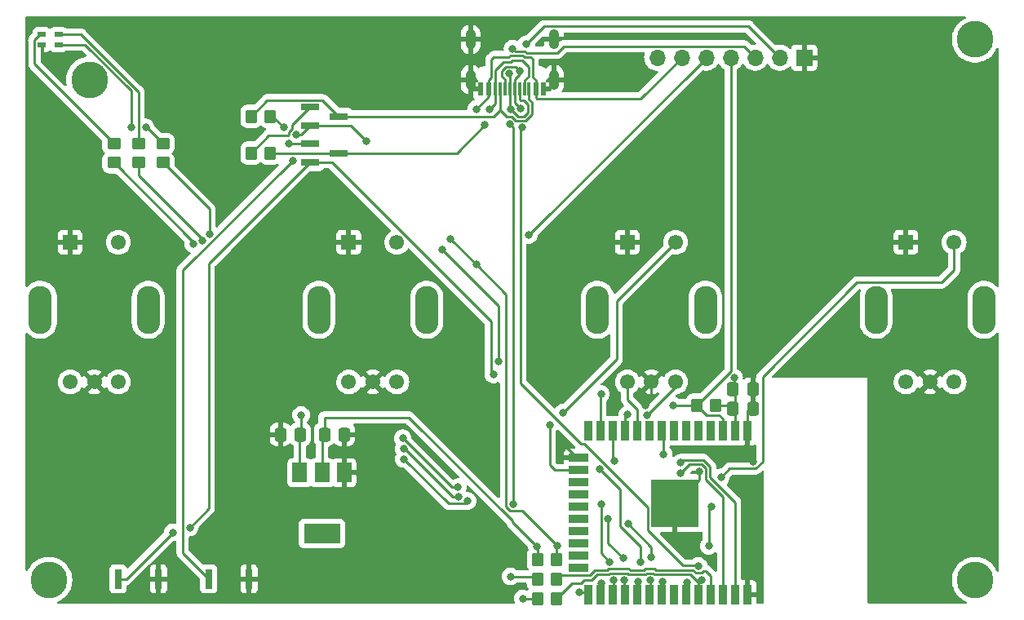
<source format=gtl>
%TF.GenerationSoftware,KiCad,Pcbnew,(6.0.1)*%
%TF.CreationDate,2022-03-17T17:33:48+01:00*%
%TF.ProjectId,Console,436f6e73-6f6c-4652-9e6b-696361645f70,v01*%
%TF.SameCoordinates,Original*%
%TF.FileFunction,Copper,L1,Top*%
%TF.FilePolarity,Positive*%
%FSLAX46Y46*%
G04 Gerber Fmt 4.6, Leading zero omitted, Abs format (unit mm)*
G04 Created by KiCad (PCBNEW (6.0.1)) date 2022-03-17 17:33:48*
%MOMM*%
%LPD*%
G01*
G04 APERTURE LIST*
G04 Aperture macros list*
%AMRoundRect*
0 Rectangle with rounded corners*
0 $1 Rounding radius*
0 $2 $3 $4 $5 $6 $7 $8 $9 X,Y pos of 4 corners*
0 Add a 4 corners polygon primitive as box body*
4,1,4,$2,$3,$4,$5,$6,$7,$8,$9,$2,$3,0*
0 Add four circle primitives for the rounded corners*
1,1,$1+$1,$2,$3*
1,1,$1+$1,$4,$5*
1,1,$1+$1,$6,$7*
1,1,$1+$1,$8,$9*
0 Add four rect primitives between the rounded corners*
20,1,$1+$1,$2,$3,$4,$5,0*
20,1,$1+$1,$4,$5,$6,$7,0*
20,1,$1+$1,$6,$7,$8,$9,0*
20,1,$1+$1,$8,$9,$2,$3,0*%
G04 Aperture macros list end*
%TA.AperFunction,SMDPad,CuDef*%
%ADD10R,1.500000X2.000000*%
%TD*%
%TA.AperFunction,SMDPad,CuDef*%
%ADD11R,3.800000X2.000000*%
%TD*%
%TA.AperFunction,ComponentPad*%
%ADD12C,3.800000*%
%TD*%
%TA.AperFunction,ComponentPad*%
%ADD13RoundRect,1.200000X0.000000X-1.300000X0.000000X-1.300000X0.000000X1.300000X0.000000X1.300000X0*%
%TD*%
%TA.AperFunction,ComponentPad*%
%ADD14C,1.550000*%
%TD*%
%TA.AperFunction,ComponentPad*%
%ADD15R,1.550000X1.550000*%
%TD*%
%TA.AperFunction,SMDPad,CuDef*%
%ADD16RoundRect,0.250000X-0.350000X-0.450000X0.350000X-0.450000X0.350000X0.450000X-0.350000X0.450000X0*%
%TD*%
%TA.AperFunction,SMDPad,CuDef*%
%ADD17RoundRect,0.250000X0.350000X0.450000X-0.350000X0.450000X-0.350000X-0.450000X0.350000X-0.450000X0*%
%TD*%
%TA.AperFunction,SMDPad,CuDef*%
%ADD18RoundRect,0.250000X-0.450000X0.350000X-0.450000X-0.350000X0.450000X-0.350000X0.450000X0.350000X0*%
%TD*%
%TA.AperFunction,ComponentPad*%
%ADD19R,1.700000X1.700000*%
%TD*%
%TA.AperFunction,ComponentPad*%
%ADD20O,1.700000X1.700000*%
%TD*%
%TA.AperFunction,SMDPad,CuDef*%
%ADD21R,0.800000X2.000000*%
%TD*%
%TA.AperFunction,SMDPad,CuDef*%
%ADD22R,0.600000X1.450000*%
%TD*%
%TA.AperFunction,SMDPad,CuDef*%
%ADD23R,0.300000X1.450000*%
%TD*%
%TA.AperFunction,ComponentPad*%
%ADD24O,1.050000X2.100000*%
%TD*%
%TA.AperFunction,SMDPad,CuDef*%
%ADD25RoundRect,0.250000X-0.337500X-0.475000X0.337500X-0.475000X0.337500X0.475000X-0.337500X0.475000X0*%
%TD*%
%TA.AperFunction,SMDPad,CuDef*%
%ADD26R,1.900000X0.800000*%
%TD*%
%TA.AperFunction,SMDPad,CuDef*%
%ADD27RoundRect,0.250000X0.337500X0.475000X-0.337500X0.475000X-0.337500X-0.475000X0.337500X-0.475000X0*%
%TD*%
%TA.AperFunction,SMDPad,CuDef*%
%ADD28R,0.850000X0.550000*%
%TD*%
%TA.AperFunction,SMDPad,CuDef*%
%ADD29R,0.900000X2.000000*%
%TD*%
%TA.AperFunction,SMDPad,CuDef*%
%ADD30R,2.000000X0.900000*%
%TD*%
%TA.AperFunction,SMDPad,CuDef*%
%ADD31R,5.000000X5.000000*%
%TD*%
%TA.AperFunction,ViaPad*%
%ADD32C,0.800000*%
%TD*%
%TA.AperFunction,Conductor*%
%ADD33C,0.250000*%
%TD*%
G04 APERTURE END LIST*
D10*
%TO.P,U2,1,GND*%
%TO.N,GND*%
X128792000Y-112674000D03*
%TO.P,U2,2,VO*%
%TO.N,VDD*%
X126492000Y-112674000D03*
%TO.P,U2,3,VI*%
%TO.N,VCC*%
X124192000Y-112674000D03*
D11*
%TO.P,U2,x*%
%TO.N,N/C*%
X126492000Y-118974000D03*
%TD*%
D12*
%TO.P,REF\u002A\u002A,1*%
%TO.N,N/C*%
X194272000Y-123812000D03*
%TD*%
D13*
%TO.P,SW4,3*%
%TO.N,N/C*%
X126179000Y-95758000D03*
%TO.P,SW4,4*%
X137379000Y-95758000D03*
D14*
%TO.P,SW4,A,A*%
%TO.N,ENC4A*%
X129279000Y-103258000D03*
%TO.P,SW4,B,B*%
%TO.N,ENC4B*%
X134279000Y-103258000D03*
%TO.P,SW4,C,C*%
%TO.N,GND*%
X131779000Y-103258000D03*
D15*
%TO.P,SW4,S1,S1*%
X129279000Y-88758000D03*
D14*
%TO.P,SW4,S2,S2*%
%TO.N,BTN4*%
X134279000Y-88758000D03*
%TD*%
D16*
%TO.P,R2,1*%
%TO.N,DTR*%
X119142000Y-75692000D03*
%TO.P,R2,2*%
%TO.N,Net-(Q1-Pad1)*%
X121142000Y-75692000D03*
%TD*%
D13*
%TO.P,SW1,3*%
%TO.N,N/C*%
X183997000Y-95758000D03*
%TO.P,SW1,4*%
X195197000Y-95758000D03*
D14*
%TO.P,SW1,A,A*%
%TO.N,ENC1A*%
X187097000Y-103258000D03*
%TO.P,SW1,B,B*%
%TO.N,ENC1B*%
X192097000Y-103258000D03*
%TO.P,SW1,C,C*%
%TO.N,GND*%
X189597000Y-103258000D03*
D15*
%TO.P,SW1,S1,S1*%
X187097000Y-88758000D03*
D14*
%TO.P,SW1,S2,S2*%
%TO.N,BTN1*%
X192097000Y-88758000D03*
%TD*%
D17*
%TO.P,R3,1*%
%TO.N,RTS*%
X121142000Y-79502000D03*
%TO.P,R3,2*%
%TO.N,Net-(Q2-Pad1)*%
X119142000Y-79502000D03*
%TD*%
D18*
%TO.P,R10,1*%
%TO.N,Net-(D1-Pad2)*%
X107442000Y-78502000D03*
%TO.P,R10,2*%
%TO.N,LEDG*%
X107442000Y-80502000D03*
%TD*%
D19*
%TO.P,J2,1,Pin_1*%
%TO.N,GND*%
X176535000Y-69596000D03*
D20*
%TO.P,J2,2,Pin_2*%
%TO.N,RX*%
X173995000Y-69596000D03*
%TO.P,J2,3,Pin_3*%
%TO.N,TX*%
X171455000Y-69596000D03*
%TO.P,J2,4,Pin_4*%
%TO.N,EN*%
X168915000Y-69596000D03*
%TO.P,J2,5,Pin_5*%
%TO.N,BOOT*%
X166375000Y-69596000D03*
%TO.P,J2,6,Pin_6*%
%TO.N,VCC*%
X163835000Y-69596000D03*
%TO.P,J2,7,Pin_7*%
%TO.N,VDD*%
X161295000Y-69596000D03*
%TD*%
D21*
%TO.P,SW5,1,1*%
%TO.N,EN*%
X105342000Y-123698000D03*
%TO.P,SW5,2,2*%
%TO.N,GND*%
X109542000Y-123698000D03*
%TD*%
%TO.P,SW6,1,1*%
%TO.N,BOOT*%
X114740000Y-123698000D03*
%TO.P,SW6,2,2*%
%TO.N,GND*%
X118940000Y-123698000D03*
%TD*%
D18*
%TO.P,R11,1*%
%TO.N,Net-(D1-Pad1)*%
X104902000Y-78502000D03*
%TO.P,R11,2*%
%TO.N,LEDB*%
X104902000Y-80502000D03*
%TD*%
D22*
%TO.P,J1,A1B12,GND*%
%TO.N,GND*%
X149490000Y-72807000D03*
%TO.P,J1,A4B9,VBUS*%
%TO.N,VCC*%
X148690000Y-72807000D03*
D23*
%TO.P,J1,A5,CC1*%
%TO.N,RTS*%
X147490000Y-72807000D03*
%TO.P,J1,A6,DP1*%
%TO.N,RX*%
X146490000Y-72807000D03*
%TO.P,J1,A7,DN1*%
%TO.N,TX*%
X145990000Y-72807000D03*
%TO.P,J1,A8,SBU1*%
%TO.N,DTR*%
X144990000Y-72807000D03*
D22*
%TO.P,J1,B1A12,GND*%
%TO.N,GND*%
X142990000Y-72807000D03*
%TO.P,J1,B4A9,VBUS*%
%TO.N,VCC*%
X143790000Y-72807000D03*
D23*
%TO.P,J1,B5,CC2*%
%TO.N,RTS*%
X144490000Y-72807000D03*
%TO.P,J1,B6,DP2*%
%TO.N,RX*%
X145490000Y-72807000D03*
%TO.P,J1,B7,DN2*%
%TO.N,TX*%
X146990000Y-72807000D03*
%TO.P,J1,B8,SBU2*%
%TO.N,DTR*%
X147990000Y-72807000D03*
D24*
%TO.P,J1,S1,SHIELD*%
%TO.N,GND*%
X150560000Y-71892000D03*
%TO.P,J1,S2,SHIELD*%
X141920000Y-71892000D03*
%TO.P,J1,S3,SHIELD*%
X150560000Y-67712000D03*
%TO.P,J1,S4,SHIELD*%
X141920000Y-67712000D03*
%TD*%
D25*
%TO.P,C1,1*%
%TO.N,VDD*%
X169142500Y-104013000D03*
%TO.P,C1,2*%
%TO.N,GND*%
X171217500Y-104013000D03*
%TD*%
D16*
%TO.P,R4,1*%
%TO.N,EN*%
X165370000Y-105664000D03*
%TO.P,R4,2*%
%TO.N,VDD*%
X167370000Y-105664000D03*
%TD*%
%TO.P,R12,1*%
%TO.N,TX*%
X148860000Y-123698000D03*
%TO.P,R12,2*%
%TO.N,Net-(R12-Pad2)*%
X150860000Y-123698000D03*
%TD*%
D13*
%TO.P,SW3,3*%
%TO.N,N/C*%
X155088000Y-95758000D03*
%TO.P,SW3,4*%
X166288000Y-95758000D03*
D14*
%TO.P,SW3,A,A*%
%TO.N,ENC3A*%
X158188000Y-103258000D03*
%TO.P,SW3,B,B*%
%TO.N,ENC3B*%
X163188000Y-103258000D03*
%TO.P,SW3,C,C*%
%TO.N,GND*%
X160688000Y-103258000D03*
D15*
%TO.P,SW3,S1,S1*%
X158188000Y-88758000D03*
D14*
%TO.P,SW3,S2,S2*%
%TO.N,BTN3*%
X163188000Y-88758000D03*
%TD*%
D12*
%TO.P,REF\u002A\u002A,1*%
%TO.N,N/C*%
X102362000Y-71882000D03*
%TD*%
D25*
%TO.P,C4,1*%
%TO.N,VDD*%
X126746000Y-108712000D03*
%TO.P,C4,2*%
%TO.N,GND*%
X128821000Y-108712000D03*
%TD*%
D26*
%TO.P,Q2,1,B*%
%TO.N,Net-(Q2-Pad1)*%
X125246000Y-74742000D03*
%TO.P,Q2,2,C*%
%TO.N,BOOT*%
X125246000Y-76642000D03*
%TO.P,Q2,3,E*%
%TO.N,DTR*%
X128246000Y-75692000D03*
%TD*%
D25*
%TO.P,C2,1*%
%TO.N,VDD*%
X169142500Y-106045000D03*
%TO.P,C2,2*%
%TO.N,GND*%
X171217500Y-106045000D03*
%TD*%
D27*
%TO.P,C3,1*%
%TO.N,VCC*%
X124249000Y-108712000D03*
%TO.P,C3,2*%
%TO.N,GND*%
X122174000Y-108712000D03*
%TD*%
D16*
%TO.P,R7,1*%
%TO.N,VDD*%
X148860000Y-125730000D03*
%TO.P,R7,2*%
%TO.N,RX*%
X150860000Y-125730000D03*
%TD*%
D12*
%TO.P,REF\u002A\u002A,1*%
%TO.N,N/C*%
X98172000Y-123812000D03*
%TD*%
D28*
%TO.P,D1,1,RA*%
%TO.N,Net-(D1-Pad1)*%
X97397000Y-67187000D03*
%TO.P,D1,2,GA*%
%TO.N,Net-(D1-Pad2)*%
X99147000Y-67187000D03*
%TO.P,D1,3,BA*%
%TO.N,Net-(D1-Pad3)*%
X99147000Y-68237000D03*
%TO.P,D1,4,K*%
%TO.N,GND*%
X97397000Y-68237000D03*
%TD*%
D29*
%TO.P,U1,1,GND*%
%TO.N,GND*%
X170645000Y-108340000D03*
%TO.P,U1,2,VDD*%
%TO.N,VDD*%
X169375000Y-108340000D03*
%TO.P,U1,3,EN*%
%TO.N,EN*%
X168105000Y-108340000D03*
%TO.P,U1,4,SENSOR_VP*%
%TO.N,unconnected-(U1-Pad4)*%
X166835000Y-108340000D03*
%TO.P,U1,5,SENSOR_VN*%
%TO.N,unconnected-(U1-Pad5)*%
X165565000Y-108340000D03*
%TO.P,U1,6,IO34*%
%TO.N,unconnected-(U1-Pad6)*%
X164295000Y-108340000D03*
%TO.P,U1,7,IO35*%
%TO.N,unconnected-(U1-Pad7)*%
X163025000Y-108340000D03*
%TO.P,U1,8,IO32*%
%TO.N,ENC4B*%
X161755000Y-108340000D03*
%TO.P,U1,9,IO33*%
%TO.N,unconnected-(U1-Pad9)*%
X160485000Y-108340000D03*
%TO.P,U1,10,IO25*%
%TO.N,ENC3A*%
X159215000Y-108340000D03*
%TO.P,U1,11,IO26*%
%TO.N,ENC3B*%
X157945000Y-108340000D03*
%TO.P,U1,12,IO27*%
%TO.N,ENC4A*%
X156675000Y-108340000D03*
%TO.P,U1,13,IO14*%
%TO.N,BTN4*%
X155405000Y-108340000D03*
%TO.P,U1,14,IO12*%
%TO.N,unconnected-(U1-Pad14)*%
X154135000Y-108340000D03*
D30*
%TO.P,U1,15,GND*%
%TO.N,GND*%
X153135000Y-111125000D03*
%TO.P,U1,16,IO13*%
%TO.N,BTN3*%
X153135000Y-112395000D03*
%TO.P,U1,17,SHD/SD2*%
%TO.N,unconnected-(U1-Pad17)*%
X153135000Y-113665000D03*
%TO.P,U1,18,SWP/SD3*%
%TO.N,unconnected-(U1-Pad18)*%
X153135000Y-114935000D03*
%TO.P,U1,19,SCS/CMD*%
%TO.N,unconnected-(U1-Pad19)*%
X153135000Y-116205000D03*
%TO.P,U1,20,SCK/CLK*%
%TO.N,unconnected-(U1-Pad20)*%
X153135000Y-117475000D03*
%TO.P,U1,21,SDO/SD0*%
%TO.N,unconnected-(U1-Pad21)*%
X153135000Y-118745000D03*
%TO.P,U1,22,SDI/SD1*%
%TO.N,unconnected-(U1-Pad22)*%
X153135000Y-120015000D03*
%TO.P,U1,23,IO15*%
%TO.N,unconnected-(U1-Pad23)*%
X153135000Y-121285000D03*
%TO.P,U1,24,IO2*%
%TO.N,unconnected-(U1-Pad24)*%
X153135000Y-122555000D03*
D29*
%TO.P,U1,25,IO0*%
%TO.N,BOOT*%
X154135000Y-125340000D03*
%TO.P,U1,26,IO4*%
%TO.N,BTN1*%
X155405000Y-125340000D03*
%TO.P,U1,27,IO16*%
%TO.N,LEDR*%
X156675000Y-125340000D03*
%TO.P,U1,28,IO17*%
%TO.N,LEDG*%
X157945000Y-125340000D03*
%TO.P,U1,29,IO5*%
%TO.N,BTN2*%
X159215000Y-125340000D03*
%TO.P,U1,30,IO18*%
%TO.N,LEDB*%
X160485000Y-125340000D03*
%TO.P,U1,31,IO19*%
%TO.N,ENC1A*%
X161755000Y-125340000D03*
%TO.P,U1,32,NC*%
%TO.N,unconnected-(U1-Pad32)*%
X163025000Y-125340000D03*
%TO.P,U1,33,IO21*%
%TO.N,ENC1B*%
X164295000Y-125340000D03*
%TO.P,U1,34,RXD0/IO3*%
%TO.N,RX*%
X165565000Y-125340000D03*
%TO.P,U1,35,TXD0/IO1*%
%TO.N,Net-(R12-Pad2)*%
X166835000Y-125340000D03*
%TO.P,U1,36,IO22*%
%TO.N,ENC2A*%
X168105000Y-125340000D03*
%TO.P,U1,37,IO23*%
%TO.N,ENC2B*%
X169375000Y-125340000D03*
%TO.P,U1,38,GND*%
%TO.N,GND*%
X170645000Y-125340000D03*
D31*
%TO.P,U1,39,GND*%
X163145000Y-115840000D03*
%TD*%
D12*
%TO.P,REF\u002A\u002A,1*%
%TO.N,N/C*%
X194272000Y-67712000D03*
%TD*%
D26*
%TO.P,Q1,1,B*%
%TO.N,Net-(Q1-Pad1)*%
X125246000Y-78552000D03*
%TO.P,Q1,2,C*%
%TO.N,EN*%
X125246000Y-80452000D03*
%TO.P,Q1,3,E*%
%TO.N,RTS*%
X128246000Y-79502000D03*
%TD*%
D16*
%TO.P,R5,1*%
%TO.N,VDD*%
X148860000Y-121666000D03*
%TO.P,R5,2*%
%TO.N,BOOT*%
X150860000Y-121666000D03*
%TD*%
D13*
%TO.P,SW2,3*%
%TO.N,N/C*%
X97270000Y-95758000D03*
%TO.P,SW2,4*%
X108470000Y-95758000D03*
D14*
%TO.P,SW2,A,A*%
%TO.N,ENC2A*%
X100370000Y-103258000D03*
%TO.P,SW2,B,B*%
%TO.N,ENC2B*%
X105370000Y-103258000D03*
%TO.P,SW2,C,C*%
%TO.N,GND*%
X102870000Y-103258000D03*
D15*
%TO.P,SW2,S1,S1*%
X100370000Y-88758000D03*
D14*
%TO.P,SW2,S2,S2*%
%TO.N,BTN2*%
X105370000Y-88758000D03*
%TD*%
D18*
%TO.P,R1,1*%
%TO.N,Net-(D1-Pad3)*%
X109982000Y-78502000D03*
%TO.P,R1,2*%
%TO.N,LEDR*%
X109982000Y-80502000D03*
%TD*%
D32*
%TO.N,VDD*%
X147320000Y-125730000D03*
X169265687Y-102792911D03*
X148793078Y-120353676D03*
%TO.N,Net-(D1-Pad3)*%
X106680000Y-76835000D03*
X108204000Y-76835000D03*
%TO.N,GND*%
X165608000Y-112522000D03*
X151130000Y-109347000D03*
X167513000Y-111252000D03*
X171196000Y-111506000D03*
X98044000Y-69723000D03*
X160020000Y-105664000D03*
%TO.N,VCC*%
X142494000Y-74930000D03*
X124333000Y-106680000D03*
%TO.N,RTS*%
X143891000Y-74930000D03*
X143383000Y-76581000D03*
%TO.N,EN*%
X110998000Y-118872000D03*
X144309500Y-102489000D03*
X162941000Y-105664000D03*
X112776000Y-118364000D03*
%TO.N,BOOT*%
X153162000Y-125095000D03*
X142494000Y-91059000D03*
X131064000Y-78232000D03*
X147955000Y-88011000D03*
X123825000Y-77597000D03*
X123444000Y-80264000D03*
X150876000Y-120269000D03*
X139827000Y-88392000D03*
%TO.N,Net-(Q1-Pad1)*%
X122547587Y-76828723D03*
X123063000Y-78486000D03*
%TO.N,LEDR*%
X156337000Y-121920000D03*
X140589000Y-114173000D03*
X155448000Y-115951000D03*
X114808000Y-87884000D03*
X156718000Y-123825000D03*
X134874000Y-109093000D03*
%TO.N,LEDG*%
X140690363Y-115167350D03*
X134967132Y-110210730D03*
X156172500Y-117498204D03*
X114083500Y-88590755D03*
X157861000Y-123825000D03*
X157734000Y-121539000D03*
%TO.N,LEDB*%
X158246796Y-117978492D03*
X160528000Y-123825000D03*
X135001000Y-111252000D03*
X141640076Y-115601010D03*
X160655000Y-121412000D03*
X113151528Y-88951911D03*
%TO.N,BTN4*%
X155448000Y-104489990D03*
X138938000Y-89535000D03*
X144780000Y-101092000D03*
%TO.N,BTN3*%
X151511000Y-106426000D03*
X150114000Y-107696000D03*
%TO.N,BTN2*%
X159585381Y-121957500D03*
X159261448Y-123983011D03*
X155321000Y-112268000D03*
%TO.N,BTN1*%
X155448000Y-124168500D03*
X167894000Y-113157000D03*
%TO.N,ENC4B*%
X161925000Y-110744000D03*
%TO.N,ENC4A*%
X156868204Y-111468500D03*
%TO.N,ENC3B*%
X160209070Y-106739211D03*
X158198990Y-106642500D03*
%TO.N,ENC2B*%
X163703000Y-111633000D03*
%TO.N,ENC2A*%
X163703000Y-112740498D03*
%TO.N,ENC1B*%
X166878000Y-116205000D03*
X164338000Y-124079000D03*
X166624000Y-120269000D03*
%TO.N,ENC1A*%
X161798000Y-123952000D03*
%TO.N,TX*%
X145923000Y-71247000D03*
X145984929Y-76525231D03*
X146050000Y-74930000D03*
X146281101Y-68657569D03*
X146050000Y-123444000D03*
X146312221Y-115923521D03*
%TO.N,RX*%
X147275645Y-76866011D03*
X147103500Y-74876418D03*
X165888802Y-123796046D03*
X165570320Y-122347278D03*
X147701000Y-68199000D03*
X147010845Y-70971716D03*
%TD*%
D33*
%TO.N,VDD*%
X126746000Y-106934000D02*
X135508296Y-106934000D01*
X167370000Y-105664000D02*
X168634500Y-105664000D01*
X148860000Y-120420598D02*
X148793078Y-120353676D01*
X169265687Y-104016813D02*
X169265687Y-102792911D01*
X126746000Y-108712000D02*
X126746000Y-106934000D01*
X126492000Y-108966000D02*
X126746000Y-108712000D01*
X126492000Y-112674000D02*
X126492000Y-108966000D01*
X135508296Y-106934000D02*
X146244806Y-117670510D01*
X168634500Y-105664000D02*
X169142500Y-106172000D01*
X146244806Y-117805404D02*
X148793078Y-120353676D01*
X146244806Y-117670510D02*
X146244806Y-117805404D01*
X148860000Y-125730000D02*
X147320000Y-125730000D01*
X169375000Y-108340000D02*
X169375000Y-103864500D01*
X148860000Y-121666000D02*
X148860000Y-120420598D01*
%TO.N,Net-(D1-Pad1)*%
X97247000Y-67187000D02*
X96647489Y-67786511D01*
X96647489Y-67786511D02*
X96647489Y-70247489D01*
X97397000Y-67187000D02*
X97247000Y-67187000D01*
X96647489Y-70247489D02*
X104902000Y-78502000D01*
%TO.N,Net-(D1-Pad3)*%
X106680000Y-73054065D02*
X106680000Y-76835000D01*
X108315000Y-76835000D02*
X109982000Y-78502000D01*
X101862935Y-68237000D02*
X106680000Y-73054065D01*
X99147000Y-68237000D02*
X101862935Y-68237000D01*
X108204000Y-76835000D02*
X108315000Y-76835000D01*
%TO.N,GND*%
X170645000Y-109590000D02*
X170645000Y-108340000D01*
X170645000Y-110955000D02*
X171196000Y-111506000D01*
X97397000Y-68237000D02*
X97397000Y-69076000D01*
X170645000Y-108340000D02*
X170645000Y-110955000D01*
X160688000Y-104996000D02*
X160688000Y-103258000D01*
X160020000Y-105664000D02*
X160688000Y-104996000D01*
X128792000Y-112674000D02*
X128792000Y-108741000D01*
X128792000Y-108741000D02*
X128821000Y-108712000D01*
X167513000Y-111252000D02*
X168983000Y-111252000D01*
X97397000Y-69076000D02*
X98044000Y-69723000D01*
X171217500Y-105664000D02*
X171217500Y-103632000D01*
X165608000Y-113377000D02*
X165608000Y-112522000D01*
X168983000Y-111252000D02*
X170645000Y-109590000D01*
X152908000Y-111125000D02*
X151130000Y-109347000D01*
X170645000Y-108340000D02*
X170645000Y-106236500D01*
X153135000Y-111125000D02*
X152908000Y-111125000D01*
X163145000Y-115840000D02*
X165608000Y-113377000D01*
X170645000Y-106236500D02*
X171217500Y-105664000D01*
%TO.N,VCC*%
X148336000Y-70329949D02*
X148376170Y-70370120D01*
X147425134Y-69419083D02*
X147425140Y-69419089D01*
X145915436Y-69536031D02*
X146042013Y-69409456D01*
X124333000Y-106680000D02*
X124333000Y-108628000D01*
X147396616Y-69419083D02*
X147425134Y-69419083D01*
X143790000Y-71946629D02*
X144074521Y-71662108D01*
X147386991Y-69409458D02*
X147396616Y-69419083D01*
X124333000Y-108628000D02*
X124249000Y-108712000D01*
X148149031Y-69536031D02*
X148336000Y-69723000D01*
X144331969Y-69536031D02*
X145915436Y-69536031D01*
X148376169Y-71632798D02*
X148690000Y-71946629D01*
X143790000Y-73634000D02*
X142494000Y-74930000D01*
X147425140Y-69419089D02*
X147425149Y-69419089D01*
X148764511Y-73856511D02*
X148690000Y-73782000D01*
X124192000Y-108769000D02*
X124249000Y-108712000D01*
X148690000Y-73782000D02*
X148690000Y-72807000D01*
X147542083Y-69536031D02*
X148149031Y-69536031D01*
X148690000Y-71946629D02*
X148690000Y-72807000D01*
X163835000Y-69596000D02*
X159574489Y-73856511D01*
X148336000Y-69723000D02*
X148336000Y-70329949D01*
X124192000Y-112674000D02*
X124192000Y-108769000D01*
X143790000Y-72807000D02*
X143790000Y-71946629D01*
X143790000Y-72807000D02*
X143790000Y-73634000D01*
X159574489Y-73856511D02*
X148764511Y-73856511D01*
X144074521Y-69793479D02*
X144331969Y-69536031D01*
X144074521Y-71662108D02*
X144074521Y-69793479D01*
X146042013Y-69409456D02*
X147386991Y-69409458D01*
X148376170Y-70370120D02*
X148376169Y-71632798D01*
X147425149Y-69419089D02*
X147542083Y-69536031D01*
%TO.N,RTS*%
X147210421Y-69868592D02*
X147238940Y-69868593D01*
X146228204Y-69858967D02*
X147200797Y-69858968D01*
X144524031Y-70859369D02*
X145368901Y-70014499D01*
X144490000Y-72807000D02*
X144490000Y-71882333D01*
X147926658Y-70928699D02*
X147926658Y-71528897D01*
X144490000Y-71882333D02*
X144524032Y-71848301D01*
X147926658Y-71528897D02*
X147490000Y-71965555D01*
X147926659Y-70556312D02*
X147926658Y-70928699D01*
X146072672Y-70014499D02*
X146228204Y-69858967D01*
X143891000Y-74930000D02*
X144490000Y-74331000D01*
X145368901Y-70014499D02*
X146072672Y-70014499D01*
X140462000Y-79502000D02*
X143383000Y-76581000D01*
X144490000Y-74331000D02*
X144490000Y-72807000D01*
X121142000Y-79502000D02*
X128246000Y-79502000D01*
X128246000Y-79502000D02*
X140462000Y-79502000D01*
X147238940Y-69868593D02*
X147926659Y-70556312D01*
X147200797Y-69858968D02*
X147210421Y-69868592D01*
X144524032Y-71848301D02*
X144524031Y-70859369D01*
X147490000Y-71965555D02*
X147490000Y-72807000D01*
%TO.N,DTR*%
X148277511Y-74235807D02*
X147990000Y-73948296D01*
X147990000Y-73948296D02*
X147990000Y-72807000D01*
X146176296Y-75692000D02*
X146625807Y-76141511D01*
X119142000Y-75692000D02*
X120816511Y-74017489D01*
X144311000Y-75692000D02*
X144990000Y-75013000D01*
X144990000Y-72807000D02*
X144990000Y-75013000D01*
X120816511Y-74017489D02*
X126571489Y-74017489D01*
X146625807Y-76141511D02*
X147633194Y-76141510D01*
X128246000Y-75692000D02*
X144311000Y-75692000D01*
X145669000Y-75692000D02*
X146176296Y-75692000D01*
X126571489Y-74017489D02*
X128246000Y-75692000D01*
X148277511Y-75497193D02*
X148277511Y-74235807D01*
X144990000Y-75013000D02*
X145669000Y-75692000D01*
X147633194Y-76141510D02*
X148277511Y-75497193D01*
%TO.N,Net-(D1-Pad2)*%
X101448639Y-67187000D02*
X107442000Y-73180361D01*
X107442000Y-73180361D02*
X107442000Y-78502000D01*
X99147000Y-67187000D02*
X101448639Y-67187000D01*
%TO.N,EN*%
X110998000Y-118872000D02*
X106172000Y-123698000D01*
X168105000Y-107090000D02*
X168105000Y-108340000D01*
X168915000Y-102119000D02*
X165370000Y-105664000D01*
X127527944Y-80452000D02*
X144055499Y-96979555D01*
X114740000Y-116400000D02*
X112776000Y-118364000D01*
X114740000Y-90958000D02*
X114740000Y-116400000D01*
X166394520Y-106688520D02*
X167703520Y-106688520D01*
X144055499Y-102234999D02*
X144309500Y-102489000D01*
X167703520Y-106688520D02*
X168105000Y-107090000D01*
X162941000Y-105664000D02*
X165370000Y-105664000D01*
X144055499Y-96979555D02*
X144055499Y-102234999D01*
X168915000Y-69596000D02*
X168915000Y-102119000D01*
X125246000Y-80452000D02*
X127527944Y-80452000D01*
X106172000Y-123698000D02*
X105342000Y-123698000D01*
X165370000Y-105664000D02*
X166394520Y-106688520D01*
X125246000Y-80452000D02*
X114740000Y-90958000D01*
%TO.N,BOOT*%
X146012122Y-116648022D02*
X147255022Y-116648022D01*
X145587720Y-94152720D02*
X145587720Y-116223620D01*
X142494000Y-91059000D02*
X145587720Y-94152720D01*
X153162000Y-125095000D02*
X153890000Y-125095000D01*
X125246000Y-76642000D02*
X129474000Y-76642000D01*
X129474000Y-76642000D02*
X131064000Y-78232000D01*
X112051499Y-91665101D02*
X112051499Y-121009499D01*
X124291000Y-77597000D02*
X125246000Y-76642000D01*
X123825000Y-77597000D02*
X124291000Y-77597000D01*
X147255022Y-116648022D02*
X150876000Y-120269000D01*
X123444000Y-80264000D02*
X123444000Y-80272600D01*
X139827000Y-88392000D02*
X142494000Y-91059000D01*
X153890000Y-125095000D02*
X154135000Y-125340000D01*
X145587720Y-116223620D02*
X146012122Y-116648022D01*
X166375000Y-69596000D02*
X147960000Y-88011000D01*
X112051499Y-121009499D02*
X114740000Y-123698000D01*
X123444000Y-80272600D02*
X112051499Y-91665101D01*
X150860000Y-121666000D02*
X150860000Y-120285000D01*
X150860000Y-120285000D02*
X150876000Y-120269000D01*
X147960000Y-88011000D02*
X147955000Y-88011000D01*
%TO.N,Net-(Q1-Pad1)*%
X123063000Y-78486000D02*
X125180000Y-78486000D01*
X125180000Y-78486000D02*
X125246000Y-78552000D01*
X121142000Y-75692000D02*
X121410864Y-75692000D01*
X121410864Y-75692000D02*
X122547587Y-76828723D01*
%TO.N,Net-(Q2-Pad1)*%
X123406501Y-76990899D02*
X123406501Y-76581499D01*
X123406501Y-76581499D02*
X125246000Y-74742000D01*
X122982099Y-77686501D02*
X123100499Y-77568101D01*
X120957499Y-77686501D02*
X122982099Y-77686501D01*
X123100499Y-77568101D02*
X123100499Y-77296901D01*
X119142000Y-79502000D02*
X120957499Y-77686501D01*
X123100499Y-77296901D02*
X123406501Y-76990899D01*
%TO.N,LEDR*%
X134874000Y-109093000D02*
X139954000Y-114173000D01*
X109982000Y-80502000D02*
X114808000Y-85328000D01*
X156718000Y-125297000D02*
X156675000Y-125340000D01*
X156718000Y-123825000D02*
X156718000Y-125297000D01*
X114808000Y-85328000D02*
X114808000Y-87884000D01*
X155448000Y-121031000D02*
X156337000Y-121920000D01*
X155448000Y-115951000D02*
X155448000Y-121031000D01*
X139954000Y-114173000D02*
X140589000Y-114173000D01*
%TO.N,LEDG*%
X140059350Y-115167350D02*
X140690363Y-115167350D01*
X157861000Y-123825000D02*
X157861000Y-125256000D01*
X157861000Y-125256000D02*
X157945000Y-125340000D01*
X107442000Y-80502000D02*
X107442000Y-81788000D01*
X134967132Y-110210730D02*
X135102730Y-110210730D01*
X156172500Y-119977500D02*
X156172500Y-117498204D01*
X114083500Y-88429500D02*
X114083500Y-88590755D01*
X157734000Y-121539000D02*
X156172500Y-119977500D01*
X107442000Y-81788000D02*
X114083500Y-88429500D01*
X135102730Y-110210730D02*
X140059350Y-115167350D01*
%TO.N,LEDB*%
X113151528Y-88751528D02*
X113151528Y-88951911D01*
X160655000Y-121412000D02*
X160655000Y-120386696D01*
X135001000Y-111252000D02*
X139640851Y-115891851D01*
X139640851Y-115891851D02*
X141349235Y-115891851D01*
X160528000Y-125297000D02*
X160485000Y-125340000D01*
X141349235Y-115891851D02*
X141640076Y-115601010D01*
X160528000Y-123825000D02*
X160528000Y-125297000D01*
X104902000Y-80502000D02*
X113151528Y-88751528D01*
X160655000Y-120386696D02*
X158246796Y-117978492D01*
%TO.N,Net-(R12-Pad2)*%
X165270221Y-123071779D02*
X165870419Y-123071779D01*
X159914707Y-122777989D02*
X160041708Y-122650988D01*
X166095699Y-122846499D02*
X166289099Y-122846499D01*
X154292489Y-123329511D02*
X154844012Y-122777988D01*
X166289099Y-122846499D02*
X166835000Y-123392400D01*
X154844012Y-122777988D02*
X156104708Y-122777988D01*
X151228489Y-123329511D02*
X154292489Y-123329511D01*
X156231707Y-122650989D02*
X158347293Y-122650989D01*
X158474292Y-122777988D02*
X159914707Y-122777989D01*
X156104708Y-122777988D02*
X156231707Y-122650989D01*
X161014293Y-122650989D02*
X161141292Y-122777988D01*
X166835000Y-123392400D02*
X166835000Y-125340000D01*
X158347293Y-122650989D02*
X158474292Y-122777988D01*
X150860000Y-123698000D02*
X151228489Y-123329511D01*
X165870419Y-123071779D02*
X166095699Y-122846499D01*
X160041708Y-122650988D02*
X161014293Y-122650989D01*
X161141292Y-122777988D02*
X164976431Y-122777989D01*
X164976431Y-122777989D02*
X165270221Y-123071779D01*
%TO.N,BTN4*%
X155405000Y-104532990D02*
X155448000Y-104489990D01*
X138938000Y-89535000D02*
X144780000Y-95377000D01*
X144780000Y-95377000D02*
X144780000Y-101092000D01*
X155405000Y-108340000D02*
X155405000Y-104532990D01*
%TO.N,BTN3*%
X150114000Y-111887000D02*
X150622000Y-112395000D01*
X157088489Y-100848511D02*
X151511000Y-106426000D01*
X150622000Y-112395000D02*
X153135000Y-112395000D01*
X163188000Y-88758000D02*
X157088489Y-94857511D01*
X157088489Y-94857511D02*
X157088489Y-100848511D01*
X150114000Y-107696000D02*
X150114000Y-111887000D01*
%TO.N,BTN2*%
X155321000Y-112268000D02*
X157442501Y-114389501D01*
X159215000Y-125340000D02*
X159215000Y-124029459D01*
X157442501Y-118198797D02*
X159585381Y-120341677D01*
X159215000Y-124029459D02*
X159261448Y-123983011D01*
X159585381Y-120341677D02*
X159585381Y-121957500D01*
X157442501Y-114389501D02*
X157442501Y-118198797D01*
%TO.N,BTN1*%
X182021520Y-92933480D02*
X190793120Y-92933480D01*
X155405000Y-124211500D02*
X155448000Y-124168500D01*
X190793120Y-92933480D02*
X192097000Y-91629600D01*
X171496099Y-112230501D02*
X172212000Y-111514600D01*
X172212000Y-111514600D02*
X172212000Y-102743000D01*
X192097000Y-91629600D02*
X192097000Y-88758000D01*
X172212000Y-102743000D02*
X182021520Y-92933480D01*
X168820499Y-112230501D02*
X171496099Y-112230501D01*
X155405000Y-125340000D02*
X155405000Y-124211500D01*
X167894000Y-113157000D02*
X168820499Y-112230501D01*
%TO.N,ENC4B*%
X161925000Y-108510000D02*
X161755000Y-108340000D01*
X161925000Y-110744000D02*
X161925000Y-108510000D01*
%TO.N,ENC4A*%
X156675000Y-108340000D02*
X156675000Y-111275296D01*
X156675000Y-111275296D02*
X156868204Y-111468500D01*
%TO.N,ENC3B*%
X163188000Y-103760281D02*
X160209070Y-106739211D01*
X157945000Y-108340000D02*
X157945000Y-106896490D01*
X157945000Y-106896490D02*
X158198990Y-106642500D01*
X163188000Y-103258000D02*
X163188000Y-103760281D01*
%TO.N,ENC3A*%
X158188000Y-105110600D02*
X159215000Y-106137600D01*
X159215000Y-106137600D02*
X159215000Y-108340000D01*
X158188000Y-103258000D02*
X158188000Y-105110600D01*
%TO.N,ENC2B*%
X163988011Y-111347989D02*
X166094293Y-111347989D01*
X166782012Y-112035708D02*
X166782011Y-113135293D01*
X169375000Y-115728282D02*
X169375000Y-125340000D01*
X166094293Y-111347989D02*
X166782012Y-112035708D01*
X163703000Y-111633000D02*
X163988011Y-111347989D01*
X166782011Y-113135293D02*
X169375000Y-115728282D01*
%TO.N,ENC2A*%
X164645999Y-111797499D02*
X165908099Y-111797499D01*
X168105000Y-115145296D02*
X168105000Y-125340000D01*
X163703000Y-112740498D02*
X164645999Y-111797499D01*
X165908099Y-111797499D02*
X166332501Y-112221901D01*
X166332501Y-113372797D02*
X168105000Y-115145296D01*
X166332501Y-112221901D02*
X166332501Y-113372797D01*
%TO.N,ENC1B*%
X166624000Y-120269000D02*
X166624000Y-116459000D01*
X164295000Y-124122000D02*
X164338000Y-124079000D01*
X166624000Y-116459000D02*
X166878000Y-116205000D01*
X164295000Y-125340000D02*
X164295000Y-124122000D01*
%TO.N,ENC1A*%
X161755000Y-123995000D02*
X161798000Y-123952000D01*
X161755000Y-125340000D02*
X161755000Y-123995000D01*
%TO.N,TX*%
X145990000Y-71314000D02*
X145923000Y-71247000D01*
X145990000Y-72807000D02*
X145990000Y-71314000D01*
X146050000Y-123444000D02*
X148606000Y-123444000D01*
X145990000Y-72807000D02*
X145990000Y-74870000D01*
X171455000Y-69596000D02*
X170280489Y-68421489D01*
X147828000Y-75311000D02*
X147828000Y-74422000D01*
X146312221Y-115923521D02*
X146312221Y-76852523D01*
X151576913Y-68421489D02*
X150911882Y-69086520D01*
X146312221Y-76852523D02*
X145984929Y-76525231D01*
X146050000Y-74930000D02*
X146812000Y-75692000D01*
X147447000Y-75692000D02*
X147828000Y-75311000D01*
X148606000Y-123444000D02*
X148860000Y-123698000D01*
X146583478Y-68959946D02*
X146281101Y-68657569D01*
X147601710Y-68959946D02*
X146583478Y-68959946D01*
X146812000Y-75692000D02*
X147447000Y-75692000D01*
X146990000Y-73965000D02*
X146990000Y-72807000D01*
X150911882Y-69086520D02*
X147728284Y-69086520D01*
X147066000Y-74041000D02*
X146990000Y-73965000D01*
X147728284Y-69086520D02*
X147601710Y-68959946D01*
X147828000Y-74422000D02*
X147447000Y-74041000D01*
X147447000Y-74041000D02*
X147066000Y-74041000D01*
X170280489Y-68421489D02*
X151576913Y-68421489D01*
X145990000Y-74870000D02*
X146050000Y-74930000D01*
%TO.N,RX*%
X160320489Y-118664511D02*
X160320489Y-116242889D01*
X162098099Y-123227499D02*
X162129111Y-123258511D01*
X160828099Y-123100499D02*
X160955099Y-123227499D01*
X165565000Y-125340000D02*
X165565000Y-124119848D01*
X146561628Y-70522499D02*
X147010845Y-70971716D01*
X145198499Y-71547099D02*
X145198499Y-70946901D01*
X145490000Y-71838600D02*
X145198499Y-71547099D01*
X170736480Y-66337480D02*
X149562520Y-66337480D01*
X147066000Y-103370022D02*
X147066000Y-77075656D01*
X146490000Y-72807000D02*
X146490000Y-74262918D01*
X173995000Y-69596000D02*
X170736480Y-66337480D01*
X150860000Y-125730000D02*
X152442489Y-124147511D01*
X146490000Y-71832000D02*
X147010845Y-71311155D01*
X162129111Y-123258511D02*
X164733511Y-123258511D01*
X160320489Y-116242889D02*
X153742111Y-109664511D01*
X155030205Y-123227499D02*
X156290901Y-123227499D01*
X154478683Y-123779021D02*
X155030205Y-123227499D01*
X146490000Y-72807000D02*
X146490000Y-71832000D01*
X145490000Y-72807000D02*
X145490000Y-71838600D01*
X145198499Y-70946901D02*
X145622901Y-70522499D01*
X156290901Y-123227499D02*
X156417901Y-123100499D01*
X165565000Y-124119848D02*
X165888802Y-123796046D01*
X160100901Y-123227499D02*
X160227901Y-123100499D01*
X152442489Y-124147511D02*
X153348194Y-124147510D01*
X158161099Y-123100499D02*
X158288099Y-123227499D01*
X153360489Y-109664511D02*
X147066000Y-103370022D01*
X158288099Y-123227499D02*
X160100901Y-123227499D01*
X147010845Y-71311155D02*
X147010845Y-70971716D01*
X153716683Y-123779021D02*
X154478683Y-123779021D01*
X146490000Y-74262918D02*
X147103500Y-74876418D01*
X147066000Y-77075656D02*
X147275645Y-76866011D01*
X156417901Y-123100499D02*
X158161099Y-123100499D01*
X153348194Y-124147510D02*
X153716683Y-123779021D01*
X153742111Y-109664511D02*
X153360489Y-109664511D01*
X163984456Y-122328478D02*
X160320489Y-118664511D01*
X165570320Y-122347278D02*
X165551520Y-122328478D01*
X165551520Y-122328478D02*
X163984456Y-122328478D01*
X165565000Y-124090000D02*
X165565000Y-125340000D01*
X160227901Y-123100499D02*
X160828099Y-123100499D01*
X149562520Y-66337480D02*
X147701000Y-68199000D01*
X164733511Y-123258511D02*
X165565000Y-124090000D01*
X160955099Y-123227499D02*
X162098099Y-123227499D01*
X145622901Y-70522499D02*
X146561628Y-70522499D01*
%TD*%
%TA.AperFunction,Conductor*%
%TO.N,GND*%
G36*
X193284564Y-65298002D02*
G01*
X193331057Y-65351658D01*
X193341161Y-65421932D01*
X193311667Y-65486512D01*
X193262827Y-65521152D01*
X193244483Y-65528415D01*
X192978910Y-65674416D01*
X192805671Y-65800281D01*
X192766281Y-65828900D01*
X192733729Y-65852550D01*
X192730843Y-65855261D01*
X192730842Y-65855261D01*
X192725689Y-65860100D01*
X192512808Y-66060008D01*
X192319630Y-66293520D01*
X192157242Y-66549402D01*
X192100298Y-66670414D01*
X192029944Y-66819926D01*
X192028206Y-66823619D01*
X191934555Y-67111846D01*
X191877767Y-67409538D01*
X191858738Y-67712000D01*
X191877767Y-68014462D01*
X191934555Y-68312154D01*
X192028206Y-68600381D01*
X192029893Y-68603967D01*
X192029895Y-68603971D01*
X192074982Y-68699786D01*
X192157242Y-68874598D01*
X192159366Y-68877944D01*
X192159366Y-68877945D01*
X192203700Y-68947804D01*
X192319630Y-69130480D01*
X192512808Y-69363992D01*
X192526552Y-69376898D01*
X192669872Y-69511484D01*
X192733729Y-69571450D01*
X192736931Y-69573777D01*
X192736933Y-69573778D01*
X192767519Y-69596000D01*
X192978910Y-69749584D01*
X192982379Y-69751491D01*
X192982382Y-69751493D01*
X193241014Y-69893678D01*
X193244483Y-69895585D01*
X193248152Y-69897038D01*
X193248157Y-69897040D01*
X193517396Y-70003639D01*
X193526261Y-70007149D01*
X193819800Y-70082516D01*
X194120470Y-70120500D01*
X194423530Y-70120500D01*
X194724200Y-70082516D01*
X195017739Y-70007149D01*
X195026604Y-70003639D01*
X195295843Y-69897040D01*
X195295848Y-69897038D01*
X195299517Y-69895585D01*
X195302986Y-69893678D01*
X195561618Y-69751493D01*
X195561621Y-69751491D01*
X195565090Y-69749584D01*
X195776481Y-69596000D01*
X195807067Y-69573778D01*
X195807069Y-69573777D01*
X195810271Y-69571450D01*
X195874129Y-69511484D01*
X196017448Y-69376898D01*
X196031192Y-69363992D01*
X196224370Y-69130480D01*
X196340300Y-68947804D01*
X196384634Y-68877945D01*
X196384634Y-68877944D01*
X196386758Y-68874598D01*
X196494492Y-68645650D01*
X196541594Y-68592529D01*
X196609939Y-68573306D01*
X196677827Y-68594085D01*
X196723704Y-68648268D01*
X196734500Y-68699298D01*
X196734500Y-93280787D01*
X196714498Y-93348908D01*
X196660842Y-93395401D01*
X196590568Y-93405505D01*
X196525988Y-93376011D01*
X196507020Y-93355471D01*
X196496084Y-93340611D01*
X196312120Y-93156967D01*
X196102494Y-93003263D01*
X196098259Y-93001054D01*
X196098253Y-93001050D01*
X195876273Y-92885249D01*
X195876268Y-92885247D01*
X195872030Y-92883036D01*
X195746495Y-92840178D01*
X195630563Y-92800598D01*
X195630556Y-92800596D01*
X195626033Y-92799052D01*
X195370163Y-92753244D01*
X195352571Y-92752353D01*
X195297843Y-92749580D01*
X195297826Y-92749580D01*
X195296255Y-92749500D01*
X195199217Y-92749500D01*
X195097746Y-92749501D01*
X195058315Y-92751577D01*
X195024825Y-92753340D01*
X195024820Y-92753341D01*
X195020862Y-92753549D01*
X194905693Y-92774375D01*
X194769787Y-92798950D01*
X194769782Y-92798951D01*
X194765072Y-92799803D01*
X194519222Y-92884216D01*
X194288969Y-93004846D01*
X194285119Y-93007679D01*
X194285113Y-93007683D01*
X194083471Y-93156075D01*
X194079611Y-93158916D01*
X193895967Y-93342880D01*
X193893137Y-93346740D01*
X193893135Y-93346742D01*
X193830320Y-93432411D01*
X193742263Y-93552506D01*
X193740054Y-93556741D01*
X193740050Y-93556747D01*
X193624250Y-93778726D01*
X193622036Y-93782970D01*
X193579178Y-93908505D01*
X193539598Y-94024437D01*
X193539596Y-94024444D01*
X193538052Y-94028967D01*
X193492244Y-94284837D01*
X193488500Y-94358745D01*
X193488501Y-97157254D01*
X193492549Y-97234138D01*
X193498558Y-97267366D01*
X193537428Y-97482323D01*
X193538803Y-97489928D01*
X193623216Y-97735778D01*
X193743846Y-97966031D01*
X193746679Y-97969881D01*
X193746683Y-97969887D01*
X193895075Y-98171529D01*
X193897916Y-98175389D01*
X193901307Y-98178774D01*
X194045381Y-98322597D01*
X194081880Y-98359033D01*
X194085740Y-98361863D01*
X194085742Y-98361865D01*
X194153593Y-98411615D01*
X194291506Y-98512737D01*
X194295741Y-98514946D01*
X194295747Y-98514950D01*
X194517727Y-98630751D01*
X194517732Y-98630753D01*
X194521970Y-98632964D01*
X194647505Y-98675822D01*
X194763437Y-98715402D01*
X194763444Y-98715404D01*
X194767967Y-98716948D01*
X195023837Y-98762756D01*
X195041429Y-98763647D01*
X195096157Y-98766420D01*
X195096174Y-98766420D01*
X195097745Y-98766500D01*
X195194783Y-98766500D01*
X195296254Y-98766499D01*
X195335685Y-98764423D01*
X195369175Y-98762660D01*
X195369180Y-98762659D01*
X195373138Y-98762451D01*
X195488307Y-98741625D01*
X195624213Y-98717050D01*
X195624218Y-98717049D01*
X195628928Y-98716197D01*
X195874778Y-98631784D01*
X196105031Y-98511154D01*
X196108881Y-98508321D01*
X196108887Y-98508317D01*
X196310529Y-98359925D01*
X196310532Y-98359922D01*
X196314389Y-98357084D01*
X196498033Y-98173120D01*
X196506888Y-98161043D01*
X196563298Y-98117935D01*
X196634060Y-98112168D01*
X196696706Y-98145572D01*
X196731349Y-98207544D01*
X196734500Y-98235548D01*
X196734500Y-122824702D01*
X196714498Y-122892823D01*
X196660842Y-122939316D01*
X196590568Y-122949420D01*
X196525988Y-122919926D01*
X196494492Y-122878350D01*
X196484410Y-122856925D01*
X196386758Y-122649402D01*
X196347591Y-122587684D01*
X196258945Y-122448001D01*
X196224370Y-122393520D01*
X196207534Y-122373168D01*
X196148444Y-122301741D01*
X196031192Y-122160008D01*
X195810271Y-121952550D01*
X195805691Y-121949222D01*
X195672855Y-121852712D01*
X195565090Y-121774416D01*
X195482349Y-121728928D01*
X195302986Y-121630322D01*
X195302985Y-121630321D01*
X195299517Y-121628415D01*
X195295848Y-121626962D01*
X195295843Y-121626960D01*
X195021409Y-121518304D01*
X195021408Y-121518304D01*
X195017739Y-121516851D01*
X194724200Y-121441484D01*
X194423530Y-121403500D01*
X194120470Y-121403500D01*
X193819800Y-121441484D01*
X193526261Y-121516851D01*
X193522592Y-121518304D01*
X193522591Y-121518304D01*
X193248157Y-121626960D01*
X193248152Y-121626962D01*
X193244483Y-121628415D01*
X193241015Y-121630321D01*
X193241014Y-121630322D01*
X193061652Y-121728928D01*
X192978910Y-121774416D01*
X192871145Y-121852712D01*
X192738310Y-121949222D01*
X192733729Y-121952550D01*
X192512808Y-122160008D01*
X192395556Y-122301741D01*
X192336467Y-122373168D01*
X192319630Y-122393520D01*
X192285055Y-122448001D01*
X192196410Y-122587684D01*
X192157242Y-122649402D01*
X192122330Y-122723595D01*
X192029944Y-122919926D01*
X192028206Y-122923619D01*
X191934555Y-123211846D01*
X191877767Y-123509538D01*
X191858738Y-123812000D01*
X191877767Y-124114462D01*
X191934555Y-124412154D01*
X192028206Y-124700381D01*
X192029893Y-124703967D01*
X192029895Y-124703971D01*
X192075299Y-124800460D01*
X192157242Y-124974598D01*
X192319630Y-125230480D01*
X192512808Y-125463992D01*
X192515695Y-125466703D01*
X192654316Y-125596876D01*
X192733729Y-125671450D01*
X192978910Y-125849584D01*
X192982379Y-125851491D01*
X192982382Y-125851493D01*
X193094926Y-125913365D01*
X193244483Y-125995585D01*
X193248152Y-125997038D01*
X193248157Y-125997040D01*
X193322181Y-126026348D01*
X193378155Y-126070023D01*
X193401631Y-126137026D01*
X193385155Y-126206084D01*
X193333959Y-126255273D01*
X193275797Y-126269500D01*
X183258000Y-126269500D01*
X183189879Y-126249498D01*
X183143386Y-126195842D01*
X183132000Y-126143500D01*
X183132000Y-103258000D01*
X185808597Y-103258000D01*
X185828171Y-103481729D01*
X185829595Y-103487042D01*
X185829595Y-103487044D01*
X185867906Y-103630022D01*
X185886297Y-103698660D01*
X185888619Y-103703641D01*
X185888620Y-103703642D01*
X185978884Y-103897214D01*
X185978887Y-103897219D01*
X185981210Y-103902201D01*
X185984366Y-103906708D01*
X185984367Y-103906710D01*
X186103364Y-104076654D01*
X186110026Y-104086169D01*
X186268831Y-104244974D01*
X186452798Y-104373790D01*
X186457780Y-104376113D01*
X186457785Y-104376116D01*
X186651358Y-104466380D01*
X186656340Y-104468703D01*
X186661648Y-104470125D01*
X186661650Y-104470126D01*
X186867956Y-104525405D01*
X186867958Y-104525405D01*
X186873271Y-104526829D01*
X187097000Y-104546403D01*
X187320729Y-104526829D01*
X187326042Y-104525405D01*
X187326044Y-104525405D01*
X187532350Y-104470126D01*
X187532352Y-104470125D01*
X187537660Y-104468703D01*
X187542642Y-104466380D01*
X187736215Y-104376116D01*
X187736220Y-104376113D01*
X187741202Y-104373790D01*
X187809293Y-104326112D01*
X188893443Y-104326112D01*
X188902739Y-104338127D01*
X188948541Y-104370198D01*
X188958036Y-104375681D01*
X189151530Y-104465908D01*
X189161822Y-104469654D01*
X189368043Y-104524911D01*
X189378838Y-104526814D01*
X189591525Y-104545422D01*
X189602475Y-104545422D01*
X189815162Y-104526814D01*
X189825957Y-104524911D01*
X190032178Y-104469654D01*
X190042470Y-104465908D01*
X190235964Y-104375681D01*
X190245459Y-104370198D01*
X190292099Y-104337540D01*
X190300474Y-104327063D01*
X190293406Y-104313616D01*
X189609812Y-103630022D01*
X189595868Y-103622408D01*
X189594035Y-103622539D01*
X189587420Y-103626790D01*
X188899873Y-104314337D01*
X188893443Y-104326112D01*
X187809293Y-104326112D01*
X187925169Y-104244974D01*
X188083974Y-104086169D01*
X188090637Y-104076654D01*
X188209633Y-103906710D01*
X188209634Y-103906708D01*
X188212790Y-103902201D01*
X188215113Y-103897219D01*
X188215116Y-103897214D01*
X188233081Y-103858687D01*
X188279998Y-103805402D01*
X188348276Y-103785941D01*
X188416236Y-103806483D01*
X188461471Y-103858687D01*
X188479319Y-103896963D01*
X188484802Y-103906459D01*
X188517460Y-103953099D01*
X188527937Y-103961474D01*
X188541385Y-103954405D01*
X189224978Y-103270812D01*
X189231356Y-103259132D01*
X189961408Y-103259132D01*
X189961539Y-103260965D01*
X189965790Y-103267580D01*
X190653337Y-103955127D01*
X190665112Y-103961557D01*
X190677127Y-103952261D01*
X190709198Y-103906459D01*
X190714681Y-103896963D01*
X190732529Y-103858687D01*
X190779447Y-103805402D01*
X190847724Y-103785941D01*
X190915684Y-103806483D01*
X190960919Y-103858687D01*
X190978884Y-103897214D01*
X190978887Y-103897219D01*
X190981210Y-103902201D01*
X190984366Y-103906708D01*
X190984367Y-103906710D01*
X191103364Y-104076654D01*
X191110026Y-104086169D01*
X191268831Y-104244974D01*
X191452798Y-104373790D01*
X191457780Y-104376113D01*
X191457785Y-104376116D01*
X191651358Y-104466380D01*
X191656340Y-104468703D01*
X191661648Y-104470125D01*
X191661650Y-104470126D01*
X191867956Y-104525405D01*
X191867958Y-104525405D01*
X191873271Y-104526829D01*
X192097000Y-104546403D01*
X192320729Y-104526829D01*
X192326042Y-104525405D01*
X192326044Y-104525405D01*
X192532350Y-104470126D01*
X192532352Y-104470125D01*
X192537660Y-104468703D01*
X192542642Y-104466380D01*
X192736215Y-104376116D01*
X192736220Y-104376113D01*
X192741202Y-104373790D01*
X192925169Y-104244974D01*
X193083974Y-104086169D01*
X193090637Y-104076654D01*
X193209633Y-103906710D01*
X193209634Y-103906708D01*
X193212790Y-103902201D01*
X193215113Y-103897219D01*
X193215116Y-103897214D01*
X193305380Y-103703642D01*
X193305381Y-103703641D01*
X193307703Y-103698660D01*
X193326095Y-103630022D01*
X193364405Y-103487044D01*
X193364405Y-103487042D01*
X193365829Y-103481729D01*
X193385403Y-103258000D01*
X193365829Y-103034271D01*
X193341936Y-102945099D01*
X193309126Y-102822650D01*
X193309125Y-102822648D01*
X193307703Y-102817340D01*
X193291071Y-102781672D01*
X193215116Y-102618786D01*
X193215113Y-102618781D01*
X193212790Y-102613799D01*
X193209633Y-102609290D01*
X193087133Y-102434342D01*
X193087131Y-102434339D01*
X193083974Y-102429831D01*
X192925169Y-102271026D01*
X192904820Y-102256777D01*
X192809293Y-102189888D01*
X192741202Y-102142210D01*
X192736220Y-102139887D01*
X192736215Y-102139884D01*
X192542642Y-102049620D01*
X192542641Y-102049620D01*
X192537660Y-102047297D01*
X192532352Y-102045875D01*
X192532350Y-102045874D01*
X192326044Y-101990595D01*
X192326042Y-101990595D01*
X192320729Y-101989171D01*
X192097000Y-101969597D01*
X191873271Y-101989171D01*
X191867958Y-101990595D01*
X191867956Y-101990595D01*
X191661650Y-102045874D01*
X191661648Y-102045875D01*
X191656340Y-102047297D01*
X191651359Y-102049619D01*
X191651358Y-102049620D01*
X191457786Y-102139884D01*
X191457781Y-102139887D01*
X191452799Y-102142210D01*
X191448292Y-102145366D01*
X191448290Y-102145367D01*
X191273342Y-102267867D01*
X191273339Y-102267869D01*
X191268831Y-102271026D01*
X191110026Y-102429831D01*
X191106869Y-102434339D01*
X191106867Y-102434342D01*
X190984367Y-102609290D01*
X190981210Y-102613799D01*
X190978887Y-102618781D01*
X190978884Y-102618786D01*
X190960919Y-102657313D01*
X190914002Y-102710598D01*
X190845724Y-102730059D01*
X190777764Y-102709517D01*
X190732529Y-102657313D01*
X190714681Y-102619037D01*
X190709198Y-102609541D01*
X190676540Y-102562901D01*
X190666063Y-102554526D01*
X190652615Y-102561595D01*
X189969022Y-103245188D01*
X189961408Y-103259132D01*
X189231356Y-103259132D01*
X189232592Y-103256868D01*
X189232461Y-103255035D01*
X189228210Y-103248420D01*
X188540663Y-102560873D01*
X188528888Y-102554443D01*
X188516873Y-102563739D01*
X188484802Y-102609541D01*
X188479319Y-102619037D01*
X188461471Y-102657313D01*
X188414553Y-102710598D01*
X188346276Y-102730059D01*
X188278316Y-102709517D01*
X188233081Y-102657313D01*
X188215116Y-102618786D01*
X188215113Y-102618781D01*
X188212790Y-102613799D01*
X188209633Y-102609290D01*
X188087133Y-102434342D01*
X188087131Y-102434339D01*
X188083974Y-102429831D01*
X187925169Y-102271026D01*
X187904820Y-102256777D01*
X187809293Y-102189888D01*
X187807935Y-102188937D01*
X188893526Y-102188937D01*
X188900595Y-102202385D01*
X189584188Y-102885978D01*
X189598132Y-102893592D01*
X189599965Y-102893461D01*
X189606580Y-102889210D01*
X190294127Y-102201663D01*
X190300557Y-102189888D01*
X190291261Y-102177873D01*
X190245459Y-102145802D01*
X190235964Y-102140319D01*
X190042470Y-102050092D01*
X190032178Y-102046346D01*
X189825957Y-101991089D01*
X189815162Y-101989186D01*
X189602475Y-101970578D01*
X189591525Y-101970578D01*
X189378838Y-101989186D01*
X189368043Y-101991089D01*
X189161822Y-102046346D01*
X189151530Y-102050092D01*
X188958037Y-102140319D01*
X188948541Y-102145802D01*
X188901901Y-102178460D01*
X188893526Y-102188937D01*
X187807935Y-102188937D01*
X187741202Y-102142210D01*
X187736220Y-102139887D01*
X187736215Y-102139884D01*
X187542642Y-102049620D01*
X187542641Y-102049620D01*
X187537660Y-102047297D01*
X187532352Y-102045875D01*
X187532350Y-102045874D01*
X187326044Y-101990595D01*
X187326042Y-101990595D01*
X187320729Y-101989171D01*
X187097000Y-101969597D01*
X186873271Y-101989171D01*
X186867958Y-101990595D01*
X186867956Y-101990595D01*
X186661650Y-102045874D01*
X186661648Y-102045875D01*
X186656340Y-102047297D01*
X186651359Y-102049619D01*
X186651358Y-102049620D01*
X186457786Y-102139884D01*
X186457781Y-102139887D01*
X186452799Y-102142210D01*
X186448292Y-102145366D01*
X186448290Y-102145367D01*
X186273342Y-102267867D01*
X186273339Y-102267869D01*
X186268831Y-102271026D01*
X186110026Y-102429831D01*
X186106869Y-102434339D01*
X186106867Y-102434342D01*
X185984367Y-102609290D01*
X185981210Y-102613799D01*
X185978887Y-102618781D01*
X185978884Y-102618786D01*
X185902929Y-102781672D01*
X185886297Y-102817340D01*
X185884875Y-102822648D01*
X185884874Y-102822650D01*
X185852064Y-102945099D01*
X185828171Y-103034271D01*
X185808597Y-103258000D01*
X183132000Y-103258000D01*
X183132000Y-102852000D01*
X183118486Y-102851987D01*
X183118484Y-102851987D01*
X173312095Y-102842882D01*
X173243993Y-102822817D01*
X173197550Y-102769118D01*
X173187511Y-102698835D01*
X173217064Y-102634281D01*
X173223117Y-102627787D01*
X182227687Y-93623217D01*
X182289999Y-93589191D01*
X182360814Y-93594256D01*
X182417650Y-93636803D01*
X182442461Y-93703323D01*
X182428494Y-93770590D01*
X182422036Y-93782970D01*
X182396287Y-93858391D01*
X182339598Y-94024437D01*
X182339596Y-94024444D01*
X182338052Y-94028967D01*
X182292244Y-94284837D01*
X182288500Y-94358745D01*
X182288501Y-97157254D01*
X182292549Y-97234138D01*
X182298558Y-97267366D01*
X182337428Y-97482323D01*
X182338803Y-97489928D01*
X182423216Y-97735778D01*
X182543846Y-97966031D01*
X182546679Y-97969881D01*
X182546683Y-97969887D01*
X182695075Y-98171529D01*
X182697916Y-98175389D01*
X182701307Y-98178774D01*
X182845381Y-98322597D01*
X182881880Y-98359033D01*
X182885740Y-98361863D01*
X182885742Y-98361865D01*
X182953593Y-98411615D01*
X183091506Y-98512737D01*
X183095741Y-98514946D01*
X183095747Y-98514950D01*
X183317727Y-98630751D01*
X183317732Y-98630753D01*
X183321970Y-98632964D01*
X183447505Y-98675822D01*
X183563437Y-98715402D01*
X183563444Y-98715404D01*
X183567967Y-98716948D01*
X183823837Y-98762756D01*
X183841429Y-98763647D01*
X183896157Y-98766420D01*
X183896174Y-98766420D01*
X183897745Y-98766500D01*
X183994783Y-98766500D01*
X184096254Y-98766499D01*
X184135685Y-98764423D01*
X184169175Y-98762660D01*
X184169180Y-98762659D01*
X184173138Y-98762451D01*
X184288307Y-98741625D01*
X184424213Y-98717050D01*
X184424218Y-98717049D01*
X184428928Y-98716197D01*
X184674778Y-98631784D01*
X184905031Y-98511154D01*
X184908881Y-98508321D01*
X184908887Y-98508317D01*
X185110529Y-98359925D01*
X185110532Y-98359922D01*
X185114389Y-98357084D01*
X185298033Y-98173120D01*
X185306888Y-98161044D01*
X185448906Y-97967355D01*
X185451737Y-97963494D01*
X185453946Y-97959259D01*
X185453950Y-97959253D01*
X185569751Y-97737273D01*
X185569753Y-97737268D01*
X185571964Y-97733030D01*
X185614822Y-97607495D01*
X185654402Y-97491563D01*
X185654404Y-97491556D01*
X185655948Y-97487033D01*
X185701756Y-97231163D01*
X185705500Y-97157255D01*
X185705499Y-94358746D01*
X185701451Y-94281862D01*
X185672213Y-94120174D01*
X185656050Y-94030787D01*
X185656049Y-94030782D01*
X185655197Y-94026072D01*
X185570784Y-93780222D01*
X185555712Y-93751453D01*
X185541817Y-93681829D01*
X185567770Y-93615746D01*
X185625329Y-93574184D01*
X185667323Y-93566980D01*
X190714353Y-93566980D01*
X190725536Y-93567507D01*
X190733029Y-93569182D01*
X190740955Y-93568933D01*
X190740956Y-93568933D01*
X190801106Y-93567042D01*
X190805065Y-93566980D01*
X190832976Y-93566980D01*
X190836911Y-93566483D01*
X190836976Y-93566475D01*
X190848813Y-93565542D01*
X190881071Y-93564528D01*
X190885090Y-93564402D01*
X190893009Y-93564153D01*
X190912463Y-93558501D01*
X190931820Y-93554493D01*
X190944050Y-93552948D01*
X190944051Y-93552948D01*
X190951917Y-93551954D01*
X190959288Y-93549035D01*
X190959290Y-93549035D01*
X190993032Y-93535676D01*
X191004262Y-93531831D01*
X191039103Y-93521709D01*
X191039104Y-93521709D01*
X191046713Y-93519498D01*
X191053532Y-93515465D01*
X191053537Y-93515463D01*
X191064148Y-93509187D01*
X191081896Y-93500492D01*
X191100737Y-93493032D01*
X191136507Y-93467044D01*
X191146427Y-93460528D01*
X191177655Y-93442060D01*
X191177658Y-93442058D01*
X191184482Y-93438022D01*
X191198803Y-93423701D01*
X191213837Y-93410860D01*
X191230227Y-93398952D01*
X191258418Y-93364875D01*
X191266408Y-93356096D01*
X192489253Y-92133252D01*
X192497539Y-92125712D01*
X192504018Y-92121600D01*
X192550644Y-92071948D01*
X192553398Y-92069107D01*
X192573135Y-92049370D01*
X192575615Y-92046173D01*
X192583320Y-92037151D01*
X192608159Y-92010700D01*
X192613586Y-92004921D01*
X192617405Y-91997975D01*
X192617407Y-91997972D01*
X192623348Y-91987166D01*
X192634199Y-91970647D01*
X192641758Y-91960901D01*
X192646614Y-91954641D01*
X192649759Y-91947372D01*
X192649762Y-91947368D01*
X192664174Y-91914063D01*
X192669391Y-91903413D01*
X192690695Y-91864660D01*
X192695733Y-91845037D01*
X192702137Y-91826334D01*
X192707033Y-91815020D01*
X192707033Y-91815019D01*
X192710181Y-91807745D01*
X192711420Y-91799922D01*
X192711423Y-91799912D01*
X192717099Y-91764076D01*
X192719505Y-91752456D01*
X192728528Y-91717311D01*
X192728528Y-91717310D01*
X192730500Y-91709630D01*
X192730500Y-91689376D01*
X192732051Y-91669665D01*
X192733980Y-91657486D01*
X192735220Y-91649657D01*
X192731059Y-91605638D01*
X192730500Y-91593781D01*
X192730500Y-89946875D01*
X192750502Y-89878754D01*
X192784229Y-89843662D01*
X192920658Y-89748133D01*
X192920660Y-89748131D01*
X192925169Y-89744974D01*
X193083974Y-89586169D01*
X193148678Y-89493763D01*
X193209633Y-89406710D01*
X193209634Y-89406708D01*
X193212790Y-89402201D01*
X193215113Y-89397219D01*
X193215116Y-89397214D01*
X193305380Y-89203642D01*
X193305381Y-89203641D01*
X193307703Y-89198660D01*
X193318673Y-89157721D01*
X193364405Y-88987044D01*
X193364405Y-88987042D01*
X193365829Y-88981729D01*
X193385403Y-88758000D01*
X193365829Y-88534271D01*
X193357270Y-88502329D01*
X193309126Y-88322650D01*
X193309125Y-88322648D01*
X193307703Y-88317340D01*
X193256347Y-88207206D01*
X193215116Y-88118786D01*
X193215113Y-88118781D01*
X193212790Y-88113799D01*
X193209633Y-88109290D01*
X193087133Y-87934342D01*
X193087131Y-87934339D01*
X193083974Y-87929831D01*
X192925169Y-87771026D01*
X192741202Y-87642210D01*
X192736220Y-87639887D01*
X192736215Y-87639884D01*
X192542642Y-87549620D01*
X192542641Y-87549620D01*
X192537660Y-87547297D01*
X192532352Y-87545875D01*
X192532350Y-87545874D01*
X192326044Y-87490595D01*
X192326042Y-87490595D01*
X192320729Y-87489171D01*
X192097000Y-87469597D01*
X191873271Y-87489171D01*
X191867958Y-87490595D01*
X191867956Y-87490595D01*
X191661650Y-87545874D01*
X191661648Y-87545875D01*
X191656340Y-87547297D01*
X191651359Y-87549619D01*
X191651358Y-87549620D01*
X191457786Y-87639884D01*
X191457781Y-87639887D01*
X191452799Y-87642210D01*
X191448292Y-87645366D01*
X191448290Y-87645367D01*
X191273342Y-87767867D01*
X191273339Y-87767869D01*
X191268831Y-87771026D01*
X191110026Y-87929831D01*
X191106869Y-87934339D01*
X191106867Y-87934342D01*
X190984367Y-88109290D01*
X190981210Y-88113799D01*
X190978887Y-88118781D01*
X190978884Y-88118786D01*
X190937653Y-88207206D01*
X190886297Y-88317340D01*
X190884875Y-88322648D01*
X190884874Y-88322650D01*
X190836730Y-88502329D01*
X190828171Y-88534271D01*
X190808597Y-88758000D01*
X190828171Y-88981729D01*
X190829595Y-88987042D01*
X190829595Y-88987044D01*
X190875328Y-89157721D01*
X190886297Y-89198660D01*
X190888619Y-89203641D01*
X190888620Y-89203642D01*
X190978884Y-89397214D01*
X190978887Y-89397219D01*
X190981210Y-89402201D01*
X190984366Y-89406708D01*
X190984367Y-89406710D01*
X191045323Y-89493763D01*
X191110026Y-89586169D01*
X191268831Y-89744974D01*
X191273340Y-89748131D01*
X191273342Y-89748133D01*
X191409771Y-89843662D01*
X191454099Y-89899119D01*
X191463500Y-89946875D01*
X191463500Y-91315005D01*
X191443498Y-91383126D01*
X191426595Y-91404101D01*
X190567619Y-92263076D01*
X190505307Y-92297101D01*
X190478524Y-92299980D01*
X182100287Y-92299980D01*
X182089104Y-92299453D01*
X182081611Y-92297778D01*
X182073685Y-92298027D01*
X182073684Y-92298027D01*
X182013534Y-92299918D01*
X182009575Y-92299980D01*
X181981664Y-92299980D01*
X181977730Y-92300477D01*
X181977729Y-92300477D01*
X181977664Y-92300485D01*
X181965827Y-92301418D01*
X181934010Y-92302418D01*
X181929549Y-92302558D01*
X181921630Y-92302807D01*
X181903974Y-92307936D01*
X181902178Y-92308458D01*
X181882826Y-92312466D01*
X181875755Y-92313360D01*
X181862723Y-92315006D01*
X181855354Y-92317923D01*
X181855352Y-92317924D01*
X181821617Y-92331280D01*
X181810389Y-92335125D01*
X181767927Y-92347462D01*
X181761105Y-92351496D01*
X181761099Y-92351499D01*
X181750488Y-92357774D01*
X181732738Y-92366470D01*
X181721276Y-92371008D01*
X181721271Y-92371011D01*
X181713903Y-92373928D01*
X181707488Y-92378589D01*
X181678145Y-92399907D01*
X181668227Y-92406423D01*
X181649539Y-92417475D01*
X181630157Y-92428938D01*
X181615833Y-92443262D01*
X181600801Y-92456101D01*
X181584413Y-92468008D01*
X181556232Y-92502073D01*
X181548242Y-92510853D01*
X171819747Y-102239348D01*
X171811461Y-102246888D01*
X171804982Y-102251000D01*
X171799557Y-102256777D01*
X171758357Y-102300651D01*
X171755602Y-102303493D01*
X171735865Y-102323230D01*
X171733385Y-102326427D01*
X171725682Y-102335447D01*
X171695414Y-102367679D01*
X171691595Y-102374625D01*
X171691593Y-102374628D01*
X171685652Y-102385434D01*
X171674801Y-102401953D01*
X171662386Y-102417959D01*
X171659241Y-102425228D01*
X171659238Y-102425232D01*
X171644826Y-102458537D01*
X171639609Y-102469187D01*
X171618305Y-102507940D01*
X171616334Y-102515615D01*
X171616334Y-102515616D01*
X171613267Y-102527562D01*
X171606863Y-102546266D01*
X171603325Y-102554443D01*
X171598819Y-102564855D01*
X171597580Y-102572678D01*
X171597577Y-102572688D01*
X171591901Y-102608524D01*
X171589495Y-102620144D01*
X171578500Y-102662970D01*
X171578500Y-102670900D01*
X171577952Y-102675238D01*
X171549571Y-102740315D01*
X171488444Y-102780344D01*
X171474376Y-102784475D01*
X171473171Y-102785865D01*
X171471500Y-102793548D01*
X171471500Y-106173000D01*
X171451498Y-106241121D01*
X171397842Y-106287614D01*
X171345500Y-106299000D01*
X171089500Y-106299000D01*
X171021379Y-106278998D01*
X170974886Y-106225342D01*
X170963500Y-106173000D01*
X170963500Y-102798116D01*
X170959025Y-102782877D01*
X170957635Y-102781672D01*
X170949952Y-102780001D01*
X170832905Y-102780001D01*
X170826386Y-102780338D01*
X170730794Y-102790257D01*
X170717400Y-102793149D01*
X170563216Y-102844588D01*
X170550038Y-102850761D01*
X170412193Y-102936063D01*
X170400792Y-102945099D01*
X170386963Y-102958952D01*
X170324680Y-102993031D01*
X170253860Y-102988028D01*
X170196987Y-102945530D01*
X170172119Y-102879032D01*
X170172480Y-102856764D01*
X170178501Y-102799476D01*
X170179191Y-102792911D01*
X170161033Y-102620144D01*
X170159919Y-102609546D01*
X170159918Y-102609541D01*
X170159229Y-102602983D01*
X170100214Y-102421355D01*
X170004727Y-102255967D01*
X169934940Y-102178460D01*
X169881362Y-102118956D01*
X169881361Y-102118955D01*
X169876940Y-102114045D01*
X169722439Y-102001793D01*
X169623251Y-101957632D01*
X169569155Y-101911652D01*
X169548500Y-101842525D01*
X169548500Y-89577669D01*
X185814001Y-89577669D01*
X185814371Y-89584490D01*
X185819895Y-89635352D01*
X185823521Y-89650604D01*
X185868676Y-89771054D01*
X185877214Y-89786649D01*
X185953715Y-89888724D01*
X185966276Y-89901285D01*
X186068351Y-89977786D01*
X186083946Y-89986324D01*
X186204394Y-90031478D01*
X186219649Y-90035105D01*
X186270514Y-90040631D01*
X186277328Y-90041000D01*
X186824885Y-90041000D01*
X186840124Y-90036525D01*
X186841329Y-90035135D01*
X186843000Y-90027452D01*
X186843000Y-90022884D01*
X187351000Y-90022884D01*
X187355475Y-90038123D01*
X187356865Y-90039328D01*
X187364548Y-90040999D01*
X187916669Y-90040999D01*
X187923490Y-90040629D01*
X187974352Y-90035105D01*
X187989604Y-90031479D01*
X188110054Y-89986324D01*
X188125649Y-89977786D01*
X188227724Y-89901285D01*
X188240285Y-89888724D01*
X188316786Y-89786649D01*
X188325324Y-89771054D01*
X188370478Y-89650606D01*
X188374105Y-89635351D01*
X188379631Y-89584486D01*
X188380000Y-89577672D01*
X188380000Y-89030115D01*
X188375525Y-89014876D01*
X188374135Y-89013671D01*
X188366452Y-89012000D01*
X187369115Y-89012000D01*
X187353876Y-89016475D01*
X187352671Y-89017865D01*
X187351000Y-89025548D01*
X187351000Y-90022884D01*
X186843000Y-90022884D01*
X186843000Y-89030115D01*
X186838525Y-89014876D01*
X186837135Y-89013671D01*
X186829452Y-89012000D01*
X185832116Y-89012000D01*
X185816877Y-89016475D01*
X185815672Y-89017865D01*
X185814001Y-89025548D01*
X185814001Y-89577669D01*
X169548500Y-89577669D01*
X169548500Y-88485885D01*
X185814000Y-88485885D01*
X185818475Y-88501124D01*
X185819865Y-88502329D01*
X185827548Y-88504000D01*
X186824885Y-88504000D01*
X186840124Y-88499525D01*
X186841329Y-88498135D01*
X186843000Y-88490452D01*
X186843000Y-88485885D01*
X187351000Y-88485885D01*
X187355475Y-88501124D01*
X187356865Y-88502329D01*
X187364548Y-88504000D01*
X188361884Y-88504000D01*
X188377123Y-88499525D01*
X188378328Y-88498135D01*
X188379999Y-88490452D01*
X188379999Y-87938331D01*
X188379629Y-87931510D01*
X188374105Y-87880648D01*
X188370479Y-87865396D01*
X188325324Y-87744946D01*
X188316786Y-87729351D01*
X188240285Y-87627276D01*
X188227724Y-87614715D01*
X188125649Y-87538214D01*
X188110054Y-87529676D01*
X187989606Y-87484522D01*
X187974351Y-87480895D01*
X187923486Y-87475369D01*
X187916672Y-87475000D01*
X187369115Y-87475000D01*
X187353876Y-87479475D01*
X187352671Y-87480865D01*
X187351000Y-87488548D01*
X187351000Y-88485885D01*
X186843000Y-88485885D01*
X186843000Y-87493116D01*
X186838525Y-87477877D01*
X186837135Y-87476672D01*
X186829452Y-87475001D01*
X186277331Y-87475001D01*
X186270510Y-87475371D01*
X186219648Y-87480895D01*
X186204396Y-87484521D01*
X186083946Y-87529676D01*
X186068351Y-87538214D01*
X185966276Y-87614715D01*
X185953715Y-87627276D01*
X185877214Y-87729351D01*
X185868676Y-87744946D01*
X185823522Y-87865394D01*
X185819895Y-87880649D01*
X185814369Y-87931514D01*
X185814000Y-87938328D01*
X185814000Y-88485885D01*
X169548500Y-88485885D01*
X169548500Y-70876427D01*
X169568502Y-70808306D01*
X169609618Y-70768550D01*
X169612994Y-70766896D01*
X169794860Y-70637173D01*
X169800391Y-70631662D01*
X169905366Y-70527052D01*
X169953096Y-70479489D01*
X169976154Y-70447401D01*
X170083453Y-70298077D01*
X170084776Y-70299028D01*
X170131645Y-70255857D01*
X170201580Y-70243625D01*
X170267026Y-70271144D01*
X170294875Y-70302994D01*
X170354987Y-70401088D01*
X170501250Y-70569938D01*
X170673126Y-70712632D01*
X170866000Y-70825338D01*
X171074692Y-70905030D01*
X171079760Y-70906061D01*
X171079763Y-70906062D01*
X171187017Y-70927883D01*
X171293597Y-70949567D01*
X171298772Y-70949757D01*
X171298774Y-70949757D01*
X171511673Y-70957564D01*
X171511677Y-70957564D01*
X171516837Y-70957753D01*
X171521957Y-70957097D01*
X171521959Y-70957097D01*
X171733288Y-70930025D01*
X171733289Y-70930025D01*
X171738416Y-70929368D01*
X171777434Y-70917662D01*
X171947429Y-70866661D01*
X171947434Y-70866659D01*
X171952384Y-70865174D01*
X172152994Y-70766896D01*
X172334860Y-70637173D01*
X172340391Y-70631662D01*
X172445366Y-70527052D01*
X172493096Y-70479489D01*
X172516154Y-70447401D01*
X172623453Y-70298077D01*
X172624776Y-70299028D01*
X172671645Y-70255857D01*
X172741580Y-70243625D01*
X172807026Y-70271144D01*
X172834875Y-70302994D01*
X172894987Y-70401088D01*
X173041250Y-70569938D01*
X173213126Y-70712632D01*
X173406000Y-70825338D01*
X173614692Y-70905030D01*
X173619760Y-70906061D01*
X173619763Y-70906062D01*
X173727017Y-70927883D01*
X173833597Y-70949567D01*
X173838772Y-70949757D01*
X173838774Y-70949757D01*
X174051673Y-70957564D01*
X174051677Y-70957564D01*
X174056837Y-70957753D01*
X174061957Y-70957097D01*
X174061959Y-70957097D01*
X174273288Y-70930025D01*
X174273289Y-70930025D01*
X174278416Y-70929368D01*
X174317434Y-70917662D01*
X174487429Y-70866661D01*
X174487434Y-70866659D01*
X174492384Y-70865174D01*
X174692994Y-70766896D01*
X174874860Y-70637173D01*
X174880391Y-70631662D01*
X174983479Y-70528933D01*
X175045851Y-70495017D01*
X175116658Y-70500205D01*
X175173419Y-70542851D01*
X175190401Y-70573954D01*
X175231676Y-70684054D01*
X175240214Y-70699649D01*
X175316715Y-70801724D01*
X175329276Y-70814285D01*
X175431351Y-70890786D01*
X175446946Y-70899324D01*
X175567394Y-70944478D01*
X175582649Y-70948105D01*
X175633514Y-70953631D01*
X175640328Y-70954000D01*
X176262885Y-70954000D01*
X176278124Y-70949525D01*
X176279329Y-70948135D01*
X176281000Y-70940452D01*
X176281000Y-70935884D01*
X176789000Y-70935884D01*
X176793475Y-70951123D01*
X176794865Y-70952328D01*
X176802548Y-70953999D01*
X177429669Y-70953999D01*
X177436490Y-70953629D01*
X177487352Y-70948105D01*
X177502604Y-70944479D01*
X177623054Y-70899324D01*
X177638649Y-70890786D01*
X177740724Y-70814285D01*
X177753285Y-70801724D01*
X177829786Y-70699649D01*
X177838324Y-70684054D01*
X177883478Y-70563606D01*
X177887105Y-70548351D01*
X177892631Y-70497486D01*
X177893000Y-70490672D01*
X177893000Y-69868115D01*
X177888525Y-69852876D01*
X177887135Y-69851671D01*
X177879452Y-69850000D01*
X176807115Y-69850000D01*
X176791876Y-69854475D01*
X176790671Y-69855865D01*
X176789000Y-69863548D01*
X176789000Y-70935884D01*
X176281000Y-70935884D01*
X176281000Y-69323885D01*
X176789000Y-69323885D01*
X176793475Y-69339124D01*
X176794865Y-69340329D01*
X176802548Y-69342000D01*
X177874884Y-69342000D01*
X177890123Y-69337525D01*
X177891328Y-69336135D01*
X177892999Y-69328452D01*
X177892999Y-68701331D01*
X177892629Y-68694510D01*
X177887105Y-68643648D01*
X177883479Y-68628396D01*
X177838324Y-68507946D01*
X177829786Y-68492351D01*
X177753285Y-68390276D01*
X177740724Y-68377715D01*
X177638649Y-68301214D01*
X177623054Y-68292676D01*
X177502606Y-68247522D01*
X177487351Y-68243895D01*
X177436486Y-68238369D01*
X177429672Y-68238000D01*
X176807115Y-68238000D01*
X176791876Y-68242475D01*
X176790671Y-68243865D01*
X176789000Y-68251548D01*
X176789000Y-69323885D01*
X176281000Y-69323885D01*
X176281000Y-68256116D01*
X176276525Y-68240877D01*
X176275135Y-68239672D01*
X176267452Y-68238001D01*
X175640331Y-68238001D01*
X175633510Y-68238371D01*
X175582648Y-68243895D01*
X175567396Y-68247521D01*
X175446946Y-68292676D01*
X175431351Y-68301214D01*
X175329276Y-68377715D01*
X175316715Y-68390276D01*
X175240214Y-68492351D01*
X175231676Y-68507946D01*
X175190297Y-68618322D01*
X175147655Y-68675087D01*
X175081093Y-68699786D01*
X175011744Y-68684578D01*
X174979121Y-68658891D01*
X174928151Y-68602876D01*
X174928148Y-68602873D01*
X174924670Y-68599051D01*
X174920619Y-68595852D01*
X174920615Y-68595848D01*
X174753414Y-68463800D01*
X174753410Y-68463798D01*
X174749359Y-68460598D01*
X174735632Y-68453020D01*
X174611456Y-68384472D01*
X174553789Y-68352638D01*
X174548920Y-68350914D01*
X174548916Y-68350912D01*
X174348087Y-68279795D01*
X174348083Y-68279794D01*
X174343212Y-68278069D01*
X174338119Y-68277162D01*
X174338116Y-68277161D01*
X174128373Y-68239800D01*
X174128367Y-68239799D01*
X174123284Y-68238894D01*
X174049452Y-68237992D01*
X173905081Y-68236228D01*
X173905079Y-68236228D01*
X173899911Y-68236165D01*
X173679091Y-68269955D01*
X173666532Y-68274060D01*
X173595568Y-68276210D01*
X173538294Y-68243389D01*
X171240132Y-65945227D01*
X171232592Y-65936941D01*
X171228480Y-65930462D01*
X171178828Y-65883836D01*
X171175987Y-65881082D01*
X171156250Y-65861345D01*
X171153053Y-65858865D01*
X171144031Y-65851160D01*
X171130602Y-65838549D01*
X171111801Y-65820894D01*
X171104855Y-65817075D01*
X171104852Y-65817073D01*
X171094046Y-65811132D01*
X171077527Y-65800281D01*
X171077063Y-65799921D01*
X171061521Y-65787866D01*
X171054252Y-65784721D01*
X171054248Y-65784718D01*
X171020943Y-65770306D01*
X171010293Y-65765089D01*
X170971540Y-65743785D01*
X170951917Y-65738747D01*
X170933214Y-65732343D01*
X170921900Y-65727447D01*
X170921899Y-65727447D01*
X170914625Y-65724299D01*
X170906802Y-65723060D01*
X170906792Y-65723057D01*
X170870956Y-65717381D01*
X170859336Y-65714975D01*
X170824191Y-65705952D01*
X170824190Y-65705952D01*
X170816510Y-65703980D01*
X170796256Y-65703980D01*
X170776545Y-65702429D01*
X170764366Y-65700500D01*
X170756537Y-65699260D01*
X170727266Y-65702027D01*
X170712519Y-65703421D01*
X170700661Y-65703980D01*
X149641287Y-65703980D01*
X149630104Y-65703453D01*
X149622611Y-65701778D01*
X149614685Y-65702027D01*
X149614684Y-65702027D01*
X149554521Y-65703918D01*
X149550563Y-65703980D01*
X149522664Y-65703980D01*
X149518674Y-65704484D01*
X149506840Y-65705416D01*
X149462631Y-65706806D01*
X149455017Y-65709018D01*
X149455012Y-65709019D01*
X149443179Y-65712457D01*
X149423816Y-65716468D01*
X149403723Y-65719006D01*
X149396356Y-65721923D01*
X149396351Y-65721924D01*
X149362612Y-65735282D01*
X149351385Y-65739126D01*
X149308927Y-65751462D01*
X149302101Y-65755499D01*
X149291492Y-65761773D01*
X149273744Y-65770468D01*
X149254903Y-65777928D01*
X149248487Y-65782590D01*
X149248486Y-65782590D01*
X149219133Y-65803916D01*
X149209213Y-65810432D01*
X149177985Y-65828900D01*
X149177982Y-65828902D01*
X149171158Y-65832938D01*
X149156837Y-65847259D01*
X149141804Y-65860099D01*
X149125413Y-65872008D01*
X149116737Y-65882496D01*
X149097222Y-65906085D01*
X149089232Y-65914864D01*
X147750500Y-67253595D01*
X147688188Y-67287621D01*
X147661405Y-67290500D01*
X147605513Y-67290500D01*
X147599061Y-67291872D01*
X147599056Y-67291872D01*
X147512112Y-67310353D01*
X147418712Y-67330206D01*
X147412682Y-67332891D01*
X147412681Y-67332891D01*
X147250278Y-67405197D01*
X147250276Y-67405198D01*
X147244248Y-67407882D01*
X147238907Y-67411762D01*
X147238906Y-67411763D01*
X147226761Y-67420587D01*
X147089747Y-67520134D01*
X147085326Y-67525044D01*
X147085325Y-67525045D01*
X147010303Y-67608366D01*
X146961960Y-67662056D01*
X146880577Y-67803015D01*
X146878982Y-67805778D01*
X146827600Y-67854771D01*
X146757886Y-67868207D01*
X146718615Y-67857885D01*
X146569424Y-67791461D01*
X146569416Y-67791458D01*
X146563389Y-67788775D01*
X146458378Y-67766454D01*
X146383045Y-67750441D01*
X146383040Y-67750441D01*
X146376588Y-67749069D01*
X146185614Y-67749069D01*
X146179162Y-67750441D01*
X146179157Y-67750441D01*
X146103824Y-67766454D01*
X145998813Y-67788775D01*
X145992783Y-67791460D01*
X145992782Y-67791460D01*
X145830379Y-67863766D01*
X145830377Y-67863767D01*
X145824349Y-67866451D01*
X145819008Y-67870331D01*
X145819007Y-67870332D01*
X145810200Y-67876731D01*
X145669848Y-67978703D01*
X145665427Y-67983613D01*
X145665426Y-67983614D01*
X145613865Y-68040879D01*
X145542061Y-68120625D01*
X145538760Y-68126343D01*
X145456297Y-68269173D01*
X145446574Y-68286013D01*
X145387559Y-68467641D01*
X145367597Y-68657569D01*
X145368287Y-68664134D01*
X145378716Y-68763361D01*
X145365944Y-68833199D01*
X145317442Y-68885046D01*
X145253406Y-68902531D01*
X144410732Y-68902531D01*
X144399548Y-68902004D01*
X144392060Y-68900330D01*
X144384137Y-68900579D01*
X144324002Y-68902469D01*
X144320044Y-68902531D01*
X144292113Y-68902531D01*
X144288198Y-68903026D01*
X144288194Y-68903026D01*
X144288136Y-68903034D01*
X144288107Y-68903037D01*
X144276265Y-68903970D01*
X144232079Y-68905358D01*
X144214713Y-68910403D01*
X144212627Y-68911009D01*
X144193275Y-68915017D01*
X144181037Y-68916563D01*
X144181035Y-68916564D01*
X144173172Y-68917557D01*
X144132055Y-68933837D01*
X144120854Y-68937672D01*
X144078375Y-68950013D01*
X144071556Y-68954046D01*
X144071551Y-68954048D01*
X144060940Y-68960324D01*
X144043190Y-68969021D01*
X144024352Y-68976479D01*
X144017936Y-68981140D01*
X144017935Y-68981141D01*
X143988594Y-69002459D01*
X143978670Y-69008978D01*
X143947429Y-69027453D01*
X143947424Y-69027457D01*
X143940606Y-69031489D01*
X143926282Y-69045813D01*
X143911250Y-69058652D01*
X143894862Y-69070559D01*
X143869102Y-69101698D01*
X143866681Y-69104624D01*
X143858691Y-69113404D01*
X143682268Y-69289827D01*
X143673982Y-69297367D01*
X143667503Y-69301479D01*
X143662078Y-69307256D01*
X143620878Y-69351130D01*
X143618123Y-69353972D01*
X143598386Y-69373709D01*
X143595906Y-69376906D01*
X143588203Y-69385926D01*
X143557935Y-69418158D01*
X143554116Y-69425104D01*
X143554114Y-69425107D01*
X143548173Y-69435913D01*
X143537322Y-69452432D01*
X143524907Y-69468438D01*
X143521762Y-69475707D01*
X143521759Y-69475711D01*
X143507347Y-69509016D01*
X143502130Y-69519666D01*
X143480826Y-69558419D01*
X143478855Y-69566094D01*
X143478855Y-69566095D01*
X143475788Y-69578041D01*
X143469384Y-69596745D01*
X143461340Y-69615334D01*
X143460101Y-69623157D01*
X143460098Y-69623167D01*
X143454422Y-69659003D01*
X143452016Y-69670623D01*
X143450957Y-69674749D01*
X143441021Y-69713449D01*
X143441021Y-69733703D01*
X143439470Y-69753413D01*
X143436301Y-69773422D01*
X143437047Y-69781314D01*
X143440462Y-69817440D01*
X143441021Y-69829298D01*
X143441021Y-70377500D01*
X143421019Y-70445621D01*
X143367363Y-70492114D01*
X143315021Y-70503500D01*
X143303404Y-70503500D01*
X143164563Y-70518583D01*
X142987777Y-70578078D01*
X142827891Y-70674147D01*
X142826316Y-70671525D01*
X142772482Y-70692001D01*
X142703012Y-70677359D01*
X142665039Y-70646019D01*
X142660434Y-70640372D01*
X142651784Y-70631662D01*
X142505191Y-70510390D01*
X142495020Y-70503530D01*
X142327658Y-70413038D01*
X142316353Y-70408286D01*
X142191308Y-70369578D01*
X142177205Y-70369372D01*
X142174000Y-70376127D01*
X142174000Y-71619885D01*
X142178475Y-71635124D01*
X142179865Y-71636329D01*
X142187548Y-71638000D01*
X142448982Y-71638000D01*
X142517103Y-71658002D01*
X142560438Y-71705234D01*
X142634075Y-71844898D01*
X142638484Y-71850115D01*
X142713320Y-71938672D01*
X142742012Y-72003613D01*
X142731039Y-72073757D01*
X142683886Y-72126833D01*
X142617082Y-72146000D01*
X142192115Y-72146000D01*
X142176876Y-72150475D01*
X142175671Y-72151865D01*
X142174000Y-72159548D01*
X142174000Y-72534885D01*
X142178475Y-72550124D01*
X142179865Y-72551329D01*
X142187548Y-72553000D01*
X142855500Y-72553000D01*
X142923621Y-72573002D01*
X142970114Y-72626658D01*
X142981500Y-72679000D01*
X142981500Y-72935000D01*
X142961498Y-73003121D01*
X142907842Y-73049614D01*
X142855500Y-73061000D01*
X142192115Y-73061000D01*
X142176876Y-73065475D01*
X142175671Y-73066865D01*
X142174000Y-73074548D01*
X142174000Y-73400986D01*
X142176897Y-73410852D01*
X142182001Y-73446350D01*
X142182001Y-73576669D01*
X142182371Y-73583490D01*
X142187895Y-73634352D01*
X142191521Y-73649604D01*
X142236676Y-73770054D01*
X142245214Y-73785649D01*
X142300479Y-73859389D01*
X142325327Y-73925896D01*
X142310274Y-73995278D01*
X142260099Y-74045508D01*
X142225849Y-74058201D01*
X142218170Y-74059833D01*
X142218167Y-74059834D01*
X142211712Y-74061206D01*
X142205682Y-74063891D01*
X142205681Y-74063891D01*
X142043278Y-74136197D01*
X142043276Y-74136198D01*
X142037248Y-74138882D01*
X141882747Y-74251134D01*
X141878326Y-74256044D01*
X141878325Y-74256045D01*
X141783776Y-74361053D01*
X141754960Y-74393056D01*
X141707658Y-74474985D01*
X141665427Y-74548132D01*
X141659473Y-74558444D01*
X141600458Y-74740072D01*
X141599768Y-74746633D01*
X141599768Y-74746635D01*
X141594892Y-74793029D01*
X141580496Y-74930000D01*
X141580871Y-74933571D01*
X141561184Y-75000621D01*
X141507528Y-75047114D01*
X141455186Y-75058500D01*
X129719539Y-75058500D01*
X129651418Y-75038498D01*
X129618713Y-75008065D01*
X129564643Y-74935920D01*
X129564642Y-74935919D01*
X129559261Y-74928739D01*
X129442705Y-74841385D01*
X129306316Y-74790255D01*
X129244134Y-74783500D01*
X128285595Y-74783500D01*
X128217474Y-74763498D01*
X128196500Y-74746595D01*
X127075141Y-73625236D01*
X127067601Y-73616950D01*
X127063489Y-73610471D01*
X127013837Y-73563845D01*
X127010996Y-73561091D01*
X126991259Y-73541354D01*
X126988062Y-73538874D01*
X126979040Y-73531169D01*
X126965605Y-73518553D01*
X126946810Y-73500903D01*
X126939864Y-73497084D01*
X126939861Y-73497082D01*
X126929055Y-73491141D01*
X126912536Y-73480290D01*
X126912072Y-73479930D01*
X126896530Y-73467875D01*
X126889261Y-73464730D01*
X126889257Y-73464727D01*
X126855952Y-73450315D01*
X126845302Y-73445098D01*
X126806549Y-73423794D01*
X126786926Y-73418756D01*
X126768223Y-73412352D01*
X126756909Y-73407456D01*
X126756908Y-73407456D01*
X126749634Y-73404308D01*
X126741811Y-73403069D01*
X126741801Y-73403066D01*
X126705965Y-73397390D01*
X126694345Y-73394984D01*
X126659200Y-73385961D01*
X126659199Y-73385961D01*
X126651519Y-73383989D01*
X126631265Y-73383989D01*
X126611554Y-73382438D01*
X126599375Y-73380509D01*
X126591546Y-73379269D01*
X126562275Y-73382036D01*
X126547528Y-73383430D01*
X126535670Y-73383989D01*
X120895278Y-73383989D01*
X120884095Y-73383462D01*
X120876602Y-73381787D01*
X120868676Y-73382036D01*
X120868675Y-73382036D01*
X120808525Y-73383927D01*
X120804566Y-73383989D01*
X120776655Y-73383989D01*
X120772721Y-73384486D01*
X120772720Y-73384486D01*
X120772655Y-73384494D01*
X120760818Y-73385427D01*
X120729001Y-73386427D01*
X120724540Y-73386567D01*
X120716621Y-73386816D01*
X120698965Y-73391945D01*
X120697169Y-73392467D01*
X120677817Y-73396475D01*
X120670746Y-73397369D01*
X120657714Y-73399015D01*
X120650345Y-73401932D01*
X120650343Y-73401933D01*
X120616608Y-73415289D01*
X120605380Y-73419134D01*
X120562918Y-73431471D01*
X120556096Y-73435505D01*
X120556090Y-73435508D01*
X120545479Y-73441783D01*
X120527729Y-73450479D01*
X120516267Y-73455017D01*
X120516262Y-73455020D01*
X120508894Y-73457937D01*
X120491481Y-73470588D01*
X120473136Y-73483916D01*
X120463218Y-73490432D01*
X120451974Y-73497082D01*
X120425148Y-73512947D01*
X120410824Y-73527271D01*
X120395792Y-73540110D01*
X120379404Y-73552017D01*
X120359010Y-73576669D01*
X120351223Y-73586082D01*
X120343233Y-73594862D01*
X119491500Y-74446595D01*
X119429188Y-74480621D01*
X119402405Y-74483500D01*
X118741600Y-74483500D01*
X118738354Y-74483837D01*
X118738350Y-74483837D01*
X118642692Y-74493762D01*
X118642688Y-74493763D01*
X118635834Y-74494474D01*
X118629298Y-74496655D01*
X118629296Y-74496655D01*
X118615083Y-74501397D01*
X118468054Y-74550450D01*
X118317652Y-74643522D01*
X118192695Y-74768697D01*
X118099885Y-74919262D01*
X118095494Y-74932500D01*
X118057479Y-75047114D01*
X118044203Y-75087139D01*
X118033500Y-75191600D01*
X118033500Y-76192400D01*
X118033837Y-76195646D01*
X118033837Y-76195650D01*
X118042613Y-76280229D01*
X118044474Y-76298166D01*
X118046655Y-76304702D01*
X118046655Y-76304704D01*
X118061978Y-76350632D01*
X118100450Y-76465946D01*
X118193522Y-76616348D01*
X118318697Y-76741305D01*
X118324927Y-76745145D01*
X118324928Y-76745146D01*
X118462090Y-76829694D01*
X118469262Y-76834115D01*
X118545633Y-76859446D01*
X118630611Y-76887632D01*
X118630613Y-76887632D01*
X118637139Y-76889797D01*
X118643975Y-76890497D01*
X118643978Y-76890498D01*
X118687031Y-76894909D01*
X118741600Y-76900500D01*
X119542400Y-76900500D01*
X119545646Y-76900163D01*
X119545650Y-76900163D01*
X119641308Y-76890238D01*
X119641312Y-76890237D01*
X119648166Y-76889526D01*
X119654702Y-76887345D01*
X119654704Y-76887345D01*
X119791922Y-76841565D01*
X119815946Y-76833550D01*
X119966348Y-76740478D01*
X120052784Y-76653891D01*
X120115066Y-76619812D01*
X120185886Y-76624815D01*
X120230976Y-76653736D01*
X120318697Y-76741305D01*
X120324927Y-76745145D01*
X120324928Y-76745146D01*
X120462090Y-76829694D01*
X120469262Y-76834115D01*
X120545633Y-76859446D01*
X120637139Y-76889797D01*
X120636582Y-76891476D01*
X120691173Y-76921077D01*
X120725381Y-76983289D01*
X120720525Y-77054119D01*
X120678145Y-77111080D01*
X120663043Y-77120848D01*
X120657257Y-77124029D01*
X120649882Y-77126949D01*
X120643463Y-77131612D01*
X120643464Y-77131612D01*
X120614124Y-77152928D01*
X120604206Y-77159444D01*
X120585518Y-77170496D01*
X120566136Y-77181959D01*
X120551812Y-77196283D01*
X120536780Y-77209122D01*
X120520392Y-77221029D01*
X120506711Y-77237567D01*
X120492211Y-77255094D01*
X120484221Y-77263874D01*
X119491500Y-78256595D01*
X119429188Y-78290621D01*
X119402405Y-78293500D01*
X118741600Y-78293500D01*
X118738354Y-78293837D01*
X118738350Y-78293837D01*
X118642692Y-78303762D01*
X118642688Y-78303763D01*
X118635834Y-78304474D01*
X118629298Y-78306655D01*
X118629296Y-78306655D01*
X118589294Y-78320001D01*
X118468054Y-78360450D01*
X118317652Y-78453522D01*
X118192695Y-78578697D01*
X118188855Y-78584927D01*
X118188854Y-78584928D01*
X118132761Y-78675928D01*
X118099885Y-78729262D01*
X118044203Y-78897139D01*
X118033500Y-79001600D01*
X118033500Y-80002400D01*
X118033837Y-80005646D01*
X118033837Y-80005650D01*
X118043461Y-80098402D01*
X118044474Y-80108166D01*
X118046655Y-80114702D01*
X118046655Y-80114704D01*
X118062926Y-80163473D01*
X118100450Y-80275946D01*
X118193522Y-80426348D01*
X118318697Y-80551305D01*
X118324927Y-80555145D01*
X118324928Y-80555146D01*
X118462095Y-80639697D01*
X118469262Y-80644115D01*
X118549005Y-80670564D01*
X118630611Y-80697632D01*
X118630613Y-80697632D01*
X118637139Y-80699797D01*
X118643975Y-80700497D01*
X118643978Y-80700498D01*
X118687031Y-80704909D01*
X118741600Y-80710500D01*
X119542400Y-80710500D01*
X119545646Y-80710163D01*
X119545650Y-80710163D01*
X119641308Y-80700238D01*
X119641312Y-80700237D01*
X119648166Y-80699526D01*
X119654702Y-80697345D01*
X119654704Y-80697345D01*
X119786806Y-80653272D01*
X119815946Y-80643550D01*
X119966348Y-80550478D01*
X120052784Y-80463891D01*
X120115066Y-80429812D01*
X120185886Y-80434815D01*
X120230975Y-80463736D01*
X120258050Y-80490764D01*
X120318697Y-80551305D01*
X120324927Y-80555145D01*
X120324928Y-80555146D01*
X120462095Y-80639697D01*
X120469262Y-80644115D01*
X120549005Y-80670564D01*
X120630611Y-80697632D01*
X120630613Y-80697632D01*
X120637139Y-80699797D01*
X120643975Y-80700497D01*
X120643978Y-80700498D01*
X120687031Y-80704909D01*
X120741600Y-80710500D01*
X121542400Y-80710500D01*
X121545646Y-80710163D01*
X121545650Y-80710163D01*
X121641308Y-80700238D01*
X121641312Y-80700237D01*
X121648166Y-80699526D01*
X121654702Y-80697345D01*
X121654704Y-80697345D01*
X121786806Y-80653272D01*
X121815946Y-80643550D01*
X121841034Y-80628025D01*
X121909483Y-80609189D01*
X121977253Y-80630350D01*
X122022824Y-80684791D01*
X122031727Y-80755227D01*
X121996429Y-80824266D01*
X115656595Y-87164100D01*
X115594283Y-87198126D01*
X115523468Y-87193061D01*
X115466632Y-87150514D01*
X115441821Y-87083994D01*
X115441500Y-87075005D01*
X115441500Y-85406768D01*
X115442027Y-85395585D01*
X115443702Y-85388092D01*
X115441562Y-85320001D01*
X115441500Y-85316044D01*
X115441500Y-85288144D01*
X115440996Y-85284153D01*
X115440063Y-85272311D01*
X115438923Y-85236036D01*
X115438674Y-85228111D01*
X115433021Y-85208652D01*
X115429012Y-85189293D01*
X115428846Y-85187983D01*
X115426474Y-85169203D01*
X115423558Y-85161837D01*
X115423556Y-85161831D01*
X115410200Y-85128098D01*
X115406355Y-85116868D01*
X115396230Y-85082017D01*
X115396230Y-85082016D01*
X115394019Y-85074407D01*
X115383705Y-85056966D01*
X115375008Y-85039213D01*
X115370472Y-85027758D01*
X115367552Y-85020383D01*
X115341563Y-84984612D01*
X115335047Y-84974692D01*
X115316578Y-84943463D01*
X115312542Y-84936638D01*
X115298221Y-84922317D01*
X115285380Y-84907283D01*
X115278131Y-84897306D01*
X115273472Y-84890893D01*
X115239395Y-84862702D01*
X115230616Y-84854712D01*
X111227405Y-80851500D01*
X111193379Y-80789188D01*
X111190500Y-80762405D01*
X111190500Y-80101600D01*
X111187118Y-80069006D01*
X111180238Y-80002692D01*
X111180237Y-80002688D01*
X111179526Y-79995834D01*
X111174037Y-79979380D01*
X111125868Y-79835002D01*
X111123550Y-79828054D01*
X111030478Y-79677652D01*
X110943891Y-79591216D01*
X110909812Y-79528934D01*
X110914815Y-79458114D01*
X110943736Y-79413025D01*
X111026134Y-79330483D01*
X111031305Y-79325303D01*
X111124115Y-79174738D01*
X111179797Y-79006861D01*
X111190500Y-78902400D01*
X111190500Y-78101600D01*
X111190163Y-78098350D01*
X111180238Y-78002692D01*
X111180237Y-78002688D01*
X111179526Y-77995834D01*
X111123550Y-77828054D01*
X111030478Y-77677652D01*
X110905303Y-77552695D01*
X110899072Y-77548854D01*
X110760968Y-77463725D01*
X110760966Y-77463724D01*
X110754738Y-77459885D01*
X110674995Y-77433436D01*
X110593389Y-77406368D01*
X110593387Y-77406368D01*
X110586861Y-77404203D01*
X110580025Y-77403503D01*
X110580022Y-77403502D01*
X110536969Y-77399091D01*
X110482400Y-77393500D01*
X109821594Y-77393500D01*
X109753473Y-77373498D01*
X109732499Y-77356595D01*
X109138085Y-76762181D01*
X109104059Y-76699869D01*
X109101870Y-76686255D01*
X109098232Y-76651635D01*
X109098232Y-76651633D01*
X109097542Y-76645072D01*
X109038527Y-76463444D01*
X108943040Y-76298056D01*
X108936103Y-76290351D01*
X108819675Y-76161045D01*
X108819674Y-76161044D01*
X108815253Y-76156134D01*
X108660752Y-76043882D01*
X108654724Y-76041198D01*
X108654722Y-76041197D01*
X108492319Y-75968891D01*
X108492318Y-75968891D01*
X108486288Y-75966206D01*
X108392888Y-75946353D01*
X108305944Y-75927872D01*
X108305939Y-75927872D01*
X108299487Y-75926500D01*
X108201500Y-75926500D01*
X108133379Y-75906498D01*
X108086886Y-75852842D01*
X108075500Y-75800500D01*
X108075500Y-73259124D01*
X108076027Y-73247940D01*
X108077701Y-73240452D01*
X108075562Y-73172393D01*
X108075500Y-73168436D01*
X108075500Y-73140505D01*
X108074994Y-73136499D01*
X108074061Y-73124653D01*
X108072922Y-73088398D01*
X108072673Y-73080471D01*
X108067022Y-73061019D01*
X108063014Y-73041667D01*
X108061468Y-73029429D01*
X108061467Y-73029427D01*
X108060474Y-73021564D01*
X108044194Y-72980447D01*
X108040359Y-72969246D01*
X108028018Y-72926767D01*
X108023985Y-72919948D01*
X108023983Y-72919943D01*
X108017707Y-72909332D01*
X108009010Y-72891582D01*
X108001552Y-72872744D01*
X107975571Y-72836984D01*
X107969053Y-72827062D01*
X107950578Y-72795821D01*
X107950574Y-72795816D01*
X107946542Y-72788998D01*
X107932218Y-72774674D01*
X107919376Y-72759639D01*
X107907472Y-72743254D01*
X107873406Y-72715072D01*
X107864627Y-72707083D01*
X107622434Y-72464890D01*
X140887000Y-72464890D01*
X140887300Y-72471035D01*
X140901170Y-72612481D01*
X140903553Y-72624519D01*
X140958542Y-72806651D01*
X140963217Y-72817993D01*
X141052535Y-72985977D01*
X141059322Y-72996193D01*
X141179572Y-73143634D01*
X141188216Y-73152338D01*
X141334809Y-73273610D01*
X141344980Y-73280470D01*
X141512342Y-73370962D01*
X141523647Y-73375714D01*
X141648692Y-73414422D01*
X141662795Y-73414628D01*
X141666000Y-73407873D01*
X141666000Y-72164115D01*
X141661525Y-72148876D01*
X141660135Y-72147671D01*
X141652452Y-72146000D01*
X140905115Y-72146000D01*
X140889876Y-72150475D01*
X140888671Y-72151865D01*
X140887000Y-72159548D01*
X140887000Y-72464890D01*
X107622434Y-72464890D01*
X106777429Y-71619885D01*
X140887000Y-71619885D01*
X140891475Y-71635124D01*
X140892865Y-71636329D01*
X140900548Y-71638000D01*
X141647885Y-71638000D01*
X141663124Y-71633525D01*
X141664329Y-71632135D01*
X141666000Y-71624452D01*
X141666000Y-70383014D01*
X141662027Y-70369483D01*
X141654232Y-70368363D01*
X141537068Y-70402846D01*
X141525700Y-70407439D01*
X141357089Y-70495586D01*
X141346827Y-70502302D01*
X141198557Y-70621515D01*
X141189787Y-70630103D01*
X141067501Y-70775838D01*
X141060563Y-70785969D01*
X140968906Y-70952692D01*
X140964076Y-70963962D01*
X140906548Y-71145315D01*
X140903998Y-71157309D01*
X140887393Y-71305350D01*
X140887000Y-71312374D01*
X140887000Y-71619885D01*
X106777429Y-71619885D01*
X103442434Y-68284890D01*
X140887000Y-68284890D01*
X140887300Y-68291035D01*
X140901170Y-68432481D01*
X140903553Y-68444519D01*
X140958542Y-68626651D01*
X140963217Y-68637993D01*
X141052535Y-68805977D01*
X141059322Y-68816193D01*
X141179572Y-68963634D01*
X141188216Y-68972338D01*
X141334809Y-69093610D01*
X141344980Y-69100470D01*
X141512342Y-69190962D01*
X141523647Y-69195714D01*
X141648692Y-69234422D01*
X141662795Y-69234628D01*
X141666000Y-69227873D01*
X141666000Y-69220986D01*
X142174000Y-69220986D01*
X142177973Y-69234517D01*
X142185768Y-69235637D01*
X142302932Y-69201154D01*
X142314300Y-69196561D01*
X142482911Y-69108414D01*
X142493173Y-69101698D01*
X142641443Y-68982485D01*
X142650213Y-68973897D01*
X142772499Y-68828162D01*
X142779437Y-68818031D01*
X142871094Y-68651308D01*
X142875924Y-68640038D01*
X142933452Y-68458685D01*
X142936002Y-68446691D01*
X142952607Y-68298650D01*
X142953000Y-68291626D01*
X142953000Y-67984115D01*
X142948525Y-67968876D01*
X142947135Y-67967671D01*
X142939452Y-67966000D01*
X142192115Y-67966000D01*
X142176876Y-67970475D01*
X142175671Y-67971865D01*
X142174000Y-67979548D01*
X142174000Y-69220986D01*
X141666000Y-69220986D01*
X141666000Y-67984115D01*
X141661525Y-67968876D01*
X141660135Y-67967671D01*
X141652452Y-67966000D01*
X140905115Y-67966000D01*
X140889876Y-67970475D01*
X140888671Y-67971865D01*
X140887000Y-67979548D01*
X140887000Y-68284890D01*
X103442434Y-68284890D01*
X102597429Y-67439885D01*
X140887000Y-67439885D01*
X140891475Y-67455124D01*
X140892865Y-67456329D01*
X140900548Y-67458000D01*
X141647885Y-67458000D01*
X141663124Y-67453525D01*
X141664329Y-67452135D01*
X141666000Y-67444452D01*
X141666000Y-67439885D01*
X142174000Y-67439885D01*
X142178475Y-67455124D01*
X142179865Y-67456329D01*
X142187548Y-67458000D01*
X142934885Y-67458000D01*
X142950124Y-67453525D01*
X142951329Y-67452135D01*
X142953000Y-67444452D01*
X142953000Y-67139110D01*
X142952700Y-67132965D01*
X142938830Y-66991519D01*
X142936447Y-66979481D01*
X142881458Y-66797349D01*
X142876783Y-66786007D01*
X142787465Y-66618023D01*
X142780678Y-66607807D01*
X142660428Y-66460366D01*
X142651784Y-66451662D01*
X142505191Y-66330390D01*
X142495020Y-66323530D01*
X142327658Y-66233038D01*
X142316353Y-66228286D01*
X142191308Y-66189578D01*
X142177205Y-66189372D01*
X142174000Y-66196127D01*
X142174000Y-67439885D01*
X141666000Y-67439885D01*
X141666000Y-66203014D01*
X141662027Y-66189483D01*
X141654232Y-66188363D01*
X141537068Y-66222846D01*
X141525700Y-66227439D01*
X141357089Y-66315586D01*
X141346827Y-66322302D01*
X141198557Y-66441515D01*
X141189787Y-66450103D01*
X141067501Y-66595838D01*
X141060563Y-66605969D01*
X140968906Y-66772692D01*
X140964076Y-66783962D01*
X140906548Y-66965315D01*
X140903998Y-66977309D01*
X140887393Y-67125350D01*
X140887000Y-67132374D01*
X140887000Y-67439885D01*
X102597429Y-67439885D01*
X101952291Y-66794747D01*
X101944751Y-66786461D01*
X101940639Y-66779982D01*
X101890987Y-66733356D01*
X101888146Y-66730602D01*
X101868409Y-66710865D01*
X101865212Y-66708385D01*
X101856190Y-66700680D01*
X101829739Y-66675841D01*
X101823960Y-66670414D01*
X101817014Y-66666595D01*
X101817011Y-66666593D01*
X101806205Y-66660652D01*
X101789686Y-66649801D01*
X101789222Y-66649441D01*
X101773680Y-66637386D01*
X101766411Y-66634241D01*
X101766407Y-66634238D01*
X101733102Y-66619826D01*
X101722452Y-66614609D01*
X101683699Y-66593305D01*
X101664076Y-66588267D01*
X101645373Y-66581863D01*
X101634059Y-66576967D01*
X101634058Y-66576967D01*
X101626784Y-66573819D01*
X101618961Y-66572580D01*
X101618951Y-66572577D01*
X101583115Y-66566901D01*
X101571495Y-66564495D01*
X101536350Y-66555472D01*
X101536349Y-66555472D01*
X101528669Y-66553500D01*
X101508415Y-66553500D01*
X101488704Y-66551949D01*
X101476525Y-66550020D01*
X101468696Y-66548780D01*
X101460804Y-66549526D01*
X101424678Y-66552941D01*
X101412820Y-66553500D01*
X99983589Y-66553500D01*
X99915468Y-66533498D01*
X99908024Y-66528326D01*
X99818705Y-66461385D01*
X99682316Y-66410255D01*
X99620134Y-66403500D01*
X98673866Y-66403500D01*
X98611684Y-66410255D01*
X98475295Y-66461385D01*
X98358739Y-66548739D01*
X98357813Y-66549974D01*
X98298783Y-66582208D01*
X98227968Y-66577143D01*
X98186645Y-66550586D01*
X98185261Y-66548739D01*
X98068705Y-66461385D01*
X97932316Y-66410255D01*
X97870134Y-66403500D01*
X96923866Y-66403500D01*
X96861684Y-66410255D01*
X96725295Y-66461385D01*
X96608739Y-66548739D01*
X96521385Y-66665295D01*
X96470255Y-66801684D01*
X96463500Y-66863866D01*
X96463500Y-67022405D01*
X96443498Y-67090526D01*
X96426595Y-67111500D01*
X96255236Y-67282859D01*
X96246950Y-67290399D01*
X96240471Y-67294511D01*
X96235046Y-67300288D01*
X96193846Y-67344162D01*
X96191091Y-67347004D01*
X96171354Y-67366741D01*
X96168874Y-67369938D01*
X96161171Y-67378958D01*
X96130903Y-67411190D01*
X96127084Y-67418136D01*
X96127082Y-67418139D01*
X96121141Y-67428945D01*
X96110290Y-67445464D01*
X96097875Y-67461470D01*
X96094730Y-67468739D01*
X96094727Y-67468743D01*
X96080315Y-67502048D01*
X96075098Y-67512698D01*
X96053794Y-67551451D01*
X96051823Y-67559126D01*
X96051823Y-67559127D01*
X96048756Y-67571073D01*
X96042352Y-67589777D01*
X96034308Y-67608366D01*
X96033069Y-67616189D01*
X96033066Y-67616199D01*
X96027390Y-67652035D01*
X96024984Y-67663655D01*
X96013989Y-67706481D01*
X96013989Y-67726735D01*
X96012438Y-67746445D01*
X96009269Y-67766454D01*
X96010015Y-67774346D01*
X96013430Y-67810472D01*
X96013989Y-67822330D01*
X96013989Y-70168722D01*
X96013462Y-70179905D01*
X96011787Y-70187398D01*
X96012036Y-70195324D01*
X96012036Y-70195325D01*
X96013927Y-70255475D01*
X96013989Y-70259434D01*
X96013989Y-70287345D01*
X96014486Y-70291279D01*
X96014486Y-70291280D01*
X96014494Y-70291345D01*
X96015427Y-70303182D01*
X96016816Y-70347378D01*
X96021103Y-70362133D01*
X96022467Y-70366828D01*
X96026476Y-70386189D01*
X96027803Y-70396689D01*
X96029015Y-70406286D01*
X96031934Y-70413657D01*
X96031934Y-70413659D01*
X96045293Y-70447401D01*
X96049138Y-70458631D01*
X96059260Y-70493472D01*
X96061471Y-70501082D01*
X96065504Y-70507901D01*
X96065506Y-70507906D01*
X96071782Y-70518517D01*
X96080477Y-70536265D01*
X96087937Y-70555106D01*
X96092599Y-70561522D01*
X96092599Y-70561523D01*
X96113925Y-70590876D01*
X96120441Y-70600796D01*
X96133774Y-70623340D01*
X96142947Y-70638851D01*
X96157268Y-70653172D01*
X96170108Y-70668205D01*
X96182017Y-70684596D01*
X96190968Y-70692001D01*
X96216094Y-70712787D01*
X96224873Y-70720777D01*
X103656595Y-78152499D01*
X103690621Y-78214811D01*
X103693500Y-78241594D01*
X103693500Y-78902400D01*
X103693837Y-78905646D01*
X103693837Y-78905650D01*
X103703461Y-78998402D01*
X103704474Y-79008166D01*
X103760450Y-79175946D01*
X103853522Y-79326348D01*
X103858704Y-79331521D01*
X103940109Y-79412784D01*
X103974188Y-79475066D01*
X103969185Y-79545886D01*
X103940264Y-79590975D01*
X103864940Y-79666431D01*
X103852695Y-79678697D01*
X103759885Y-79829262D01*
X103757581Y-79836209D01*
X103708161Y-79985207D01*
X103704203Y-79997139D01*
X103703503Y-80003975D01*
X103703502Y-80003978D01*
X103702826Y-80010580D01*
X103693500Y-80101600D01*
X103693500Y-80902400D01*
X103704474Y-81008166D01*
X103760450Y-81175946D01*
X103853522Y-81326348D01*
X103978697Y-81451305D01*
X103984927Y-81455145D01*
X103984928Y-81455146D01*
X104078658Y-81512922D01*
X104129262Y-81544115D01*
X104206574Y-81569758D01*
X104290611Y-81597632D01*
X104290613Y-81597632D01*
X104297139Y-81599797D01*
X104303975Y-81600497D01*
X104303978Y-81600498D01*
X104347031Y-81604909D01*
X104401600Y-81610500D01*
X105062406Y-81610500D01*
X105130527Y-81630502D01*
X105151501Y-81647405D01*
X112216259Y-88712163D01*
X112250285Y-88774475D01*
X112252474Y-88814428D01*
X112238024Y-88951911D01*
X112238714Y-88958476D01*
X112253600Y-89100105D01*
X112257986Y-89141839D01*
X112317001Y-89323467D01*
X112412488Y-89488855D01*
X112540275Y-89630777D01*
X112694776Y-89743029D01*
X112700804Y-89745713D01*
X112700806Y-89745714D01*
X112792229Y-89786418D01*
X112846325Y-89832398D01*
X112866974Y-89900326D01*
X112847622Y-89968634D01*
X112830075Y-89990620D01*
X111659246Y-91161449D01*
X111650960Y-91168989D01*
X111644481Y-91173101D01*
X111639056Y-91178878D01*
X111597856Y-91222752D01*
X111595101Y-91225594D01*
X111575364Y-91245331D01*
X111572884Y-91248528D01*
X111565181Y-91257548D01*
X111534913Y-91289780D01*
X111531094Y-91296726D01*
X111531092Y-91296729D01*
X111525151Y-91307535D01*
X111514300Y-91324054D01*
X111501885Y-91340060D01*
X111498740Y-91347329D01*
X111498737Y-91347333D01*
X111484325Y-91380638D01*
X111479108Y-91391288D01*
X111457804Y-91430041D01*
X111455833Y-91437716D01*
X111455833Y-91437717D01*
X111452766Y-91449663D01*
X111446362Y-91468367D01*
X111438318Y-91486956D01*
X111437079Y-91494779D01*
X111437076Y-91494789D01*
X111431400Y-91530625D01*
X111428994Y-91542245D01*
X111417999Y-91585071D01*
X111417999Y-91605325D01*
X111416448Y-91625035D01*
X111413279Y-91645044D01*
X111414025Y-91652936D01*
X111417440Y-91689062D01*
X111417999Y-91700920D01*
X111417999Y-117876880D01*
X111397997Y-117945001D01*
X111344341Y-117991494D01*
X111274067Y-118001598D01*
X111265805Y-118000128D01*
X111225188Y-117991494D01*
X111099944Y-117964872D01*
X111099939Y-117964872D01*
X111093487Y-117963500D01*
X110902513Y-117963500D01*
X110896061Y-117964872D01*
X110896056Y-117964872D01*
X110809112Y-117983353D01*
X110715712Y-118003206D01*
X110709682Y-118005891D01*
X110709681Y-118005891D01*
X110547278Y-118078197D01*
X110547276Y-118078198D01*
X110541248Y-118080882D01*
X110535907Y-118084762D01*
X110535906Y-118084763D01*
X110522930Y-118094191D01*
X110386747Y-118193134D01*
X110382326Y-118198044D01*
X110382325Y-118198045D01*
X110279016Y-118312782D01*
X110258960Y-118335056D01*
X110163473Y-118500444D01*
X110104458Y-118682072D01*
X110088443Y-118834452D01*
X110087093Y-118847293D01*
X110060080Y-118912950D01*
X110050878Y-118923218D01*
X106421026Y-122553069D01*
X106358714Y-122587095D01*
X106287898Y-122582030D01*
X106231063Y-122539483D01*
X106213949Y-122508203D01*
X106195768Y-122459705D01*
X106195767Y-122459703D01*
X106192615Y-122451295D01*
X106105261Y-122334739D01*
X105988705Y-122247385D01*
X105852316Y-122196255D01*
X105790134Y-122189500D01*
X104893866Y-122189500D01*
X104831684Y-122196255D01*
X104695295Y-122247385D01*
X104578739Y-122334739D01*
X104491385Y-122451295D01*
X104440255Y-122587684D01*
X104433500Y-122649866D01*
X104433500Y-124746134D01*
X104440255Y-124808316D01*
X104491385Y-124944705D01*
X104578739Y-125061261D01*
X104695295Y-125148615D01*
X104831684Y-125199745D01*
X104893866Y-125206500D01*
X105790134Y-125206500D01*
X105852316Y-125199745D01*
X105988705Y-125148615D01*
X106105261Y-125061261D01*
X106192615Y-124944705D01*
X106243745Y-124808316D01*
X106250500Y-124746134D01*
X106250500Y-124742669D01*
X108634001Y-124742669D01*
X108634371Y-124749490D01*
X108639895Y-124800352D01*
X108643521Y-124815604D01*
X108688676Y-124936054D01*
X108697214Y-124951649D01*
X108773715Y-125053724D01*
X108786276Y-125066285D01*
X108888351Y-125142786D01*
X108903946Y-125151324D01*
X109024394Y-125196478D01*
X109039649Y-125200105D01*
X109090514Y-125205631D01*
X109097328Y-125206000D01*
X109269885Y-125206000D01*
X109285124Y-125201525D01*
X109286329Y-125200135D01*
X109288000Y-125192452D01*
X109288000Y-125187884D01*
X109796000Y-125187884D01*
X109800475Y-125203123D01*
X109801865Y-125204328D01*
X109809548Y-125205999D01*
X109986669Y-125205999D01*
X109993490Y-125205629D01*
X110044352Y-125200105D01*
X110059604Y-125196479D01*
X110180054Y-125151324D01*
X110195649Y-125142786D01*
X110297724Y-125066285D01*
X110310285Y-125053724D01*
X110386786Y-124951649D01*
X110395324Y-124936054D01*
X110440478Y-124815606D01*
X110444105Y-124800351D01*
X110449631Y-124749486D01*
X110450000Y-124742672D01*
X110450000Y-123970115D01*
X110445525Y-123954876D01*
X110444135Y-123953671D01*
X110436452Y-123952000D01*
X109814115Y-123952000D01*
X109798876Y-123956475D01*
X109797671Y-123957865D01*
X109796000Y-123965548D01*
X109796000Y-125187884D01*
X109288000Y-125187884D01*
X109288000Y-123970115D01*
X109283525Y-123954876D01*
X109282135Y-123953671D01*
X109274452Y-123952000D01*
X108652116Y-123952000D01*
X108636877Y-123956475D01*
X108635672Y-123957865D01*
X108634001Y-123965548D01*
X108634001Y-124742669D01*
X106250500Y-124742669D01*
X106250500Y-124433801D01*
X106270502Y-124365680D01*
X106324158Y-124319187D01*
X106330925Y-124316794D01*
X106330798Y-124316474D01*
X106371912Y-124300196D01*
X106383142Y-124296351D01*
X106417983Y-124286229D01*
X106417984Y-124286229D01*
X106425593Y-124284018D01*
X106432412Y-124279985D01*
X106432417Y-124279983D01*
X106443028Y-124273707D01*
X106460776Y-124265012D01*
X106479617Y-124257552D01*
X106515387Y-124231564D01*
X106525307Y-124225048D01*
X106556535Y-124206580D01*
X106556538Y-124206578D01*
X106563362Y-124202542D01*
X106577683Y-124188221D01*
X106592717Y-124175380D01*
X106602694Y-124168131D01*
X106609107Y-124163472D01*
X106637298Y-124129395D01*
X106645288Y-124120616D01*
X107340019Y-123425885D01*
X108634000Y-123425885D01*
X108638475Y-123441124D01*
X108639865Y-123442329D01*
X108647548Y-123444000D01*
X109269885Y-123444000D01*
X109285124Y-123439525D01*
X109286329Y-123438135D01*
X109288000Y-123430452D01*
X109288000Y-123425885D01*
X109796000Y-123425885D01*
X109800475Y-123441124D01*
X109801865Y-123442329D01*
X109809548Y-123444000D01*
X110431884Y-123444000D01*
X110447123Y-123439525D01*
X110448328Y-123438135D01*
X110449999Y-123430452D01*
X110449999Y-122653331D01*
X110449629Y-122646510D01*
X110444105Y-122595648D01*
X110440479Y-122580396D01*
X110395324Y-122459946D01*
X110386786Y-122444351D01*
X110310285Y-122342276D01*
X110297724Y-122329715D01*
X110195649Y-122253214D01*
X110180054Y-122244676D01*
X110059606Y-122199522D01*
X110044351Y-122195895D01*
X109993486Y-122190369D01*
X109986672Y-122190000D01*
X109814115Y-122190000D01*
X109798876Y-122194475D01*
X109797671Y-122195865D01*
X109796000Y-122203548D01*
X109796000Y-123425885D01*
X109288000Y-123425885D01*
X109288000Y-122208116D01*
X109283525Y-122192877D01*
X109282135Y-122191672D01*
X109274452Y-122190001D01*
X109097331Y-122190001D01*
X109090510Y-122190371D01*
X109039648Y-122195895D01*
X109024396Y-122199521D01*
X108903946Y-122244676D01*
X108888351Y-122253214D01*
X108804213Y-122316272D01*
X108773820Y-122327627D01*
X108770034Y-122345033D01*
X108760272Y-122360213D01*
X108697214Y-122444351D01*
X108688676Y-122459946D01*
X108643522Y-122580394D01*
X108639895Y-122595649D01*
X108634369Y-122646514D01*
X108634000Y-122653328D01*
X108634000Y-123425885D01*
X107340019Y-123425885D01*
X108570351Y-122195553D01*
X108616416Y-122170399D01*
X108627738Y-122139993D01*
X108639553Y-122126351D01*
X110948499Y-119817405D01*
X111010811Y-119783379D01*
X111037594Y-119780500D01*
X111093487Y-119780500D01*
X111099939Y-119779128D01*
X111099944Y-119779128D01*
X111240388Y-119749275D01*
X111265802Y-119743873D01*
X111336593Y-119749275D01*
X111393225Y-119792092D01*
X111417719Y-119858729D01*
X111417999Y-119867120D01*
X111417999Y-120930732D01*
X111417472Y-120941915D01*
X111415797Y-120949408D01*
X111416046Y-120957334D01*
X111416046Y-120957335D01*
X111417937Y-121017485D01*
X111417999Y-121021444D01*
X111417999Y-121049355D01*
X111418496Y-121053289D01*
X111418496Y-121053290D01*
X111418504Y-121053355D01*
X111419437Y-121065192D01*
X111420826Y-121109388D01*
X111426477Y-121128838D01*
X111430486Y-121148199D01*
X111433025Y-121168296D01*
X111435944Y-121175667D01*
X111435944Y-121175669D01*
X111449303Y-121209411D01*
X111453148Y-121220641D01*
X111457735Y-121236431D01*
X111465481Y-121263092D01*
X111469514Y-121269911D01*
X111469516Y-121269916D01*
X111475792Y-121280527D01*
X111484487Y-121298275D01*
X111491947Y-121317116D01*
X111496609Y-121323532D01*
X111496609Y-121323533D01*
X111517935Y-121352886D01*
X111524451Y-121362806D01*
X111546957Y-121400861D01*
X111561278Y-121415182D01*
X111574118Y-121430215D01*
X111586027Y-121446606D01*
X111604265Y-121461694D01*
X111620104Y-121474797D01*
X111628883Y-121482787D01*
X113794595Y-123648499D01*
X113828621Y-123710811D01*
X113831500Y-123737594D01*
X113831500Y-124746134D01*
X113838255Y-124808316D01*
X113889385Y-124944705D01*
X113976739Y-125061261D01*
X114093295Y-125148615D01*
X114229684Y-125199745D01*
X114291866Y-125206500D01*
X115188134Y-125206500D01*
X115250316Y-125199745D01*
X115386705Y-125148615D01*
X115503261Y-125061261D01*
X115590615Y-124944705D01*
X115641745Y-124808316D01*
X115648500Y-124746134D01*
X115648500Y-124742669D01*
X118032001Y-124742669D01*
X118032371Y-124749490D01*
X118037895Y-124800352D01*
X118041521Y-124815604D01*
X118086676Y-124936054D01*
X118095214Y-124951649D01*
X118171715Y-125053724D01*
X118184276Y-125066285D01*
X118286351Y-125142786D01*
X118301946Y-125151324D01*
X118422394Y-125196478D01*
X118437649Y-125200105D01*
X118488514Y-125205631D01*
X118495328Y-125206000D01*
X118667885Y-125206000D01*
X118683124Y-125201525D01*
X118684329Y-125200135D01*
X118686000Y-125192452D01*
X118686000Y-125187884D01*
X119194000Y-125187884D01*
X119198475Y-125203123D01*
X119199865Y-125204328D01*
X119207548Y-125205999D01*
X119384669Y-125205999D01*
X119391490Y-125205629D01*
X119442352Y-125200105D01*
X119457604Y-125196479D01*
X119578054Y-125151324D01*
X119593649Y-125142786D01*
X119695724Y-125066285D01*
X119708285Y-125053724D01*
X119784786Y-124951649D01*
X119793324Y-124936054D01*
X119838478Y-124815606D01*
X119842105Y-124800351D01*
X119847631Y-124749486D01*
X119848000Y-124742672D01*
X119848000Y-123970115D01*
X119843525Y-123954876D01*
X119842135Y-123953671D01*
X119834452Y-123952000D01*
X119212115Y-123952000D01*
X119196876Y-123956475D01*
X119195671Y-123957865D01*
X119194000Y-123965548D01*
X119194000Y-125187884D01*
X118686000Y-125187884D01*
X118686000Y-123970115D01*
X118681525Y-123954876D01*
X118680135Y-123953671D01*
X118672452Y-123952000D01*
X118050116Y-123952000D01*
X118034877Y-123956475D01*
X118033672Y-123957865D01*
X118032001Y-123965548D01*
X118032001Y-124742669D01*
X115648500Y-124742669D01*
X115648500Y-123425885D01*
X118032000Y-123425885D01*
X118036475Y-123441124D01*
X118037865Y-123442329D01*
X118045548Y-123444000D01*
X118667885Y-123444000D01*
X118683124Y-123439525D01*
X118684329Y-123438135D01*
X118686000Y-123430452D01*
X118686000Y-123425885D01*
X119194000Y-123425885D01*
X119198475Y-123441124D01*
X119199865Y-123442329D01*
X119207548Y-123444000D01*
X119829884Y-123444000D01*
X119845123Y-123439525D01*
X119846328Y-123438135D01*
X119847999Y-123430452D01*
X119847999Y-122653331D01*
X119847629Y-122646510D01*
X119842105Y-122595648D01*
X119838479Y-122580396D01*
X119793324Y-122459946D01*
X119784786Y-122444351D01*
X119708285Y-122342276D01*
X119695724Y-122329715D01*
X119593649Y-122253214D01*
X119578054Y-122244676D01*
X119457606Y-122199522D01*
X119442351Y-122195895D01*
X119391486Y-122190369D01*
X119384672Y-122190000D01*
X119212115Y-122190000D01*
X119196876Y-122194475D01*
X119195671Y-122195865D01*
X119194000Y-122203548D01*
X119194000Y-123425885D01*
X118686000Y-123425885D01*
X118686000Y-122208116D01*
X118681525Y-122192877D01*
X118680135Y-122191672D01*
X118672452Y-122190001D01*
X118495331Y-122190001D01*
X118488510Y-122190371D01*
X118437648Y-122195895D01*
X118422396Y-122199521D01*
X118301946Y-122244676D01*
X118286351Y-122253214D01*
X118184276Y-122329715D01*
X118171715Y-122342276D01*
X118095214Y-122444351D01*
X118086676Y-122459946D01*
X118041522Y-122580394D01*
X118037895Y-122595649D01*
X118032369Y-122646514D01*
X118032000Y-122653328D01*
X118032000Y-123425885D01*
X115648500Y-123425885D01*
X115648500Y-122649866D01*
X115641745Y-122587684D01*
X115590615Y-122451295D01*
X115503261Y-122334739D01*
X115386705Y-122247385D01*
X115250316Y-122196255D01*
X115188134Y-122189500D01*
X114291866Y-122189500D01*
X114229684Y-122196255D01*
X114222284Y-122199029D01*
X114221805Y-122199143D01*
X114150904Y-122195442D01*
X114103561Y-122165656D01*
X112721904Y-120783999D01*
X112687878Y-120721687D01*
X112684999Y-120694904D01*
X112684999Y-120022134D01*
X124083500Y-120022134D01*
X124090255Y-120084316D01*
X124141385Y-120220705D01*
X124228739Y-120337261D01*
X124345295Y-120424615D01*
X124481684Y-120475745D01*
X124543866Y-120482500D01*
X128440134Y-120482500D01*
X128502316Y-120475745D01*
X128638705Y-120424615D01*
X128755261Y-120337261D01*
X128842615Y-120220705D01*
X128893745Y-120084316D01*
X128900500Y-120022134D01*
X128900500Y-117925866D01*
X128893745Y-117863684D01*
X128842615Y-117727295D01*
X128755261Y-117610739D01*
X128638705Y-117523385D01*
X128502316Y-117472255D01*
X128440134Y-117465500D01*
X124543866Y-117465500D01*
X124481684Y-117472255D01*
X124345295Y-117523385D01*
X124228739Y-117610739D01*
X124141385Y-117727295D01*
X124090255Y-117863684D01*
X124083500Y-117925866D01*
X124083500Y-120022134D01*
X112684999Y-120022134D01*
X112684999Y-119398500D01*
X112705001Y-119330379D01*
X112758657Y-119283886D01*
X112810999Y-119272500D01*
X112871487Y-119272500D01*
X112877939Y-119271128D01*
X112877944Y-119271128D01*
X112964888Y-119252647D01*
X113058288Y-119232794D01*
X113064382Y-119230081D01*
X113226722Y-119157803D01*
X113226724Y-119157802D01*
X113232752Y-119155118D01*
X113387253Y-119042866D01*
X113488908Y-118929967D01*
X113510621Y-118905852D01*
X113510622Y-118905851D01*
X113515040Y-118900944D01*
X113610527Y-118735556D01*
X113669542Y-118553928D01*
X113670272Y-118546989D01*
X113686907Y-118388707D01*
X113713920Y-118323050D01*
X113723122Y-118312782D01*
X115132247Y-116903657D01*
X115140537Y-116896113D01*
X115147018Y-116892000D01*
X115193659Y-116842332D01*
X115196413Y-116839491D01*
X115216134Y-116819770D01*
X115218612Y-116816575D01*
X115226318Y-116807553D01*
X115251158Y-116781101D01*
X115256586Y-116775321D01*
X115266346Y-116757568D01*
X115277199Y-116741045D01*
X115284753Y-116731306D01*
X115289613Y-116725041D01*
X115307176Y-116684457D01*
X115312383Y-116673827D01*
X115333695Y-116635060D01*
X115335666Y-116627383D01*
X115335668Y-116627378D01*
X115338732Y-116615442D01*
X115345138Y-116596730D01*
X115350034Y-116585417D01*
X115353181Y-116578145D01*
X115355171Y-116565585D01*
X115360097Y-116534481D01*
X115362504Y-116522860D01*
X115371528Y-116487711D01*
X115371528Y-116487710D01*
X115373500Y-116480030D01*
X115373500Y-116459769D01*
X115375051Y-116440058D01*
X115376795Y-116429050D01*
X115378219Y-116420057D01*
X115375579Y-116392128D01*
X115374059Y-116376042D01*
X115373500Y-116364186D01*
X115373500Y-109234095D01*
X121078501Y-109234095D01*
X121078838Y-109240614D01*
X121088757Y-109336206D01*
X121091649Y-109349600D01*
X121143088Y-109503784D01*
X121149261Y-109516962D01*
X121234563Y-109654807D01*
X121243599Y-109666208D01*
X121358329Y-109780739D01*
X121369740Y-109789751D01*
X121507743Y-109874816D01*
X121520924Y-109880963D01*
X121675210Y-109932138D01*
X121688586Y-109935005D01*
X121782938Y-109944672D01*
X121789354Y-109945000D01*
X121901885Y-109945000D01*
X121917124Y-109940525D01*
X121918329Y-109939135D01*
X121920000Y-109931452D01*
X121920000Y-108984115D01*
X121915525Y-108968876D01*
X121914135Y-108967671D01*
X121906452Y-108966000D01*
X121096616Y-108966000D01*
X121081377Y-108970475D01*
X121080172Y-108971865D01*
X121078501Y-108979548D01*
X121078501Y-109234095D01*
X115373500Y-109234095D01*
X115373500Y-108439885D01*
X121078500Y-108439885D01*
X121082975Y-108455124D01*
X121084365Y-108456329D01*
X121092048Y-108458000D01*
X121901885Y-108458000D01*
X121917124Y-108453525D01*
X121918329Y-108452135D01*
X121920000Y-108444452D01*
X121920000Y-107497116D01*
X121915525Y-107481877D01*
X121914135Y-107480672D01*
X121906452Y-107479001D01*
X121789405Y-107479001D01*
X121782886Y-107479338D01*
X121687294Y-107489257D01*
X121673900Y-107492149D01*
X121519716Y-107543588D01*
X121506538Y-107549761D01*
X121368693Y-107635063D01*
X121357292Y-107644099D01*
X121242761Y-107758829D01*
X121233749Y-107770240D01*
X121148684Y-107908243D01*
X121142537Y-107921424D01*
X121091362Y-108075710D01*
X121088495Y-108089086D01*
X121078828Y-108183438D01*
X121078500Y-108189855D01*
X121078500Y-108439885D01*
X115373500Y-108439885D01*
X115373500Y-103258000D01*
X127990597Y-103258000D01*
X128010171Y-103481729D01*
X128011595Y-103487042D01*
X128011595Y-103487044D01*
X128049906Y-103630022D01*
X128068297Y-103698660D01*
X128070619Y-103703641D01*
X128070620Y-103703642D01*
X128160884Y-103897214D01*
X128160887Y-103897219D01*
X128163210Y-103902201D01*
X128166366Y-103906708D01*
X128166367Y-103906710D01*
X128285364Y-104076654D01*
X128292026Y-104086169D01*
X128450831Y-104244974D01*
X128634798Y-104373790D01*
X128639780Y-104376113D01*
X128639785Y-104376116D01*
X128833358Y-104466380D01*
X128838340Y-104468703D01*
X128843648Y-104470125D01*
X128843650Y-104470126D01*
X129049956Y-104525405D01*
X129049958Y-104525405D01*
X129055271Y-104526829D01*
X129279000Y-104546403D01*
X129502729Y-104526829D01*
X129508042Y-104525405D01*
X129508044Y-104525405D01*
X129714350Y-104470126D01*
X129714352Y-104470125D01*
X129719660Y-104468703D01*
X129724642Y-104466380D01*
X129918215Y-104376116D01*
X129918220Y-104376113D01*
X129923202Y-104373790D01*
X129991293Y-104326112D01*
X131075443Y-104326112D01*
X131084739Y-104338127D01*
X131130541Y-104370198D01*
X131140036Y-104375681D01*
X131333530Y-104465908D01*
X131343822Y-104469654D01*
X131550043Y-104524911D01*
X131560838Y-104526814D01*
X131773525Y-104545422D01*
X131784475Y-104545422D01*
X131997162Y-104526814D01*
X132007957Y-104524911D01*
X132214178Y-104469654D01*
X132224470Y-104465908D01*
X132417964Y-104375681D01*
X132427459Y-104370198D01*
X132474099Y-104337540D01*
X132482474Y-104327063D01*
X132475406Y-104313616D01*
X131791812Y-103630022D01*
X131777868Y-103622408D01*
X131776035Y-103622539D01*
X131769420Y-103626790D01*
X131081873Y-104314337D01*
X131075443Y-104326112D01*
X129991293Y-104326112D01*
X130107169Y-104244974D01*
X130265974Y-104086169D01*
X130272637Y-104076654D01*
X130391633Y-103906710D01*
X130391634Y-103906708D01*
X130394790Y-103902201D01*
X130397113Y-103897219D01*
X130397116Y-103897214D01*
X130415081Y-103858687D01*
X130461998Y-103805402D01*
X130530276Y-103785941D01*
X130598236Y-103806483D01*
X130643471Y-103858687D01*
X130661319Y-103896963D01*
X130666802Y-103906459D01*
X130699460Y-103953099D01*
X130709937Y-103961474D01*
X130723385Y-103954405D01*
X131406978Y-103270812D01*
X131413356Y-103259132D01*
X132143408Y-103259132D01*
X132143539Y-103260965D01*
X132147790Y-103267580D01*
X132835337Y-103955127D01*
X132847112Y-103961557D01*
X132859127Y-103952261D01*
X132891198Y-103906459D01*
X132896681Y-103896963D01*
X132914529Y-103858687D01*
X132961447Y-103805402D01*
X133029724Y-103785941D01*
X133097684Y-103806483D01*
X133142919Y-103858687D01*
X133160884Y-103897214D01*
X133160887Y-103897219D01*
X133163210Y-103902201D01*
X133166366Y-103906708D01*
X133166367Y-103906710D01*
X133285364Y-104076654D01*
X133292026Y-104086169D01*
X133450831Y-104244974D01*
X133634798Y-104373790D01*
X133639780Y-104376113D01*
X133639785Y-104376116D01*
X133833358Y-104466380D01*
X133838340Y-104468703D01*
X133843648Y-104470125D01*
X133843650Y-104470126D01*
X134049956Y-104525405D01*
X134049958Y-104525405D01*
X134055271Y-104526829D01*
X134279000Y-104546403D01*
X134502729Y-104526829D01*
X134508042Y-104525405D01*
X134508044Y-104525405D01*
X134714350Y-104470126D01*
X134714352Y-104470125D01*
X134719660Y-104468703D01*
X134724642Y-104466380D01*
X134918215Y-104376116D01*
X134918220Y-104376113D01*
X134923202Y-104373790D01*
X135107169Y-104244974D01*
X135265974Y-104086169D01*
X135272637Y-104076654D01*
X135391633Y-103906710D01*
X135391634Y-103906708D01*
X135394790Y-103902201D01*
X135397113Y-103897219D01*
X135397116Y-103897214D01*
X135487380Y-103703642D01*
X135487381Y-103703641D01*
X135489703Y-103698660D01*
X135508095Y-103630022D01*
X135546405Y-103487044D01*
X135546405Y-103487042D01*
X135547829Y-103481729D01*
X135567403Y-103258000D01*
X135547829Y-103034271D01*
X135523936Y-102945099D01*
X135491126Y-102822650D01*
X135491125Y-102822648D01*
X135489703Y-102817340D01*
X135473071Y-102781672D01*
X135397116Y-102618786D01*
X135397113Y-102618781D01*
X135394790Y-102613799D01*
X135391633Y-102609290D01*
X135269133Y-102434342D01*
X135269131Y-102434339D01*
X135265974Y-102429831D01*
X135107169Y-102271026D01*
X135086820Y-102256777D01*
X134991293Y-102189888D01*
X134923202Y-102142210D01*
X134918220Y-102139887D01*
X134918215Y-102139884D01*
X134724642Y-102049620D01*
X134724641Y-102049620D01*
X134719660Y-102047297D01*
X134714352Y-102045875D01*
X134714350Y-102045874D01*
X134508044Y-101990595D01*
X134508042Y-101990595D01*
X134502729Y-101989171D01*
X134279000Y-101969597D01*
X134055271Y-101989171D01*
X134049958Y-101990595D01*
X134049956Y-101990595D01*
X133843650Y-102045874D01*
X133843648Y-102045875D01*
X133838340Y-102047297D01*
X133833359Y-102049619D01*
X133833358Y-102049620D01*
X133639786Y-102139884D01*
X133639781Y-102139887D01*
X133634799Y-102142210D01*
X133630292Y-102145366D01*
X133630290Y-102145367D01*
X133455342Y-102267867D01*
X133455339Y-102267869D01*
X133450831Y-102271026D01*
X133292026Y-102429831D01*
X133288869Y-102434339D01*
X133288867Y-102434342D01*
X133166367Y-102609290D01*
X133163210Y-102613799D01*
X133160887Y-102618781D01*
X133160884Y-102618786D01*
X133142919Y-102657313D01*
X133096002Y-102710598D01*
X133027724Y-102730059D01*
X132959764Y-102709517D01*
X132914529Y-102657313D01*
X132896681Y-102619037D01*
X132891198Y-102609541D01*
X132858540Y-102562901D01*
X132848063Y-102554526D01*
X132834615Y-102561595D01*
X132151022Y-103245188D01*
X132143408Y-103259132D01*
X131413356Y-103259132D01*
X131414592Y-103256868D01*
X131414461Y-103255035D01*
X131410210Y-103248420D01*
X130722663Y-102560873D01*
X130710888Y-102554443D01*
X130698873Y-102563739D01*
X130666802Y-102609541D01*
X130661319Y-102619037D01*
X130643471Y-102657313D01*
X130596553Y-102710598D01*
X130528276Y-102730059D01*
X130460316Y-102709517D01*
X130415081Y-102657313D01*
X130397116Y-102618786D01*
X130397113Y-102618781D01*
X130394790Y-102613799D01*
X130391633Y-102609290D01*
X130269133Y-102434342D01*
X130269131Y-102434339D01*
X130265974Y-102429831D01*
X130107169Y-102271026D01*
X130086820Y-102256777D01*
X129991293Y-102189888D01*
X129989935Y-102188937D01*
X131075526Y-102188937D01*
X131082595Y-102202385D01*
X131766188Y-102885978D01*
X131780132Y-102893592D01*
X131781965Y-102893461D01*
X131788580Y-102889210D01*
X132476127Y-102201663D01*
X132482557Y-102189888D01*
X132473261Y-102177873D01*
X132427459Y-102145802D01*
X132417964Y-102140319D01*
X132224470Y-102050092D01*
X132214178Y-102046346D01*
X132007957Y-101991089D01*
X131997162Y-101989186D01*
X131784475Y-101970578D01*
X131773525Y-101970578D01*
X131560838Y-101989186D01*
X131550043Y-101991089D01*
X131343822Y-102046346D01*
X131333530Y-102050092D01*
X131140037Y-102140319D01*
X131130541Y-102145802D01*
X131083901Y-102178460D01*
X131075526Y-102188937D01*
X129989935Y-102188937D01*
X129923202Y-102142210D01*
X129918220Y-102139887D01*
X129918215Y-102139884D01*
X129724642Y-102049620D01*
X129724641Y-102049620D01*
X129719660Y-102047297D01*
X129714352Y-102045875D01*
X129714350Y-102045874D01*
X129508044Y-101990595D01*
X129508042Y-101990595D01*
X129502729Y-101989171D01*
X129279000Y-101969597D01*
X129055271Y-101989171D01*
X129049958Y-101990595D01*
X129049956Y-101990595D01*
X128843650Y-102045874D01*
X128843648Y-102045875D01*
X128838340Y-102047297D01*
X128833359Y-102049619D01*
X128833358Y-102049620D01*
X128639786Y-102139884D01*
X128639781Y-102139887D01*
X128634799Y-102142210D01*
X128630292Y-102145366D01*
X128630290Y-102145367D01*
X128455342Y-102267867D01*
X128455339Y-102267869D01*
X128450831Y-102271026D01*
X128292026Y-102429831D01*
X128288869Y-102434339D01*
X128288867Y-102434342D01*
X128166367Y-102609290D01*
X128163210Y-102613799D01*
X128160887Y-102618781D01*
X128160884Y-102618786D01*
X128084929Y-102781672D01*
X128068297Y-102817340D01*
X128066875Y-102822648D01*
X128066874Y-102822650D01*
X128034064Y-102945099D01*
X128010171Y-103034271D01*
X127990597Y-103258000D01*
X115373500Y-103258000D01*
X115373500Y-94358745D01*
X124470500Y-94358745D01*
X124470501Y-97157254D01*
X124474549Y-97234138D01*
X124480558Y-97267366D01*
X124519428Y-97482323D01*
X124520803Y-97489928D01*
X124605216Y-97735778D01*
X124725846Y-97966031D01*
X124728679Y-97969881D01*
X124728683Y-97969887D01*
X124877075Y-98171529D01*
X124879916Y-98175389D01*
X124883307Y-98178774D01*
X125027381Y-98322597D01*
X125063880Y-98359033D01*
X125067740Y-98361863D01*
X125067742Y-98361865D01*
X125135593Y-98411615D01*
X125273506Y-98512737D01*
X125277741Y-98514946D01*
X125277747Y-98514950D01*
X125499727Y-98630751D01*
X125499732Y-98630753D01*
X125503970Y-98632964D01*
X125629505Y-98675822D01*
X125745437Y-98715402D01*
X125745444Y-98715404D01*
X125749967Y-98716948D01*
X126005837Y-98762756D01*
X126023429Y-98763647D01*
X126078157Y-98766420D01*
X126078174Y-98766420D01*
X126079745Y-98766500D01*
X126176783Y-98766500D01*
X126278254Y-98766499D01*
X126317685Y-98764423D01*
X126351175Y-98762660D01*
X126351180Y-98762659D01*
X126355138Y-98762451D01*
X126470307Y-98741625D01*
X126606213Y-98717050D01*
X126606218Y-98717049D01*
X126610928Y-98716197D01*
X126856778Y-98631784D01*
X127087031Y-98511154D01*
X127090881Y-98508321D01*
X127090887Y-98508317D01*
X127292529Y-98359925D01*
X127292532Y-98359922D01*
X127296389Y-98357084D01*
X127480033Y-98173120D01*
X127488888Y-98161044D01*
X127630906Y-97967355D01*
X127633737Y-97963494D01*
X127635946Y-97959259D01*
X127635950Y-97959253D01*
X127751751Y-97737273D01*
X127751753Y-97737268D01*
X127753964Y-97733030D01*
X127796822Y-97607495D01*
X127836402Y-97491563D01*
X127836404Y-97491556D01*
X127837948Y-97487033D01*
X127883756Y-97231163D01*
X127887500Y-97157255D01*
X127887499Y-94358746D01*
X127887499Y-94358745D01*
X135670500Y-94358745D01*
X135670501Y-97157254D01*
X135674549Y-97234138D01*
X135680558Y-97267366D01*
X135719428Y-97482323D01*
X135720803Y-97489928D01*
X135805216Y-97735778D01*
X135925846Y-97966031D01*
X135928679Y-97969881D01*
X135928683Y-97969887D01*
X136077075Y-98171529D01*
X136079916Y-98175389D01*
X136083307Y-98178774D01*
X136227381Y-98322597D01*
X136263880Y-98359033D01*
X136267740Y-98361863D01*
X136267742Y-98361865D01*
X136335593Y-98411615D01*
X136473506Y-98512737D01*
X136477741Y-98514946D01*
X136477747Y-98514950D01*
X136699727Y-98630751D01*
X136699732Y-98630753D01*
X136703970Y-98632964D01*
X136829505Y-98675822D01*
X136945437Y-98715402D01*
X136945444Y-98715404D01*
X136949967Y-98716948D01*
X137205837Y-98762756D01*
X137223429Y-98763647D01*
X137278157Y-98766420D01*
X137278174Y-98766420D01*
X137279745Y-98766500D01*
X137376783Y-98766500D01*
X137478254Y-98766499D01*
X137517685Y-98764423D01*
X137551175Y-98762660D01*
X137551180Y-98762659D01*
X137555138Y-98762451D01*
X137670307Y-98741625D01*
X137806213Y-98717050D01*
X137806218Y-98717049D01*
X137810928Y-98716197D01*
X138056778Y-98631784D01*
X138287031Y-98511154D01*
X138290881Y-98508321D01*
X138290887Y-98508317D01*
X138492529Y-98359925D01*
X138492532Y-98359922D01*
X138496389Y-98357084D01*
X138680033Y-98173120D01*
X138688888Y-98161044D01*
X138830906Y-97967355D01*
X138833737Y-97963494D01*
X138835946Y-97959259D01*
X138835950Y-97959253D01*
X138951751Y-97737273D01*
X138951753Y-97737268D01*
X138953964Y-97733030D01*
X138996822Y-97607495D01*
X139036402Y-97491563D01*
X139036404Y-97491556D01*
X139037948Y-97487033D01*
X139083756Y-97231163D01*
X139087500Y-97157255D01*
X139087499Y-94358746D01*
X139083451Y-94281862D01*
X139054213Y-94120174D01*
X139038050Y-94030787D01*
X139038049Y-94030782D01*
X139037197Y-94026072D01*
X138952784Y-93780222D01*
X138832154Y-93549969D01*
X138829321Y-93546119D01*
X138829317Y-93546113D01*
X138680925Y-93344471D01*
X138680922Y-93344468D01*
X138678084Y-93340611D01*
X138494120Y-93156967D01*
X138284494Y-93003263D01*
X138280259Y-93001054D01*
X138280253Y-93001050D01*
X138058273Y-92885249D01*
X138058268Y-92885247D01*
X138054030Y-92883036D01*
X137928495Y-92840178D01*
X137812563Y-92800598D01*
X137812556Y-92800596D01*
X137808033Y-92799052D01*
X137552163Y-92753244D01*
X137534571Y-92752353D01*
X137479843Y-92749580D01*
X137479826Y-92749580D01*
X137478255Y-92749500D01*
X137381217Y-92749500D01*
X137279746Y-92749501D01*
X137240315Y-92751577D01*
X137206825Y-92753340D01*
X137206820Y-92753341D01*
X137202862Y-92753549D01*
X137087693Y-92774375D01*
X136951787Y-92798950D01*
X136951782Y-92798951D01*
X136947072Y-92799803D01*
X136701222Y-92884216D01*
X136470969Y-93004846D01*
X136467119Y-93007679D01*
X136467113Y-93007683D01*
X136265471Y-93156075D01*
X136261611Y-93158916D01*
X136077967Y-93342880D01*
X136075137Y-93346740D01*
X136075135Y-93346742D01*
X136012320Y-93432411D01*
X135924263Y-93552506D01*
X135922054Y-93556741D01*
X135922050Y-93556747D01*
X135806250Y-93778726D01*
X135804036Y-93782970D01*
X135761178Y-93908505D01*
X135721598Y-94024437D01*
X135721596Y-94024444D01*
X135720052Y-94028967D01*
X135674244Y-94284837D01*
X135670500Y-94358745D01*
X127887499Y-94358745D01*
X127883451Y-94281862D01*
X127854213Y-94120174D01*
X127838050Y-94030787D01*
X127838049Y-94030782D01*
X127837197Y-94026072D01*
X127752784Y-93780222D01*
X127632154Y-93549969D01*
X127629321Y-93546119D01*
X127629317Y-93546113D01*
X127480925Y-93344471D01*
X127480922Y-93344468D01*
X127478084Y-93340611D01*
X127294120Y-93156967D01*
X127084494Y-93003263D01*
X127080259Y-93001054D01*
X127080253Y-93001050D01*
X126858273Y-92885249D01*
X126858268Y-92885247D01*
X126854030Y-92883036D01*
X126728495Y-92840178D01*
X126612563Y-92800598D01*
X126612556Y-92800596D01*
X126608033Y-92799052D01*
X126352163Y-92753244D01*
X126334571Y-92752353D01*
X126279843Y-92749580D01*
X126279826Y-92749580D01*
X126278255Y-92749500D01*
X126181217Y-92749500D01*
X126079746Y-92749501D01*
X126040315Y-92751577D01*
X126006825Y-92753340D01*
X126006820Y-92753341D01*
X126002862Y-92753549D01*
X125887693Y-92774375D01*
X125751787Y-92798950D01*
X125751782Y-92798951D01*
X125747072Y-92799803D01*
X125501222Y-92884216D01*
X125270969Y-93004846D01*
X125267119Y-93007679D01*
X125267113Y-93007683D01*
X125065471Y-93156075D01*
X125061611Y-93158916D01*
X124877967Y-93342880D01*
X124875137Y-93346740D01*
X124875135Y-93346742D01*
X124812320Y-93432411D01*
X124724263Y-93552506D01*
X124722054Y-93556741D01*
X124722050Y-93556747D01*
X124606250Y-93778726D01*
X124604036Y-93782970D01*
X124561178Y-93908505D01*
X124521598Y-94024437D01*
X124521596Y-94024444D01*
X124520052Y-94028967D01*
X124474244Y-94284837D01*
X124470500Y-94358745D01*
X115373500Y-94358745D01*
X115373500Y-91272594D01*
X115393502Y-91204473D01*
X115410405Y-91183499D01*
X117016235Y-89577669D01*
X127996001Y-89577669D01*
X127996371Y-89584490D01*
X128001895Y-89635352D01*
X128005521Y-89650604D01*
X128050676Y-89771054D01*
X128059214Y-89786649D01*
X128135715Y-89888724D01*
X128148276Y-89901285D01*
X128250351Y-89977786D01*
X128265946Y-89986324D01*
X128386394Y-90031478D01*
X128401649Y-90035105D01*
X128452514Y-90040631D01*
X128459328Y-90041000D01*
X129006885Y-90041000D01*
X129022124Y-90036525D01*
X129023329Y-90035135D01*
X129025000Y-90027452D01*
X129025000Y-90022884D01*
X129533000Y-90022884D01*
X129537475Y-90038123D01*
X129538865Y-90039328D01*
X129546548Y-90040999D01*
X130098669Y-90040999D01*
X130105490Y-90040629D01*
X130156352Y-90035105D01*
X130171604Y-90031479D01*
X130292054Y-89986324D01*
X130307649Y-89977786D01*
X130409724Y-89901285D01*
X130422285Y-89888724D01*
X130498786Y-89786649D01*
X130507324Y-89771054D01*
X130552478Y-89650606D01*
X130556105Y-89635351D01*
X130561631Y-89584486D01*
X130562000Y-89577672D01*
X130562000Y-89030115D01*
X130557525Y-89014876D01*
X130556135Y-89013671D01*
X130548452Y-89012000D01*
X129551115Y-89012000D01*
X129535876Y-89016475D01*
X129534671Y-89017865D01*
X129533000Y-89025548D01*
X129533000Y-90022884D01*
X129025000Y-90022884D01*
X129025000Y-89030115D01*
X129020525Y-89014876D01*
X129019135Y-89013671D01*
X129011452Y-89012000D01*
X128014116Y-89012000D01*
X127998877Y-89016475D01*
X127997672Y-89017865D01*
X127996001Y-89025548D01*
X127996001Y-89577669D01*
X117016235Y-89577669D01*
X118108019Y-88485885D01*
X127996000Y-88485885D01*
X128000475Y-88501124D01*
X128001865Y-88502329D01*
X128009548Y-88504000D01*
X129006885Y-88504000D01*
X129022124Y-88499525D01*
X129023329Y-88498135D01*
X129025000Y-88490452D01*
X129025000Y-88485885D01*
X129533000Y-88485885D01*
X129537475Y-88501124D01*
X129538865Y-88502329D01*
X129546548Y-88504000D01*
X130543884Y-88504000D01*
X130559123Y-88499525D01*
X130560328Y-88498135D01*
X130561999Y-88490452D01*
X130561999Y-87938331D01*
X130561629Y-87931510D01*
X130556105Y-87880648D01*
X130552479Y-87865396D01*
X130507324Y-87744946D01*
X130498786Y-87729351D01*
X130422285Y-87627276D01*
X130409724Y-87614715D01*
X130307649Y-87538214D01*
X130292054Y-87529676D01*
X130171606Y-87484522D01*
X130156351Y-87480895D01*
X130105486Y-87475369D01*
X130098672Y-87475000D01*
X129551115Y-87475000D01*
X129535876Y-87479475D01*
X129534671Y-87480865D01*
X129533000Y-87488548D01*
X129533000Y-88485885D01*
X129025000Y-88485885D01*
X129025000Y-87493116D01*
X129020525Y-87477877D01*
X129019135Y-87476672D01*
X129011452Y-87475001D01*
X128459331Y-87475001D01*
X128452510Y-87475371D01*
X128401648Y-87480895D01*
X128386396Y-87484521D01*
X128265946Y-87529676D01*
X128250351Y-87538214D01*
X128148276Y-87614715D01*
X128135715Y-87627276D01*
X128059214Y-87729351D01*
X128050676Y-87744946D01*
X128005522Y-87865394D01*
X128001895Y-87880649D01*
X127996369Y-87931514D01*
X127996000Y-87938328D01*
X127996000Y-88485885D01*
X118108019Y-88485885D01*
X125196499Y-81397405D01*
X125258811Y-81363379D01*
X125285594Y-81360500D01*
X126244134Y-81360500D01*
X126306316Y-81353745D01*
X126442705Y-81302615D01*
X126559261Y-81215261D01*
X126588726Y-81175946D01*
X126618713Y-81135935D01*
X126675573Y-81093420D01*
X126719539Y-81085500D01*
X127213350Y-81085500D01*
X127281471Y-81105502D01*
X127302445Y-81122405D01*
X133638871Y-87458831D01*
X133672897Y-87521143D01*
X133667832Y-87591958D01*
X133622047Y-87651139D01*
X133455342Y-87767867D01*
X133455339Y-87767869D01*
X133450831Y-87771026D01*
X133292026Y-87929831D01*
X133288869Y-87934339D01*
X133288867Y-87934342D01*
X133166367Y-88109290D01*
X133163210Y-88113799D01*
X133160887Y-88118781D01*
X133160884Y-88118786D01*
X133119653Y-88207206D01*
X133068297Y-88317340D01*
X133066875Y-88322648D01*
X133066874Y-88322650D01*
X133018730Y-88502329D01*
X133010171Y-88534271D01*
X132990597Y-88758000D01*
X133010171Y-88981729D01*
X133011595Y-88987042D01*
X133011595Y-88987044D01*
X133057328Y-89157721D01*
X133068297Y-89198660D01*
X133070619Y-89203641D01*
X133070620Y-89203642D01*
X133160884Y-89397214D01*
X133160887Y-89397219D01*
X133163210Y-89402201D01*
X133166366Y-89406708D01*
X133166367Y-89406710D01*
X133227323Y-89493763D01*
X133292026Y-89586169D01*
X133450831Y-89744974D01*
X133634798Y-89873790D01*
X133639780Y-89876113D01*
X133639785Y-89876116D01*
X133833358Y-89966380D01*
X133838340Y-89968703D01*
X133843648Y-89970125D01*
X133843650Y-89970126D01*
X134049956Y-90025405D01*
X134049958Y-90025405D01*
X134055271Y-90026829D01*
X134279000Y-90046403D01*
X134502729Y-90026829D01*
X134508042Y-90025405D01*
X134508044Y-90025405D01*
X134714350Y-89970126D01*
X134714352Y-89970125D01*
X134719660Y-89968703D01*
X134724642Y-89966380D01*
X134918215Y-89876116D01*
X134918220Y-89876113D01*
X134923202Y-89873790D01*
X135107169Y-89744974D01*
X135265974Y-89586169D01*
X135330678Y-89493763D01*
X135385861Y-89414953D01*
X135441318Y-89370625D01*
X135511938Y-89363316D01*
X135578169Y-89398129D01*
X143385094Y-97205054D01*
X143419120Y-97267366D01*
X143421999Y-97294149D01*
X143421999Y-102156232D01*
X143421472Y-102167415D01*
X143419797Y-102174908D01*
X143420046Y-102182834D01*
X143420046Y-102182835D01*
X143421937Y-102242985D01*
X143421999Y-102246944D01*
X143421999Y-102260727D01*
X143419246Y-102286923D01*
X143417999Y-102292792D01*
X143415958Y-102299072D01*
X143395996Y-102489000D01*
X143396686Y-102495565D01*
X143409780Y-102620144D01*
X143415958Y-102678928D01*
X143474973Y-102860556D01*
X143570460Y-103025944D01*
X143574878Y-103030851D01*
X143574879Y-103030852D01*
X143664780Y-103130697D01*
X143698247Y-103167866D01*
X143761819Y-103214054D01*
X143829434Y-103263179D01*
X143852748Y-103280118D01*
X143858776Y-103282802D01*
X143858778Y-103282803D01*
X144021181Y-103355109D01*
X144027212Y-103357794D01*
X144120612Y-103377647D01*
X144207556Y-103396128D01*
X144207561Y-103396128D01*
X144214013Y-103397500D01*
X144404987Y-103397500D01*
X144411439Y-103396128D01*
X144411444Y-103396128D01*
X144498388Y-103377647D01*
X144591788Y-103357794D01*
X144766252Y-103280118D01*
X144767184Y-103279441D01*
X144834212Y-103263179D01*
X144901304Y-103286397D01*
X144945193Y-103342203D01*
X144954220Y-103389036D01*
X144954220Y-115179830D01*
X144934218Y-115247951D01*
X144880562Y-115294444D01*
X144810288Y-115304548D01*
X144745708Y-115275054D01*
X144739125Y-115268925D01*
X140478721Y-111008520D01*
X136011948Y-106541747D01*
X136004408Y-106533461D01*
X136000296Y-106526982D01*
X135950644Y-106480356D01*
X135947803Y-106477602D01*
X135928066Y-106457865D01*
X135924869Y-106455385D01*
X135915847Y-106447680D01*
X135912110Y-106444171D01*
X135883617Y-106417414D01*
X135876671Y-106413595D01*
X135876668Y-106413593D01*
X135865862Y-106407652D01*
X135849343Y-106396801D01*
X135848879Y-106396441D01*
X135833337Y-106384386D01*
X135826068Y-106381241D01*
X135826064Y-106381238D01*
X135792759Y-106366826D01*
X135782109Y-106361609D01*
X135743356Y-106340305D01*
X135734204Y-106337955D01*
X135723734Y-106335267D01*
X135705030Y-106328863D01*
X135693716Y-106323967D01*
X135693715Y-106323967D01*
X135686441Y-106320819D01*
X135678618Y-106319580D01*
X135678608Y-106319577D01*
X135642772Y-106313901D01*
X135631152Y-106311495D01*
X135596007Y-106302472D01*
X135596006Y-106302472D01*
X135588326Y-106300500D01*
X135568072Y-106300500D01*
X135548361Y-106298949D01*
X135544062Y-106298268D01*
X135528353Y-106295780D01*
X135502647Y-106298210D01*
X135484335Y-106299941D01*
X135472477Y-106300500D01*
X126817793Y-106300500D01*
X126794184Y-106298268D01*
X126793881Y-106298210D01*
X126793877Y-106298210D01*
X126786094Y-106296725D01*
X126730049Y-106300251D01*
X126722138Y-106300500D01*
X126706144Y-106300500D01*
X126690270Y-106302506D01*
X126682410Y-106303248D01*
X126654951Y-106304976D01*
X126634263Y-106306277D01*
X126634262Y-106306277D01*
X126626350Y-106306775D01*
X126618809Y-106309225D01*
X126618513Y-106309321D01*
X126595369Y-106314494D01*
X126595065Y-106314532D01*
X126595060Y-106314533D01*
X126587203Y-106315526D01*
X126579838Y-106318442D01*
X126579834Y-106318443D01*
X126534989Y-106336199D01*
X126527570Y-106338871D01*
X126474125Y-106356236D01*
X126467429Y-106360486D01*
X126467428Y-106360486D01*
X126467169Y-106360650D01*
X126446042Y-106371415D01*
X126445754Y-106371529D01*
X126445749Y-106371532D01*
X126438383Y-106374448D01*
X126431975Y-106379104D01*
X126431969Y-106379107D01*
X126392948Y-106407458D01*
X126386411Y-106411901D01*
X126338982Y-106442000D01*
X126333556Y-106447778D01*
X126333555Y-106447779D01*
X126333341Y-106448007D01*
X126315554Y-106463688D01*
X126315309Y-106463866D01*
X126315307Y-106463868D01*
X126308893Y-106468528D01*
X126303839Y-106474637D01*
X126303838Y-106474638D01*
X126273097Y-106511796D01*
X126267866Y-106517730D01*
X126234842Y-106552898D01*
X126234840Y-106552901D01*
X126229414Y-106558679D01*
X126225445Y-106565899D01*
X126212119Y-106585506D01*
X126211920Y-106585746D01*
X126211916Y-106585753D01*
X126206867Y-106591856D01*
X126203493Y-106599027D01*
X126182953Y-106642676D01*
X126179371Y-106649708D01*
X126152305Y-106698940D01*
X126150335Y-106706615D01*
X126150332Y-106706621D01*
X126150256Y-106706919D01*
X126142224Y-106729228D01*
X126142094Y-106729503D01*
X126142091Y-106729511D01*
X126138717Y-106736682D01*
X126133385Y-106764636D01*
X126128195Y-106791843D01*
X126126471Y-106799558D01*
X126112500Y-106853970D01*
X126112500Y-106862207D01*
X126110268Y-106885816D01*
X126108725Y-106893906D01*
X126109223Y-106901817D01*
X126112251Y-106949951D01*
X126112500Y-106957862D01*
X126112500Y-107457954D01*
X126092498Y-107526075D01*
X126052803Y-107565098D01*
X126028428Y-107580182D01*
X125934152Y-107638522D01*
X125809195Y-107763697D01*
X125805355Y-107769927D01*
X125805354Y-107769928D01*
X125729981Y-107892206D01*
X125716385Y-107914262D01*
X125689936Y-107994005D01*
X125663642Y-108073279D01*
X125660703Y-108082139D01*
X125650000Y-108186600D01*
X125650000Y-109237400D01*
X125650337Y-109240646D01*
X125650337Y-109240650D01*
X125660252Y-109336206D01*
X125660974Y-109343166D01*
X125663155Y-109349702D01*
X125663155Y-109349704D01*
X125696722Y-109450316D01*
X125716950Y-109510946D01*
X125810022Y-109661348D01*
X125815204Y-109666521D01*
X125821518Y-109672824D01*
X125855597Y-109735107D01*
X125858500Y-109761997D01*
X125858500Y-111039500D01*
X125838498Y-111107621D01*
X125784842Y-111154114D01*
X125732500Y-111165500D01*
X125693866Y-111165500D01*
X125631684Y-111172255D01*
X125495295Y-111223385D01*
X125488110Y-111228770D01*
X125488108Y-111228771D01*
X125417565Y-111281640D01*
X125351058Y-111306488D01*
X125281676Y-111291435D01*
X125266435Y-111281640D01*
X125195892Y-111228771D01*
X125195890Y-111228770D01*
X125188705Y-111223385D01*
X125052316Y-111172255D01*
X124990134Y-111165500D01*
X124951500Y-111165500D01*
X124883379Y-111145498D01*
X124836886Y-111091842D01*
X124825500Y-111039500D01*
X124825500Y-109997522D01*
X124845502Y-109929401D01*
X124898049Y-109883421D01*
X124903501Y-109880867D01*
X124910446Y-109878550D01*
X124917413Y-109874239D01*
X125054620Y-109789332D01*
X125060848Y-109785478D01*
X125185805Y-109660303D01*
X125278615Y-109509738D01*
X125334297Y-109341861D01*
X125345000Y-109237400D01*
X125345000Y-108186600D01*
X125342205Y-108159658D01*
X125334738Y-108087692D01*
X125334737Y-108087688D01*
X125334026Y-108080834D01*
X125331506Y-108073279D01*
X125280368Y-107920002D01*
X125278050Y-107913054D01*
X125184978Y-107762652D01*
X125059803Y-107637695D01*
X125026384Y-107617095D01*
X124978890Y-107564322D01*
X124966500Y-107509835D01*
X124966500Y-107382524D01*
X124986502Y-107314403D01*
X124998858Y-107298221D01*
X125072040Y-107216944D01*
X125167527Y-107051556D01*
X125226542Y-106869928D01*
X125229580Y-106841029D01*
X125245814Y-106686565D01*
X125246504Y-106680000D01*
X125239080Y-106609365D01*
X125227232Y-106496635D01*
X125227232Y-106496633D01*
X125226542Y-106490072D01*
X125167527Y-106308444D01*
X125162075Y-106299000D01*
X125075341Y-106148774D01*
X125072040Y-106143056D01*
X125043424Y-106111274D01*
X124948675Y-106006045D01*
X124948674Y-106006044D01*
X124944253Y-106001134D01*
X124834721Y-105921554D01*
X124795094Y-105892763D01*
X124795093Y-105892762D01*
X124789752Y-105888882D01*
X124783724Y-105886198D01*
X124783722Y-105886197D01*
X124621319Y-105813891D01*
X124621318Y-105813891D01*
X124615288Y-105811206D01*
X124512751Y-105789411D01*
X124434944Y-105772872D01*
X124434939Y-105772872D01*
X124428487Y-105771500D01*
X124237513Y-105771500D01*
X124231061Y-105772872D01*
X124231056Y-105772872D01*
X124153249Y-105789411D01*
X124050712Y-105811206D01*
X124044682Y-105813891D01*
X124044681Y-105813891D01*
X123882278Y-105886197D01*
X123882276Y-105886198D01*
X123876248Y-105888882D01*
X123870907Y-105892762D01*
X123870906Y-105892763D01*
X123831279Y-105921554D01*
X123721747Y-106001134D01*
X123717326Y-106006044D01*
X123717325Y-106006045D01*
X123622577Y-106111274D01*
X123593960Y-106143056D01*
X123590659Y-106148774D01*
X123503926Y-106299000D01*
X123498473Y-106308444D01*
X123439458Y-106490072D01*
X123438768Y-106496633D01*
X123438768Y-106496635D01*
X123426920Y-106609365D01*
X123419496Y-106680000D01*
X123420186Y-106686565D01*
X123436421Y-106841029D01*
X123439458Y-106869928D01*
X123498473Y-107051556D01*
X123593960Y-107216944D01*
X123667137Y-107298215D01*
X123697853Y-107362221D01*
X123699500Y-107382524D01*
X123699500Y-107417311D01*
X123679498Y-107485432D01*
X123625842Y-107531925D01*
X123613377Y-107536834D01*
X123594507Y-107543130D01*
X123594505Y-107543131D01*
X123587554Y-107545450D01*
X123437152Y-107638522D01*
X123312195Y-107763697D01*
X123309398Y-107768235D01*
X123252147Y-107808824D01*
X123181224Y-107812054D01*
X123119813Y-107776428D01*
X123112438Y-107767932D01*
X123104402Y-107757793D01*
X122989671Y-107643261D01*
X122978260Y-107634249D01*
X122840257Y-107549184D01*
X122827076Y-107543037D01*
X122672790Y-107491862D01*
X122659414Y-107488995D01*
X122565062Y-107479328D01*
X122558645Y-107479000D01*
X122446115Y-107479000D01*
X122430876Y-107483475D01*
X122429671Y-107484865D01*
X122428000Y-107492548D01*
X122428000Y-109926884D01*
X122432475Y-109942123D01*
X122433865Y-109943328D01*
X122441548Y-109944999D01*
X122558595Y-109944999D01*
X122565114Y-109944662D01*
X122660706Y-109934743D01*
X122674100Y-109931851D01*
X122828284Y-109880412D01*
X122841462Y-109874239D01*
X122979307Y-109788937D01*
X122990708Y-109779901D01*
X123105238Y-109665172D01*
X123112294Y-109656238D01*
X123170212Y-109615177D01*
X123241135Y-109611947D01*
X123302546Y-109647574D01*
X123309346Y-109655407D01*
X123313022Y-109661348D01*
X123438197Y-109786305D01*
X123444427Y-109790145D01*
X123444428Y-109790146D01*
X123498616Y-109823548D01*
X123546109Y-109876320D01*
X123558500Y-109930808D01*
X123558500Y-111039500D01*
X123538498Y-111107621D01*
X123484842Y-111154114D01*
X123432500Y-111165500D01*
X123393866Y-111165500D01*
X123331684Y-111172255D01*
X123195295Y-111223385D01*
X123078739Y-111310739D01*
X122991385Y-111427295D01*
X122940255Y-111563684D01*
X122933500Y-111625866D01*
X122933500Y-113722134D01*
X122940255Y-113784316D01*
X122991385Y-113920705D01*
X123078739Y-114037261D01*
X123195295Y-114124615D01*
X123331684Y-114175745D01*
X123393866Y-114182500D01*
X124990134Y-114182500D01*
X125052316Y-114175745D01*
X125188705Y-114124615D01*
X125196483Y-114118786D01*
X125266435Y-114066360D01*
X125332942Y-114041512D01*
X125402324Y-114056565D01*
X125417565Y-114066360D01*
X125487517Y-114118786D01*
X125495295Y-114124615D01*
X125631684Y-114175745D01*
X125693866Y-114182500D01*
X127290134Y-114182500D01*
X127352316Y-114175745D01*
X127488705Y-114124615D01*
X127566852Y-114066047D01*
X127633358Y-114041199D01*
X127702741Y-114056252D01*
X127717982Y-114066047D01*
X127788352Y-114118786D01*
X127803946Y-114127324D01*
X127924394Y-114172478D01*
X127939649Y-114176105D01*
X127990514Y-114181631D01*
X127997328Y-114182000D01*
X128519885Y-114182000D01*
X128535124Y-114177525D01*
X128536329Y-114176135D01*
X128538000Y-114168452D01*
X128538000Y-114163884D01*
X129046000Y-114163884D01*
X129050475Y-114179123D01*
X129051865Y-114180328D01*
X129059548Y-114181999D01*
X129586669Y-114181999D01*
X129593490Y-114181629D01*
X129644352Y-114176105D01*
X129659604Y-114172479D01*
X129780054Y-114127324D01*
X129795649Y-114118786D01*
X129897724Y-114042285D01*
X129910285Y-114029724D01*
X129986786Y-113927649D01*
X129995324Y-113912054D01*
X130040478Y-113791606D01*
X130044105Y-113776351D01*
X130049631Y-113725486D01*
X130050000Y-113718672D01*
X130050000Y-112946115D01*
X130045525Y-112930876D01*
X130044135Y-112929671D01*
X130036452Y-112928000D01*
X129064115Y-112928000D01*
X129048876Y-112932475D01*
X129047671Y-112933865D01*
X129046000Y-112941548D01*
X129046000Y-114163884D01*
X128538000Y-114163884D01*
X128538000Y-112401885D01*
X129046000Y-112401885D01*
X129050475Y-112417124D01*
X129051865Y-112418329D01*
X129059548Y-112420000D01*
X130031884Y-112420000D01*
X130047123Y-112415525D01*
X130048328Y-112414135D01*
X130049999Y-112406452D01*
X130049999Y-111629331D01*
X130049629Y-111622510D01*
X130044105Y-111571648D01*
X130040479Y-111556396D01*
X129995324Y-111435946D01*
X129986786Y-111420351D01*
X129910285Y-111318276D01*
X129897724Y-111305715D01*
X129795649Y-111229214D01*
X129780054Y-111220676D01*
X129659606Y-111175522D01*
X129644351Y-111171895D01*
X129593486Y-111166369D01*
X129586672Y-111166000D01*
X129064115Y-111166000D01*
X129048876Y-111170475D01*
X129047671Y-111171865D01*
X129046000Y-111179548D01*
X129046000Y-112401885D01*
X128538000Y-112401885D01*
X128538000Y-111184116D01*
X128533525Y-111168877D01*
X128532135Y-111167672D01*
X128524452Y-111166001D01*
X127997331Y-111166001D01*
X127990510Y-111166371D01*
X127939648Y-111171895D01*
X127924396Y-111175521D01*
X127803946Y-111220676D01*
X127788352Y-111229214D01*
X127717982Y-111281953D01*
X127651476Y-111306801D01*
X127582093Y-111291748D01*
X127566852Y-111281953D01*
X127518126Y-111245435D01*
X127488705Y-111223385D01*
X127352316Y-111172255D01*
X127290134Y-111165500D01*
X127251500Y-111165500D01*
X127183379Y-111145498D01*
X127136886Y-111091842D01*
X127125500Y-111039500D01*
X127125500Y-110059974D01*
X127145502Y-109991853D01*
X127199158Y-109945360D01*
X127226347Y-109937960D01*
X127226073Y-109936692D01*
X127232809Y-109935237D01*
X127239666Y-109934526D01*
X127246202Y-109932345D01*
X127246204Y-109932345D01*
X127400498Y-109880868D01*
X127407446Y-109878550D01*
X127557848Y-109785478D01*
X127682805Y-109660303D01*
X127685602Y-109655765D01*
X127742853Y-109615176D01*
X127813776Y-109611946D01*
X127875187Y-109647572D01*
X127882562Y-109656068D01*
X127890598Y-109666207D01*
X128005329Y-109780739D01*
X128016740Y-109789751D01*
X128154743Y-109874816D01*
X128167924Y-109880963D01*
X128322210Y-109932138D01*
X128335586Y-109935005D01*
X128429938Y-109944672D01*
X128436354Y-109945000D01*
X128548885Y-109945000D01*
X128564124Y-109940525D01*
X128565329Y-109939135D01*
X128567000Y-109931452D01*
X128567000Y-109926884D01*
X129075000Y-109926884D01*
X129079475Y-109942123D01*
X129080865Y-109943328D01*
X129088548Y-109944999D01*
X129205595Y-109944999D01*
X129212114Y-109944662D01*
X129307706Y-109934743D01*
X129321100Y-109931851D01*
X129475284Y-109880412D01*
X129488462Y-109874239D01*
X129626307Y-109788937D01*
X129637708Y-109779901D01*
X129752239Y-109665171D01*
X129761251Y-109653760D01*
X129846316Y-109515757D01*
X129852463Y-109502576D01*
X129903638Y-109348290D01*
X129906505Y-109334914D01*
X129916172Y-109240562D01*
X129916500Y-109234146D01*
X129916500Y-108984115D01*
X129912025Y-108968876D01*
X129910635Y-108967671D01*
X129902952Y-108966000D01*
X129093115Y-108966000D01*
X129077876Y-108970475D01*
X129076671Y-108971865D01*
X129075000Y-108979548D01*
X129075000Y-109926884D01*
X128567000Y-109926884D01*
X128567000Y-108584000D01*
X128587002Y-108515879D01*
X128640658Y-108469386D01*
X128693000Y-108458000D01*
X129898384Y-108458000D01*
X129913623Y-108453525D01*
X129914828Y-108452135D01*
X129916499Y-108444452D01*
X129916499Y-108189905D01*
X129916162Y-108183386D01*
X129906243Y-108087794D01*
X129903351Y-108074400D01*
X129851912Y-107920216D01*
X129845739Y-107907038D01*
X129756583Y-107762965D01*
X129758446Y-107761812D01*
X129735838Y-107705950D01*
X129749011Y-107636187D01*
X129797810Y-107584619D01*
X129861221Y-107567500D01*
X135193702Y-107567500D01*
X135261823Y-107587502D01*
X135282797Y-107604405D01*
X140727797Y-113049405D01*
X140761823Y-113111717D01*
X140756758Y-113182532D01*
X140714211Y-113239368D01*
X140647691Y-113264179D01*
X140638702Y-113264500D01*
X140493513Y-113264500D01*
X140487061Y-113265872D01*
X140487056Y-113265872D01*
X140400113Y-113284353D01*
X140306712Y-113304206D01*
X140300685Y-113306889D01*
X140300677Y-113306892D01*
X140160526Y-113369291D01*
X140090159Y-113378725D01*
X140025862Y-113348618D01*
X140020183Y-113343279D01*
X137935470Y-111258565D01*
X135821122Y-109144217D01*
X135787096Y-109081905D01*
X135784907Y-109068292D01*
X135768232Y-108909635D01*
X135768232Y-108909633D01*
X135767542Y-108903072D01*
X135708527Y-108721444D01*
X135613040Y-108556056D01*
X135512552Y-108444452D01*
X135489675Y-108419045D01*
X135489674Y-108419044D01*
X135485253Y-108414134D01*
X135330752Y-108301882D01*
X135324724Y-108299198D01*
X135324722Y-108299197D01*
X135162319Y-108226891D01*
X135162318Y-108226891D01*
X135156288Y-108224206D01*
X135062888Y-108204353D01*
X134975944Y-108185872D01*
X134975939Y-108185872D01*
X134969487Y-108184500D01*
X134778513Y-108184500D01*
X134772061Y-108185872D01*
X134772056Y-108185872D01*
X134685112Y-108204353D01*
X134591712Y-108224206D01*
X134585682Y-108226891D01*
X134585681Y-108226891D01*
X134423278Y-108299197D01*
X134423276Y-108299198D01*
X134417248Y-108301882D01*
X134262747Y-108414134D01*
X134258326Y-108419044D01*
X134258325Y-108419045D01*
X134235449Y-108444452D01*
X134134960Y-108556056D01*
X134039473Y-108721444D01*
X133980458Y-108903072D01*
X133960496Y-109093000D01*
X133961186Y-109099565D01*
X133975330Y-109234134D01*
X133980458Y-109282928D01*
X134039473Y-109464556D01*
X134134960Y-109629944D01*
X134139378Y-109634851D01*
X134139379Y-109634852D01*
X134145873Y-109642064D01*
X134176591Y-109706071D01*
X134167828Y-109776525D01*
X134161363Y-109789365D01*
X134132605Y-109839174D01*
X134073590Y-110020802D01*
X134072900Y-110027363D01*
X134072900Y-110027365D01*
X134055215Y-110195632D01*
X134053628Y-110210730D01*
X134054318Y-110217295D01*
X134070625Y-110372444D01*
X134073590Y-110400658D01*
X134132605Y-110582286D01*
X134135908Y-110588008D01*
X134135909Y-110588009D01*
X134199237Y-110697695D01*
X134215975Y-110766690D01*
X134199237Y-110823695D01*
X134169814Y-110874658D01*
X134166473Y-110880444D01*
X134107458Y-111062072D01*
X134106768Y-111068633D01*
X134106768Y-111068635D01*
X134089937Y-111228771D01*
X134087496Y-111252000D01*
X134088186Y-111258565D01*
X134105863Y-111426749D01*
X134107458Y-111441928D01*
X134166473Y-111623556D01*
X134169776Y-111629278D01*
X134169777Y-111629279D01*
X134175238Y-111638738D01*
X134261960Y-111788944D01*
X134266378Y-111793851D01*
X134266379Y-111793852D01*
X134359216Y-111896958D01*
X134389747Y-111930866D01*
X134406034Y-111942699D01*
X134501428Y-112012007D01*
X134544248Y-112043118D01*
X134550276Y-112045802D01*
X134550278Y-112045803D01*
X134684702Y-112105652D01*
X134718712Y-112120794D01*
X134811858Y-112140593D01*
X134899056Y-112159128D01*
X134899061Y-112159128D01*
X134905513Y-112160500D01*
X134961406Y-112160500D01*
X135029527Y-112180502D01*
X135050501Y-112197405D01*
X139137194Y-116284098D01*
X139144738Y-116292388D01*
X139148851Y-116298869D01*
X139154628Y-116304294D01*
X139198518Y-116345509D01*
X139201360Y-116348264D01*
X139221081Y-116367985D01*
X139224276Y-116370463D01*
X139233298Y-116378169D01*
X139265530Y-116408437D01*
X139272479Y-116412257D01*
X139283283Y-116418197D01*
X139299807Y-116429050D01*
X139315810Y-116441464D01*
X139356394Y-116459027D01*
X139367024Y-116464234D01*
X139405791Y-116485546D01*
X139413468Y-116487517D01*
X139413473Y-116487519D01*
X139425409Y-116490583D01*
X139444117Y-116496988D01*
X139462706Y-116505032D01*
X139470534Y-116506272D01*
X139470541Y-116506274D01*
X139506375Y-116511950D01*
X139517995Y-116514356D01*
X139553140Y-116523379D01*
X139560821Y-116525351D01*
X139581075Y-116525351D01*
X139600785Y-116526902D01*
X139620794Y-116530071D01*
X139628686Y-116529325D01*
X139647431Y-116527553D01*
X139664813Y-116525910D01*
X139676670Y-116525351D01*
X141270468Y-116525351D01*
X141281651Y-116525878D01*
X141289144Y-116527553D01*
X141297070Y-116527304D01*
X141297071Y-116527304D01*
X141357221Y-116525413D01*
X141361180Y-116525351D01*
X141389091Y-116525351D01*
X141393026Y-116524854D01*
X141393091Y-116524846D01*
X141404928Y-116523913D01*
X141438437Y-116522860D01*
X141441205Y-116522773D01*
X141449124Y-116522524D01*
X141468578Y-116516872D01*
X141487935Y-116512864D01*
X141508033Y-116510325D01*
X141508134Y-116511125D01*
X141540877Y-116508721D01*
X141544589Y-116509510D01*
X141735563Y-116509510D01*
X141742015Y-116508138D01*
X141742020Y-116508138D01*
X141828964Y-116489657D01*
X141922364Y-116469804D01*
X141934859Y-116464241D01*
X142090798Y-116394813D01*
X142090800Y-116394812D01*
X142096828Y-116392128D01*
X142118969Y-116376042D01*
X142205976Y-116312827D01*
X142251329Y-116279876D01*
X142280940Y-116246990D01*
X142374697Y-116142862D01*
X142374698Y-116142861D01*
X142379116Y-116137954D01*
X142453105Y-116009802D01*
X142471299Y-115978289D01*
X142471300Y-115978288D01*
X142474603Y-115972566D01*
X142533618Y-115790938D01*
X142535418Y-115773817D01*
X142552890Y-115607575D01*
X142553580Y-115601010D01*
X142539119Y-115463424D01*
X142534308Y-115417645D01*
X142534308Y-115417643D01*
X142533618Y-115411082D01*
X142474603Y-115229454D01*
X142469721Y-115220997D01*
X142435915Y-115162444D01*
X142379116Y-115064066D01*
X142313973Y-114991717D01*
X142283255Y-114927710D01*
X142283523Y-114925554D01*
X142246793Y-114917564D01*
X142233117Y-114908912D01*
X142102170Y-114813773D01*
X142102169Y-114813772D01*
X142096828Y-114809892D01*
X142090800Y-114807208D01*
X142090798Y-114807207D01*
X141928395Y-114734901D01*
X141928394Y-114734901D01*
X141922364Y-114732216D01*
X141828964Y-114712363D01*
X141742020Y-114693882D01*
X141742015Y-114693882D01*
X141735563Y-114692510D01*
X141548878Y-114692510D01*
X141480757Y-114672508D01*
X141434264Y-114618852D01*
X141424160Y-114548578D01*
X141429045Y-114527574D01*
X141459622Y-114433469D01*
X141482542Y-114362928D01*
X141502504Y-114173000D01*
X141498720Y-114136998D01*
X141511492Y-114067160D01*
X141559994Y-114015314D01*
X141628827Y-113997919D01*
X141696137Y-114020500D01*
X141713125Y-114034733D01*
X142396273Y-114717881D01*
X142430299Y-114780193D01*
X142429732Y-114788126D01*
X142473700Y-114800131D01*
X142496703Y-114818311D01*
X144048523Y-116370132D01*
X145597720Y-117919329D01*
X145623873Y-117965176D01*
X145626332Y-117964202D01*
X145642610Y-118005316D01*
X145646455Y-118016546D01*
X145658788Y-118058997D01*
X145662821Y-118065816D01*
X145662823Y-118065821D01*
X145669099Y-118076432D01*
X145677794Y-118094180D01*
X145685254Y-118113021D01*
X145689916Y-118119437D01*
X145689916Y-118119438D01*
X145711242Y-118148791D01*
X145717758Y-118158711D01*
X145735820Y-118189251D01*
X145740264Y-118196766D01*
X145754585Y-118211087D01*
X145767425Y-118226120D01*
X145779334Y-118242511D01*
X145788729Y-118250283D01*
X145813411Y-118270702D01*
X145822190Y-118278692D01*
X147845956Y-120302459D01*
X147879982Y-120364771D01*
X147882171Y-120378384D01*
X147897941Y-120528426D01*
X147899536Y-120543604D01*
X147921272Y-120610498D01*
X147928103Y-120631522D01*
X147930131Y-120702490D01*
X147910219Y-120742404D01*
X147910695Y-120742697D01*
X147817885Y-120893262D01*
X147815581Y-120900209D01*
X147766112Y-121049355D01*
X147762203Y-121061139D01*
X147761503Y-121067975D01*
X147761502Y-121067978D01*
X147758071Y-121101469D01*
X147751500Y-121165600D01*
X147751500Y-122166400D01*
X147751837Y-122169646D01*
X147751837Y-122169650D01*
X147760715Y-122255211D01*
X147762474Y-122272166D01*
X147764655Y-122278702D01*
X147764655Y-122278704D01*
X147796171Y-122373168D01*
X147818450Y-122439946D01*
X147911522Y-122590348D01*
X147916704Y-122595521D01*
X147921251Y-122601258D01*
X147919449Y-122602686D01*
X147948191Y-122655226D01*
X147943181Y-122726045D01*
X147914261Y-122771125D01*
X147911869Y-122773521D01*
X147849585Y-122807598D01*
X147822699Y-122810500D01*
X146758200Y-122810500D01*
X146690079Y-122790498D01*
X146670853Y-122774157D01*
X146670580Y-122774460D01*
X146665668Y-122770037D01*
X146661253Y-122765134D01*
X146506752Y-122652882D01*
X146500724Y-122650198D01*
X146500722Y-122650197D01*
X146338319Y-122577891D01*
X146338318Y-122577891D01*
X146332288Y-122575206D01*
X146228142Y-122553069D01*
X146151944Y-122536872D01*
X146151939Y-122536872D01*
X146145487Y-122535500D01*
X145954513Y-122535500D01*
X145948061Y-122536872D01*
X145948056Y-122536872D01*
X145871858Y-122553069D01*
X145767712Y-122575206D01*
X145761682Y-122577891D01*
X145761681Y-122577891D01*
X145599278Y-122650197D01*
X145599276Y-122650198D01*
X145593248Y-122652882D01*
X145438747Y-122765134D01*
X145310960Y-122907056D01*
X145215473Y-123072444D01*
X145156458Y-123254072D01*
X145155768Y-123260633D01*
X145155768Y-123260635D01*
X145146108Y-123352544D01*
X145136496Y-123444000D01*
X145137186Y-123450565D01*
X145142975Y-123505640D01*
X145156458Y-123633928D01*
X145215473Y-123815556D01*
X145218776Y-123821278D01*
X145218777Y-123821279D01*
X145232789Y-123845548D01*
X145310960Y-123980944D01*
X145315378Y-123985851D01*
X145315379Y-123985852D01*
X145427612Y-124110499D01*
X145438747Y-124122866D01*
X145486232Y-124157366D01*
X145585769Y-124229684D01*
X145593248Y-124235118D01*
X145599276Y-124237802D01*
X145599278Y-124237803D01*
X145734506Y-124298010D01*
X145767712Y-124312794D01*
X145845578Y-124329345D01*
X145948056Y-124351128D01*
X145948061Y-124351128D01*
X145954513Y-124352500D01*
X146145487Y-124352500D01*
X146151939Y-124351128D01*
X146151944Y-124351128D01*
X146254422Y-124329345D01*
X146332288Y-124312794D01*
X146365494Y-124298010D01*
X146500722Y-124237803D01*
X146500724Y-124237802D01*
X146506752Y-124235118D01*
X146514232Y-124229684D01*
X146652267Y-124129395D01*
X146661253Y-124122866D01*
X146665668Y-124117963D01*
X146670580Y-124113540D01*
X146671705Y-124114789D01*
X146725014Y-124081949D01*
X146758200Y-124077500D01*
X147625764Y-124077500D01*
X147693885Y-124097502D01*
X147740378Y-124151158D01*
X147751500Y-124196597D01*
X147751500Y-124198400D01*
X147751837Y-124201646D01*
X147751837Y-124201650D01*
X147761198Y-124291866D01*
X147762474Y-124304166D01*
X147764655Y-124310702D01*
X147764655Y-124310704D01*
X147805724Y-124433801D01*
X147818450Y-124471946D01*
X147911522Y-124622348D01*
X147916704Y-124627521D01*
X147921251Y-124633258D01*
X147919449Y-124634686D01*
X147948191Y-124687226D01*
X147943181Y-124758045D01*
X147919458Y-124795024D01*
X147920404Y-124795771D01*
X147915867Y-124801516D01*
X147910695Y-124806697D01*
X147906853Y-124812929D01*
X147906852Y-124812931D01*
X147875747Y-124863393D01*
X147822976Y-124910887D01*
X147752904Y-124922311D01*
X147717238Y-124912385D01*
X147713874Y-124910887D01*
X147655453Y-124884876D01*
X147608319Y-124863891D01*
X147608318Y-124863891D01*
X147602288Y-124861206D01*
X147508888Y-124841353D01*
X147421944Y-124822872D01*
X147421939Y-124822872D01*
X147415487Y-124821500D01*
X147224513Y-124821500D01*
X147218061Y-124822872D01*
X147218056Y-124822872D01*
X147131112Y-124841353D01*
X147037712Y-124861206D01*
X147031682Y-124863891D01*
X147031681Y-124863891D01*
X146869278Y-124936197D01*
X146869276Y-124936198D01*
X146863248Y-124938882D01*
X146708747Y-125051134D01*
X146704326Y-125056044D01*
X146704325Y-125056045D01*
X146618536Y-125151324D01*
X146580960Y-125193056D01*
X146573487Y-125206000D01*
X146493028Y-125345359D01*
X146485473Y-125358444D01*
X146426458Y-125540072D01*
X146406496Y-125730000D01*
X146407186Y-125736565D01*
X146423187Y-125888803D01*
X146426458Y-125919928D01*
X146428498Y-125926206D01*
X146485473Y-126101556D01*
X146483424Y-126102222D01*
X146491519Y-126162627D01*
X146461408Y-126226922D01*
X146401316Y-126264731D01*
X146366979Y-126269500D01*
X99168203Y-126269500D01*
X99100082Y-126249498D01*
X99053589Y-126195842D01*
X99043485Y-126125568D01*
X99072979Y-126060988D01*
X99121819Y-126026348D01*
X99195843Y-125997040D01*
X99195848Y-125997038D01*
X99199517Y-125995585D01*
X99349074Y-125913365D01*
X99461618Y-125851493D01*
X99461621Y-125851491D01*
X99465090Y-125849584D01*
X99710271Y-125671450D01*
X99789685Y-125596876D01*
X99928305Y-125466703D01*
X99931192Y-125463992D01*
X100124370Y-125230480D01*
X100286758Y-124974598D01*
X100368701Y-124800460D01*
X100414105Y-124703971D01*
X100414107Y-124703967D01*
X100415794Y-124700381D01*
X100509445Y-124412154D01*
X100566233Y-124114462D01*
X100585262Y-123812000D01*
X100566233Y-123509538D01*
X100509445Y-123211846D01*
X100415794Y-122923619D01*
X100414057Y-122919926D01*
X100321670Y-122723595D01*
X100286758Y-122649402D01*
X100247591Y-122587684D01*
X100158945Y-122448001D01*
X100124370Y-122393520D01*
X100107534Y-122373168D01*
X100048444Y-122301741D01*
X99931192Y-122160008D01*
X99710271Y-121952550D01*
X99705691Y-121949222D01*
X99572855Y-121852712D01*
X99465090Y-121774416D01*
X99382349Y-121728928D01*
X99202986Y-121630322D01*
X99202985Y-121630321D01*
X99199517Y-121628415D01*
X99195848Y-121626962D01*
X99195843Y-121626960D01*
X98921409Y-121518304D01*
X98921408Y-121518304D01*
X98917739Y-121516851D01*
X98624200Y-121441484D01*
X98323530Y-121403500D01*
X98020470Y-121403500D01*
X97719800Y-121441484D01*
X97426261Y-121516851D01*
X97422592Y-121518304D01*
X97422591Y-121518304D01*
X97148157Y-121626960D01*
X97148152Y-121626962D01*
X97144483Y-121628415D01*
X97141015Y-121630321D01*
X97141014Y-121630322D01*
X96961652Y-121728928D01*
X96878910Y-121774416D01*
X96771145Y-121852712D01*
X96638310Y-121949222D01*
X96633729Y-121952550D01*
X96412808Y-122160008D01*
X96295556Y-122301741D01*
X96236467Y-122373168D01*
X96219630Y-122393520D01*
X96185055Y-122448001D01*
X96096410Y-122587684D01*
X96057242Y-122649402D01*
X96055558Y-122652981D01*
X96055554Y-122652988D01*
X95986508Y-122799720D01*
X95939406Y-122852841D01*
X95871061Y-122872064D01*
X95803173Y-122851285D01*
X95757296Y-122797102D01*
X95746500Y-122746072D01*
X95746500Y-103258000D01*
X99081597Y-103258000D01*
X99101171Y-103481729D01*
X99102595Y-103487042D01*
X99102595Y-103487044D01*
X99140906Y-103630022D01*
X99159297Y-103698660D01*
X99161619Y-103703641D01*
X99161620Y-103703642D01*
X99251884Y-103897214D01*
X99251887Y-103897219D01*
X99254210Y-103902201D01*
X99257366Y-103906708D01*
X99257367Y-103906710D01*
X99376364Y-104076654D01*
X99383026Y-104086169D01*
X99541831Y-104244974D01*
X99725798Y-104373790D01*
X99730780Y-104376113D01*
X99730785Y-104376116D01*
X99924358Y-104466380D01*
X99929340Y-104468703D01*
X99934648Y-104470125D01*
X99934650Y-104470126D01*
X100140956Y-104525405D01*
X100140958Y-104525405D01*
X100146271Y-104526829D01*
X100370000Y-104546403D01*
X100593729Y-104526829D01*
X100599042Y-104525405D01*
X100599044Y-104525405D01*
X100805350Y-104470126D01*
X100805352Y-104470125D01*
X100810660Y-104468703D01*
X100815642Y-104466380D01*
X101009215Y-104376116D01*
X101009220Y-104376113D01*
X101014202Y-104373790D01*
X101082293Y-104326112D01*
X102166443Y-104326112D01*
X102175739Y-104338127D01*
X102221541Y-104370198D01*
X102231036Y-104375681D01*
X102424530Y-104465908D01*
X102434822Y-104469654D01*
X102641043Y-104524911D01*
X102651838Y-104526814D01*
X102864525Y-104545422D01*
X102875475Y-104545422D01*
X103088162Y-104526814D01*
X103098957Y-104524911D01*
X103305178Y-104469654D01*
X103315470Y-104465908D01*
X103508964Y-104375681D01*
X103518459Y-104370198D01*
X103565099Y-104337540D01*
X103573474Y-104327063D01*
X103566406Y-104313616D01*
X102882812Y-103630022D01*
X102868868Y-103622408D01*
X102867035Y-103622539D01*
X102860420Y-103626790D01*
X102172873Y-104314337D01*
X102166443Y-104326112D01*
X101082293Y-104326112D01*
X101198169Y-104244974D01*
X101356974Y-104086169D01*
X101363637Y-104076654D01*
X101482633Y-103906710D01*
X101482634Y-103906708D01*
X101485790Y-103902201D01*
X101488113Y-103897219D01*
X101488116Y-103897214D01*
X101506081Y-103858687D01*
X101552998Y-103805402D01*
X101621276Y-103785941D01*
X101689236Y-103806483D01*
X101734471Y-103858687D01*
X101752319Y-103896963D01*
X101757802Y-103906459D01*
X101790460Y-103953099D01*
X101800937Y-103961474D01*
X101814385Y-103954405D01*
X102497978Y-103270812D01*
X102504356Y-103259132D01*
X103234408Y-103259132D01*
X103234539Y-103260965D01*
X103238790Y-103267580D01*
X103926337Y-103955127D01*
X103938112Y-103961557D01*
X103950127Y-103952261D01*
X103982198Y-103906459D01*
X103987681Y-103896963D01*
X104005529Y-103858687D01*
X104052447Y-103805402D01*
X104120724Y-103785941D01*
X104188684Y-103806483D01*
X104233919Y-103858687D01*
X104251884Y-103897214D01*
X104251887Y-103897219D01*
X104254210Y-103902201D01*
X104257366Y-103906708D01*
X104257367Y-103906710D01*
X104376364Y-104076654D01*
X104383026Y-104086169D01*
X104541831Y-104244974D01*
X104725798Y-104373790D01*
X104730780Y-104376113D01*
X104730785Y-104376116D01*
X104924358Y-104466380D01*
X104929340Y-104468703D01*
X104934648Y-104470125D01*
X104934650Y-104470126D01*
X105140956Y-104525405D01*
X105140958Y-104525405D01*
X105146271Y-104526829D01*
X105370000Y-104546403D01*
X105593729Y-104526829D01*
X105599042Y-104525405D01*
X105599044Y-104525405D01*
X105805350Y-104470126D01*
X105805352Y-104470125D01*
X105810660Y-104468703D01*
X105815642Y-104466380D01*
X106009215Y-104376116D01*
X106009220Y-104376113D01*
X106014202Y-104373790D01*
X106198169Y-104244974D01*
X106356974Y-104086169D01*
X106363637Y-104076654D01*
X106482633Y-103906710D01*
X106482634Y-103906708D01*
X106485790Y-103902201D01*
X106488113Y-103897219D01*
X106488116Y-103897214D01*
X106578380Y-103703642D01*
X106578381Y-103703641D01*
X106580703Y-103698660D01*
X106599095Y-103630022D01*
X106637405Y-103487044D01*
X106637405Y-103487042D01*
X106638829Y-103481729D01*
X106658403Y-103258000D01*
X106638829Y-103034271D01*
X106614936Y-102945099D01*
X106582126Y-102822650D01*
X106582125Y-102822648D01*
X106580703Y-102817340D01*
X106564071Y-102781672D01*
X106488116Y-102618786D01*
X106488113Y-102618781D01*
X106485790Y-102613799D01*
X106482633Y-102609290D01*
X106360133Y-102434342D01*
X106360131Y-102434339D01*
X106356974Y-102429831D01*
X106198169Y-102271026D01*
X106177820Y-102256777D01*
X106082293Y-102189888D01*
X106014202Y-102142210D01*
X106009220Y-102139887D01*
X106009215Y-102139884D01*
X105815642Y-102049620D01*
X105815641Y-102049620D01*
X105810660Y-102047297D01*
X105805352Y-102045875D01*
X105805350Y-102045874D01*
X105599044Y-101990595D01*
X105599042Y-101990595D01*
X105593729Y-101989171D01*
X105370000Y-101969597D01*
X105146271Y-101989171D01*
X105140958Y-101990595D01*
X105140956Y-101990595D01*
X104934650Y-102045874D01*
X104934648Y-102045875D01*
X104929340Y-102047297D01*
X104924359Y-102049619D01*
X104924358Y-102049620D01*
X104730786Y-102139884D01*
X104730781Y-102139887D01*
X104725799Y-102142210D01*
X104721292Y-102145366D01*
X104721290Y-102145367D01*
X104546342Y-102267867D01*
X104546339Y-102267869D01*
X104541831Y-102271026D01*
X104383026Y-102429831D01*
X104379869Y-102434339D01*
X104379867Y-102434342D01*
X104257367Y-102609290D01*
X104254210Y-102613799D01*
X104251887Y-102618781D01*
X104251884Y-102618786D01*
X104233919Y-102657313D01*
X104187002Y-102710598D01*
X104118724Y-102730059D01*
X104050764Y-102709517D01*
X104005529Y-102657313D01*
X103987681Y-102619037D01*
X103982198Y-102609541D01*
X103949540Y-102562901D01*
X103939063Y-102554526D01*
X103925615Y-102561595D01*
X103242022Y-103245188D01*
X103234408Y-103259132D01*
X102504356Y-103259132D01*
X102505592Y-103256868D01*
X102505461Y-103255035D01*
X102501210Y-103248420D01*
X101813663Y-102560873D01*
X101801888Y-102554443D01*
X101789873Y-102563739D01*
X101757802Y-102609541D01*
X101752319Y-102619037D01*
X101734471Y-102657313D01*
X101687553Y-102710598D01*
X101619276Y-102730059D01*
X101551316Y-102709517D01*
X101506081Y-102657313D01*
X101488116Y-102618786D01*
X101488113Y-102618781D01*
X101485790Y-102613799D01*
X101482633Y-102609290D01*
X101360133Y-102434342D01*
X101360131Y-102434339D01*
X101356974Y-102429831D01*
X101198169Y-102271026D01*
X101177820Y-102256777D01*
X101082293Y-102189888D01*
X101080935Y-102188937D01*
X102166526Y-102188937D01*
X102173595Y-102202385D01*
X102857188Y-102885978D01*
X102871132Y-102893592D01*
X102872965Y-102893461D01*
X102879580Y-102889210D01*
X103567127Y-102201663D01*
X103573557Y-102189888D01*
X103564261Y-102177873D01*
X103518459Y-102145802D01*
X103508964Y-102140319D01*
X103315470Y-102050092D01*
X103305178Y-102046346D01*
X103098957Y-101991089D01*
X103088162Y-101989186D01*
X102875475Y-101970578D01*
X102864525Y-101970578D01*
X102651838Y-101989186D01*
X102641043Y-101991089D01*
X102434822Y-102046346D01*
X102424530Y-102050092D01*
X102231037Y-102140319D01*
X102221541Y-102145802D01*
X102174901Y-102178460D01*
X102166526Y-102188937D01*
X101080935Y-102188937D01*
X101014202Y-102142210D01*
X101009220Y-102139887D01*
X101009215Y-102139884D01*
X100815642Y-102049620D01*
X100815641Y-102049620D01*
X100810660Y-102047297D01*
X100805352Y-102045875D01*
X100805350Y-102045874D01*
X100599044Y-101990595D01*
X100599042Y-101990595D01*
X100593729Y-101989171D01*
X100370000Y-101969597D01*
X100146271Y-101989171D01*
X100140958Y-101990595D01*
X100140956Y-101990595D01*
X99934650Y-102045874D01*
X99934648Y-102045875D01*
X99929340Y-102047297D01*
X99924359Y-102049619D01*
X99924358Y-102049620D01*
X99730786Y-102139884D01*
X99730781Y-102139887D01*
X99725799Y-102142210D01*
X99721292Y-102145366D01*
X99721290Y-102145367D01*
X99546342Y-102267867D01*
X99546339Y-102267869D01*
X99541831Y-102271026D01*
X99383026Y-102429831D01*
X99379869Y-102434339D01*
X99379867Y-102434342D01*
X99257367Y-102609290D01*
X99254210Y-102613799D01*
X99251887Y-102618781D01*
X99251884Y-102618786D01*
X99175929Y-102781672D01*
X99159297Y-102817340D01*
X99157875Y-102822648D01*
X99157874Y-102822650D01*
X99125064Y-102945099D01*
X99101171Y-103034271D01*
X99081597Y-103258000D01*
X95746500Y-103258000D01*
X95746500Y-98253636D01*
X95766502Y-98185515D01*
X95820158Y-98139022D01*
X95890432Y-98128918D01*
X95955012Y-98158412D01*
X95968024Y-98171471D01*
X95968084Y-98171541D01*
X95970916Y-98175389D01*
X95974298Y-98178765D01*
X96118381Y-98322597D01*
X96154880Y-98359033D01*
X96158740Y-98361863D01*
X96158742Y-98361865D01*
X96226593Y-98411615D01*
X96364506Y-98512737D01*
X96368741Y-98514946D01*
X96368747Y-98514950D01*
X96590727Y-98630751D01*
X96590732Y-98630753D01*
X96594970Y-98632964D01*
X96720505Y-98675822D01*
X96836437Y-98715402D01*
X96836444Y-98715404D01*
X96840967Y-98716948D01*
X97096837Y-98762756D01*
X97114429Y-98763647D01*
X97169157Y-98766420D01*
X97169174Y-98766420D01*
X97170745Y-98766500D01*
X97267783Y-98766500D01*
X97369254Y-98766499D01*
X97408685Y-98764423D01*
X97442175Y-98762660D01*
X97442180Y-98762659D01*
X97446138Y-98762451D01*
X97561307Y-98741625D01*
X97697213Y-98717050D01*
X97697218Y-98717049D01*
X97701928Y-98716197D01*
X97947778Y-98631784D01*
X98178031Y-98511154D01*
X98181881Y-98508321D01*
X98181887Y-98508317D01*
X98383529Y-98359925D01*
X98383532Y-98359922D01*
X98387389Y-98357084D01*
X98571033Y-98173120D01*
X98579888Y-98161044D01*
X98721906Y-97967355D01*
X98724737Y-97963494D01*
X98726946Y-97959259D01*
X98726950Y-97959253D01*
X98842751Y-97737273D01*
X98842753Y-97737268D01*
X98844964Y-97733030D01*
X98887822Y-97607495D01*
X98927402Y-97491563D01*
X98927404Y-97491556D01*
X98928948Y-97487033D01*
X98974756Y-97231163D01*
X98978500Y-97157255D01*
X98978499Y-94358746D01*
X98978499Y-94358745D01*
X106761500Y-94358745D01*
X106761501Y-97157254D01*
X106765549Y-97234138D01*
X106771558Y-97267366D01*
X106810428Y-97482323D01*
X106811803Y-97489928D01*
X106896216Y-97735778D01*
X107016846Y-97966031D01*
X107019679Y-97969881D01*
X107019683Y-97969887D01*
X107168075Y-98171529D01*
X107170916Y-98175389D01*
X107174307Y-98178774D01*
X107318381Y-98322597D01*
X107354880Y-98359033D01*
X107358740Y-98361863D01*
X107358742Y-98361865D01*
X107426593Y-98411615D01*
X107564506Y-98512737D01*
X107568741Y-98514946D01*
X107568747Y-98514950D01*
X107790727Y-98630751D01*
X107790732Y-98630753D01*
X107794970Y-98632964D01*
X107920505Y-98675822D01*
X108036437Y-98715402D01*
X108036444Y-98715404D01*
X108040967Y-98716948D01*
X108296837Y-98762756D01*
X108314429Y-98763647D01*
X108369157Y-98766420D01*
X108369174Y-98766420D01*
X108370745Y-98766500D01*
X108467783Y-98766500D01*
X108569254Y-98766499D01*
X108608685Y-98764423D01*
X108642175Y-98762660D01*
X108642180Y-98762659D01*
X108646138Y-98762451D01*
X108761307Y-98741625D01*
X108897213Y-98717050D01*
X108897218Y-98717049D01*
X108901928Y-98716197D01*
X109147778Y-98631784D01*
X109378031Y-98511154D01*
X109381881Y-98508321D01*
X109381887Y-98508317D01*
X109583529Y-98359925D01*
X109583532Y-98359922D01*
X109587389Y-98357084D01*
X109771033Y-98173120D01*
X109779888Y-98161044D01*
X109921906Y-97967355D01*
X109924737Y-97963494D01*
X109926946Y-97959259D01*
X109926950Y-97959253D01*
X110042751Y-97737273D01*
X110042753Y-97737268D01*
X110044964Y-97733030D01*
X110087822Y-97607495D01*
X110127402Y-97491563D01*
X110127404Y-97491556D01*
X110128948Y-97487033D01*
X110174756Y-97231163D01*
X110178500Y-97157255D01*
X110178499Y-94358746D01*
X110174451Y-94281862D01*
X110145213Y-94120174D01*
X110129050Y-94030787D01*
X110129049Y-94030782D01*
X110128197Y-94026072D01*
X110043784Y-93780222D01*
X109923154Y-93549969D01*
X109920321Y-93546119D01*
X109920317Y-93546113D01*
X109771925Y-93344471D01*
X109771922Y-93344468D01*
X109769084Y-93340611D01*
X109585120Y-93156967D01*
X109375494Y-93003263D01*
X109371259Y-93001054D01*
X109371253Y-93001050D01*
X109149273Y-92885249D01*
X109149268Y-92885247D01*
X109145030Y-92883036D01*
X109019495Y-92840178D01*
X108903563Y-92800598D01*
X108903556Y-92800596D01*
X108899033Y-92799052D01*
X108643163Y-92753244D01*
X108625571Y-92752353D01*
X108570843Y-92749580D01*
X108570826Y-92749580D01*
X108569255Y-92749500D01*
X108472217Y-92749500D01*
X108370746Y-92749501D01*
X108331315Y-92751577D01*
X108297825Y-92753340D01*
X108297820Y-92753341D01*
X108293862Y-92753549D01*
X108178693Y-92774375D01*
X108042787Y-92798950D01*
X108042782Y-92798951D01*
X108038072Y-92799803D01*
X107792222Y-92884216D01*
X107561969Y-93004846D01*
X107558119Y-93007679D01*
X107558113Y-93007683D01*
X107356471Y-93156075D01*
X107352611Y-93158916D01*
X107168967Y-93342880D01*
X107166137Y-93346740D01*
X107166135Y-93346742D01*
X107103320Y-93432411D01*
X107015263Y-93552506D01*
X107013054Y-93556741D01*
X107013050Y-93556747D01*
X106897250Y-93778726D01*
X106895036Y-93782970D01*
X106852178Y-93908505D01*
X106812598Y-94024437D01*
X106812596Y-94024444D01*
X106811052Y-94028967D01*
X106765244Y-94284837D01*
X106761500Y-94358745D01*
X98978499Y-94358745D01*
X98974451Y-94281862D01*
X98945213Y-94120174D01*
X98929050Y-94030787D01*
X98929049Y-94030782D01*
X98928197Y-94026072D01*
X98843784Y-93780222D01*
X98723154Y-93549969D01*
X98720321Y-93546119D01*
X98720317Y-93546113D01*
X98571925Y-93344471D01*
X98571922Y-93344468D01*
X98569084Y-93340611D01*
X98385120Y-93156967D01*
X98175494Y-93003263D01*
X98171259Y-93001054D01*
X98171253Y-93001050D01*
X97949273Y-92885249D01*
X97949268Y-92885247D01*
X97945030Y-92883036D01*
X97819495Y-92840178D01*
X97703563Y-92800598D01*
X97703556Y-92800596D01*
X97699033Y-92799052D01*
X97443163Y-92753244D01*
X97425571Y-92752353D01*
X97370843Y-92749580D01*
X97370826Y-92749580D01*
X97369255Y-92749500D01*
X97272217Y-92749500D01*
X97170746Y-92749501D01*
X97131315Y-92751577D01*
X97097825Y-92753340D01*
X97097820Y-92753341D01*
X97093862Y-92753549D01*
X96978693Y-92774375D01*
X96842787Y-92798950D01*
X96842782Y-92798951D01*
X96838072Y-92799803D01*
X96592222Y-92884216D01*
X96361969Y-93004846D01*
X96358119Y-93007679D01*
X96358113Y-93007683D01*
X96156471Y-93156075D01*
X96152611Y-93158916D01*
X95968967Y-93342880D01*
X95967607Y-93344735D01*
X95908650Y-93383075D01*
X95837654Y-93383458D01*
X95777722Y-93345397D01*
X95747881Y-93280976D01*
X95746500Y-93262372D01*
X95746500Y-89577669D01*
X99087001Y-89577669D01*
X99087371Y-89584490D01*
X99092895Y-89635352D01*
X99096521Y-89650604D01*
X99141676Y-89771054D01*
X99150214Y-89786649D01*
X99226715Y-89888724D01*
X99239276Y-89901285D01*
X99341351Y-89977786D01*
X99356946Y-89986324D01*
X99477394Y-90031478D01*
X99492649Y-90035105D01*
X99543514Y-90040631D01*
X99550328Y-90041000D01*
X100097885Y-90041000D01*
X100113124Y-90036525D01*
X100114329Y-90035135D01*
X100116000Y-90027452D01*
X100116000Y-90022884D01*
X100624000Y-90022884D01*
X100628475Y-90038123D01*
X100629865Y-90039328D01*
X100637548Y-90040999D01*
X101189669Y-90040999D01*
X101196490Y-90040629D01*
X101247352Y-90035105D01*
X101262604Y-90031479D01*
X101383054Y-89986324D01*
X101398649Y-89977786D01*
X101500724Y-89901285D01*
X101513285Y-89888724D01*
X101589786Y-89786649D01*
X101598324Y-89771054D01*
X101643478Y-89650606D01*
X101647105Y-89635351D01*
X101652631Y-89584486D01*
X101653000Y-89577672D01*
X101653000Y-89030115D01*
X101648525Y-89014876D01*
X101647135Y-89013671D01*
X101639452Y-89012000D01*
X100642115Y-89012000D01*
X100626876Y-89016475D01*
X100625671Y-89017865D01*
X100624000Y-89025548D01*
X100624000Y-90022884D01*
X100116000Y-90022884D01*
X100116000Y-89030115D01*
X100111525Y-89014876D01*
X100110135Y-89013671D01*
X100102452Y-89012000D01*
X99105116Y-89012000D01*
X99089877Y-89016475D01*
X99088672Y-89017865D01*
X99087001Y-89025548D01*
X99087001Y-89577669D01*
X95746500Y-89577669D01*
X95746500Y-88758000D01*
X104081597Y-88758000D01*
X104101171Y-88981729D01*
X104102595Y-88987042D01*
X104102595Y-88987044D01*
X104148328Y-89157721D01*
X104159297Y-89198660D01*
X104161619Y-89203641D01*
X104161620Y-89203642D01*
X104251884Y-89397214D01*
X104251887Y-89397219D01*
X104254210Y-89402201D01*
X104257366Y-89406708D01*
X104257367Y-89406710D01*
X104318323Y-89493763D01*
X104383026Y-89586169D01*
X104541831Y-89744974D01*
X104725798Y-89873790D01*
X104730780Y-89876113D01*
X104730785Y-89876116D01*
X104924358Y-89966380D01*
X104929340Y-89968703D01*
X104934648Y-89970125D01*
X104934650Y-89970126D01*
X105140956Y-90025405D01*
X105140958Y-90025405D01*
X105146271Y-90026829D01*
X105370000Y-90046403D01*
X105593729Y-90026829D01*
X105599042Y-90025405D01*
X105599044Y-90025405D01*
X105805350Y-89970126D01*
X105805352Y-89970125D01*
X105810660Y-89968703D01*
X105815642Y-89966380D01*
X106009215Y-89876116D01*
X106009220Y-89876113D01*
X106014202Y-89873790D01*
X106198169Y-89744974D01*
X106356974Y-89586169D01*
X106421678Y-89493763D01*
X106482633Y-89406710D01*
X106482634Y-89406708D01*
X106485790Y-89402201D01*
X106488113Y-89397219D01*
X106488116Y-89397214D01*
X106578380Y-89203642D01*
X106578381Y-89203641D01*
X106580703Y-89198660D01*
X106591673Y-89157721D01*
X106637405Y-88987044D01*
X106637405Y-88987042D01*
X106638829Y-88981729D01*
X106658403Y-88758000D01*
X106638829Y-88534271D01*
X106630270Y-88502329D01*
X106582126Y-88322650D01*
X106582125Y-88322648D01*
X106580703Y-88317340D01*
X106529347Y-88207206D01*
X106488116Y-88118786D01*
X106488113Y-88118781D01*
X106485790Y-88113799D01*
X106482633Y-88109290D01*
X106360133Y-87934342D01*
X106360131Y-87934339D01*
X106356974Y-87929831D01*
X106198169Y-87771026D01*
X106014202Y-87642210D01*
X106009220Y-87639887D01*
X106009215Y-87639884D01*
X105815642Y-87549620D01*
X105815641Y-87549620D01*
X105810660Y-87547297D01*
X105805352Y-87545875D01*
X105805350Y-87545874D01*
X105599044Y-87490595D01*
X105599042Y-87490595D01*
X105593729Y-87489171D01*
X105370000Y-87469597D01*
X105146271Y-87489171D01*
X105140958Y-87490595D01*
X105140956Y-87490595D01*
X104934650Y-87545874D01*
X104934648Y-87545875D01*
X104929340Y-87547297D01*
X104924359Y-87549619D01*
X104924358Y-87549620D01*
X104730786Y-87639884D01*
X104730781Y-87639887D01*
X104725799Y-87642210D01*
X104721292Y-87645366D01*
X104721290Y-87645367D01*
X104546342Y-87767867D01*
X104546339Y-87767869D01*
X104541831Y-87771026D01*
X104383026Y-87929831D01*
X104379869Y-87934339D01*
X104379867Y-87934342D01*
X104257367Y-88109290D01*
X104254210Y-88113799D01*
X104251887Y-88118781D01*
X104251884Y-88118786D01*
X104210653Y-88207206D01*
X104159297Y-88317340D01*
X104157875Y-88322648D01*
X104157874Y-88322650D01*
X104109730Y-88502329D01*
X104101171Y-88534271D01*
X104081597Y-88758000D01*
X95746500Y-88758000D01*
X95746500Y-88485885D01*
X99087000Y-88485885D01*
X99091475Y-88501124D01*
X99092865Y-88502329D01*
X99100548Y-88504000D01*
X100097885Y-88504000D01*
X100113124Y-88499525D01*
X100114329Y-88498135D01*
X100116000Y-88490452D01*
X100116000Y-88485885D01*
X100624000Y-88485885D01*
X100628475Y-88501124D01*
X100629865Y-88502329D01*
X100637548Y-88504000D01*
X101634884Y-88504000D01*
X101650123Y-88499525D01*
X101651328Y-88498135D01*
X101652999Y-88490452D01*
X101652999Y-87938331D01*
X101652629Y-87931510D01*
X101647105Y-87880648D01*
X101643479Y-87865396D01*
X101598324Y-87744946D01*
X101589786Y-87729351D01*
X101513285Y-87627276D01*
X101500724Y-87614715D01*
X101398649Y-87538214D01*
X101383054Y-87529676D01*
X101262606Y-87484522D01*
X101247351Y-87480895D01*
X101196486Y-87475369D01*
X101189672Y-87475000D01*
X100642115Y-87475000D01*
X100626876Y-87479475D01*
X100625671Y-87480865D01*
X100624000Y-87488548D01*
X100624000Y-88485885D01*
X100116000Y-88485885D01*
X100116000Y-87493116D01*
X100111525Y-87477877D01*
X100110135Y-87476672D01*
X100102452Y-87475001D01*
X99550331Y-87475001D01*
X99543510Y-87475371D01*
X99492648Y-87480895D01*
X99477396Y-87484521D01*
X99356946Y-87529676D01*
X99341351Y-87538214D01*
X99239276Y-87614715D01*
X99226715Y-87627276D01*
X99150214Y-87729351D01*
X99141676Y-87744946D01*
X99096522Y-87865394D01*
X99092895Y-87880649D01*
X99087369Y-87931514D01*
X99087000Y-87938328D01*
X99087000Y-88485885D01*
X95746500Y-88485885D01*
X95746500Y-65404000D01*
X95766502Y-65335879D01*
X95820158Y-65289386D01*
X95872500Y-65278000D01*
X193216443Y-65278000D01*
X193284564Y-65298002D01*
G37*
%TD.AperFunction*%
%TA.AperFunction,Conductor*%
G36*
X172275969Y-112450701D02*
G01*
X172332805Y-112493248D01*
X172357616Y-112559768D01*
X172357937Y-112568810D01*
X172357271Y-114163884D01*
X172352274Y-126127817D01*
X172352267Y-126143553D01*
X172332236Y-126211665D01*
X172278561Y-126258135D01*
X172226267Y-126269500D01*
X171729000Y-126269500D01*
X171660879Y-126249498D01*
X171614386Y-126195842D01*
X171603000Y-126143500D01*
X171603000Y-125612115D01*
X171598525Y-125596876D01*
X171597135Y-125595671D01*
X171589452Y-125594000D01*
X170517000Y-125594000D01*
X170448879Y-125573998D01*
X170402386Y-125520342D01*
X170391000Y-125468000D01*
X170391000Y-125067885D01*
X170899000Y-125067885D01*
X170903475Y-125083124D01*
X170904865Y-125084329D01*
X170912548Y-125086000D01*
X171584884Y-125086000D01*
X171600123Y-125081525D01*
X171601328Y-125080135D01*
X171602999Y-125072452D01*
X171602999Y-124295331D01*
X171602629Y-124288510D01*
X171597105Y-124237648D01*
X171593479Y-124222396D01*
X171548324Y-124101946D01*
X171539786Y-124086351D01*
X171463285Y-123984276D01*
X171450724Y-123971715D01*
X171348649Y-123895214D01*
X171333054Y-123886676D01*
X171212606Y-123841522D01*
X171197351Y-123837895D01*
X171146486Y-123832369D01*
X171139672Y-123832000D01*
X170917115Y-123832000D01*
X170901876Y-123836475D01*
X170900671Y-123837865D01*
X170899000Y-123845548D01*
X170899000Y-125067885D01*
X170391000Y-125067885D01*
X170391000Y-123850116D01*
X170386525Y-123834877D01*
X170385135Y-123833672D01*
X170377452Y-123832001D01*
X170150325Y-123832001D01*
X170141312Y-123832489D01*
X170072209Y-123816199D01*
X170022884Y-123765135D01*
X170008500Y-123706673D01*
X170008500Y-115807049D01*
X170009027Y-115795866D01*
X170010702Y-115788373D01*
X170010245Y-115773817D01*
X170008562Y-115720296D01*
X170008500Y-115716337D01*
X170008500Y-115688426D01*
X170007995Y-115684426D01*
X170007062Y-115672583D01*
X170005922Y-115636311D01*
X170005673Y-115628392D01*
X170000022Y-115608940D01*
X169996014Y-115589588D01*
X169994467Y-115577345D01*
X169993474Y-115569485D01*
X169989026Y-115558250D01*
X169977200Y-115528379D01*
X169973355Y-115517152D01*
X169972217Y-115513236D01*
X169961018Y-115474689D01*
X169956984Y-115467867D01*
X169956981Y-115467861D01*
X169950706Y-115457250D01*
X169942010Y-115439500D01*
X169937472Y-115428038D01*
X169937469Y-115428033D01*
X169934552Y-115420665D01*
X169908573Y-115384907D01*
X169902057Y-115374989D01*
X169883575Y-115343739D01*
X169879542Y-115336919D01*
X169865218Y-115322595D01*
X169852376Y-115307560D01*
X169850188Y-115304548D01*
X169840472Y-115291175D01*
X169806406Y-115262993D01*
X169797627Y-115255004D01*
X168529741Y-113987118D01*
X168495715Y-113924806D01*
X168500780Y-113853991D01*
X168525200Y-113813713D01*
X168628621Y-113698852D01*
X168628622Y-113698851D01*
X168633040Y-113693944D01*
X168728527Y-113528556D01*
X168787542Y-113346928D01*
X168792177Y-113302834D01*
X168798847Y-113239368D01*
X168804907Y-113181706D01*
X168831920Y-113116050D01*
X168841122Y-113105782D01*
X169045998Y-112900906D01*
X169108310Y-112866880D01*
X169135093Y-112864001D01*
X171417332Y-112864001D01*
X171428515Y-112864528D01*
X171436008Y-112866203D01*
X171443934Y-112865954D01*
X171443935Y-112865954D01*
X171504085Y-112864063D01*
X171508044Y-112864001D01*
X171535955Y-112864001D01*
X171539890Y-112863504D01*
X171539955Y-112863496D01*
X171551792Y-112862563D01*
X171584050Y-112861549D01*
X171588069Y-112861423D01*
X171595988Y-112861174D01*
X171615442Y-112855522D01*
X171634799Y-112851514D01*
X171647029Y-112849969D01*
X171647030Y-112849969D01*
X171654896Y-112848975D01*
X171662267Y-112846056D01*
X171662269Y-112846056D01*
X171696011Y-112832697D01*
X171707241Y-112828852D01*
X171742082Y-112818730D01*
X171742083Y-112818730D01*
X171749692Y-112816519D01*
X171756511Y-112812486D01*
X171756516Y-112812484D01*
X171767127Y-112806208D01*
X171784875Y-112797513D01*
X171803716Y-112790053D01*
X171839486Y-112764065D01*
X171849406Y-112757549D01*
X171880634Y-112739081D01*
X171880637Y-112739079D01*
X171887461Y-112735043D01*
X171901782Y-112720722D01*
X171916816Y-112707881D01*
X171926792Y-112700633D01*
X171933206Y-112695973D01*
X171961392Y-112661902D01*
X171969381Y-112653123D01*
X172142842Y-112479662D01*
X172205154Y-112445636D01*
X172275969Y-112450701D01*
G37*
%TD.AperFunction*%
%TA.AperFunction,Conductor*%
G36*
X163341121Y-115606002D02*
G01*
X163387614Y-115659658D01*
X163399000Y-115712000D01*
X163399000Y-118829884D01*
X163403475Y-118845123D01*
X163404865Y-118846328D01*
X163412548Y-118847999D01*
X165689669Y-118847999D01*
X165696490Y-118847629D01*
X165747352Y-118842105D01*
X165762606Y-118838478D01*
X165820271Y-118816861D01*
X165891078Y-118811678D01*
X165953447Y-118845599D01*
X165987576Y-118907854D01*
X165990500Y-118934843D01*
X165990500Y-119566476D01*
X165970498Y-119634597D01*
X165958142Y-119650779D01*
X165884960Y-119732056D01*
X165857783Y-119779128D01*
X165806981Y-119867120D01*
X165789473Y-119897444D01*
X165730458Y-120079072D01*
X165710496Y-120269000D01*
X165711186Y-120275565D01*
X165726852Y-120424615D01*
X165730458Y-120458928D01*
X165789473Y-120640556D01*
X165792776Y-120646278D01*
X165792777Y-120646279D01*
X165797485Y-120654434D01*
X165884960Y-120805944D01*
X165889378Y-120810851D01*
X165889379Y-120810852D01*
X166007998Y-120942592D01*
X166012747Y-120947866D01*
X166044463Y-120970909D01*
X166157940Y-121053355D01*
X166167248Y-121060118D01*
X166173276Y-121062802D01*
X166173278Y-121062803D01*
X166321596Y-121128838D01*
X166341712Y-121137794D01*
X166435112Y-121157647D01*
X166522056Y-121176128D01*
X166522061Y-121176128D01*
X166528513Y-121177500D01*
X166719487Y-121177500D01*
X166725939Y-121176128D01*
X166725944Y-121176128D01*
X166812888Y-121157647D01*
X166906288Y-121137794D01*
X166926404Y-121128838D01*
X167074722Y-121062803D01*
X167074724Y-121062802D01*
X167080752Y-121060118D01*
X167090061Y-121053355D01*
X167203537Y-120970909D01*
X167235253Y-120947866D01*
X167240002Y-120942592D01*
X167251865Y-120929417D01*
X167312311Y-120892178D01*
X167383295Y-120893530D01*
X167442279Y-120933044D01*
X167470536Y-120998175D01*
X167471500Y-121013728D01*
X167471500Y-122828805D01*
X167451498Y-122896926D01*
X167397842Y-122943419D01*
X167327568Y-122953523D01*
X167262988Y-122924029D01*
X167256404Y-122917900D01*
X166792746Y-122454241D01*
X166785212Y-122445962D01*
X166781099Y-122439481D01*
X166731447Y-122392855D01*
X166728606Y-122390101D01*
X166708869Y-122370364D01*
X166705672Y-122367884D01*
X166696650Y-122360179D01*
X166670199Y-122335340D01*
X166664420Y-122329913D01*
X166657474Y-122326094D01*
X166657471Y-122326092D01*
X166646665Y-122320151D01*
X166630146Y-122309300D01*
X166629682Y-122308940D01*
X166614140Y-122296885D01*
X166606871Y-122293740D01*
X166606867Y-122293737D01*
X166573562Y-122279325D01*
X166562902Y-122274103D01*
X166528537Y-122255211D01*
X166478478Y-122204866D01*
X166467659Y-122170010D01*
X166465926Y-122170378D01*
X166464552Y-122163913D01*
X166463862Y-122157350D01*
X166460602Y-122147315D01*
X166406889Y-121982007D01*
X166404847Y-121975722D01*
X166309360Y-121810334D01*
X166281793Y-121779717D01*
X166185995Y-121673323D01*
X166185994Y-121673322D01*
X166181573Y-121668412D01*
X166027072Y-121556160D01*
X166021044Y-121553476D01*
X166021042Y-121553475D01*
X165858639Y-121481169D01*
X165858638Y-121481169D01*
X165852608Y-121478484D01*
X165754423Y-121457614D01*
X165672264Y-121440150D01*
X165672259Y-121440150D01*
X165665807Y-121438778D01*
X165474833Y-121438778D01*
X165468381Y-121440150D01*
X165468376Y-121440150D01*
X165386217Y-121457614D01*
X165288032Y-121478484D01*
X165282002Y-121481169D01*
X165282001Y-121481169D01*
X165119598Y-121553475D01*
X165119596Y-121553476D01*
X165113568Y-121556160D01*
X165108227Y-121560040D01*
X165108226Y-121560041D01*
X165014118Y-121628415D01*
X164959067Y-121668412D01*
X164957876Y-121666772D01*
X164902524Y-121693332D01*
X164882227Y-121694978D01*
X164299050Y-121694978D01*
X164230929Y-121674976D01*
X164209955Y-121658073D01*
X161614978Y-119063095D01*
X161580952Y-119000783D01*
X161586017Y-118929967D01*
X161628564Y-118873132D01*
X161695084Y-118848321D01*
X161704073Y-118848000D01*
X162872885Y-118848000D01*
X162888124Y-118843525D01*
X162889329Y-118842135D01*
X162891000Y-118834452D01*
X162891000Y-115712000D01*
X162911002Y-115643879D01*
X162964658Y-115597386D01*
X163017000Y-115586000D01*
X163273000Y-115586000D01*
X163341121Y-115606002D01*
G37*
%TD.AperFunction*%
%TA.AperFunction,Conductor*%
G36*
X165641122Y-112451001D02*
G01*
X165687615Y-112504657D01*
X165699001Y-112556999D01*
X165699001Y-112706000D01*
X165678999Y-112774121D01*
X165625343Y-112820614D01*
X165573001Y-112832000D01*
X164811593Y-112832000D01*
X164743472Y-112811998D01*
X164696979Y-112758342D01*
X164686875Y-112688068D01*
X164716369Y-112623488D01*
X164722498Y-112616904D01*
X164770593Y-112568810D01*
X164871500Y-112467903D01*
X164933812Y-112433878D01*
X164960595Y-112430999D01*
X165573001Y-112430999D01*
X165641122Y-112451001D01*
G37*
%TD.AperFunction*%
%TA.AperFunction,Conductor*%
G36*
X170841121Y-108106002D02*
G01*
X170887614Y-108159658D01*
X170899000Y-108212000D01*
X170899000Y-109829884D01*
X170903475Y-109845123D01*
X170904865Y-109846328D01*
X170912548Y-109847999D01*
X171139669Y-109847999D01*
X171146490Y-109847629D01*
X171197352Y-109842105D01*
X171212604Y-109838479D01*
X171333054Y-109793324D01*
X171348648Y-109784786D01*
X171376936Y-109763586D01*
X171443443Y-109738739D01*
X171512825Y-109753792D01*
X171563055Y-109803967D01*
X171578500Y-109864413D01*
X171578500Y-111200005D01*
X171558498Y-111268126D01*
X171541595Y-111289101D01*
X171270598Y-111560097D01*
X171208286Y-111594122D01*
X171181503Y-111597001D01*
X168899262Y-111597001D01*
X168888078Y-111596474D01*
X168880590Y-111594800D01*
X168872667Y-111595049D01*
X168812532Y-111596939D01*
X168808574Y-111597001D01*
X168780643Y-111597001D01*
X168776728Y-111597496D01*
X168776724Y-111597496D01*
X168776666Y-111597504D01*
X168776637Y-111597507D01*
X168764795Y-111598440D01*
X168720609Y-111599828D01*
X168703243Y-111604873D01*
X168701157Y-111605479D01*
X168681805Y-111609487D01*
X168669567Y-111611033D01*
X168669565Y-111611034D01*
X168661702Y-111612027D01*
X168620585Y-111628307D01*
X168609384Y-111632142D01*
X168566905Y-111644483D01*
X168560086Y-111648516D01*
X168560081Y-111648518D01*
X168549470Y-111654794D01*
X168531720Y-111663491D01*
X168512882Y-111670949D01*
X168506466Y-111675610D01*
X168506465Y-111675611D01*
X168477124Y-111696929D01*
X168467200Y-111703448D01*
X168435959Y-111721923D01*
X168435954Y-111721927D01*
X168429136Y-111725959D01*
X168414812Y-111740283D01*
X168399780Y-111753122D01*
X168383392Y-111765029D01*
X168363608Y-111788944D01*
X168355211Y-111799094D01*
X168347221Y-111807874D01*
X167943500Y-112211595D01*
X167881188Y-112245621D01*
X167854405Y-112248500D01*
X167798513Y-112248500D01*
X167792061Y-112249872D01*
X167792056Y-112249872D01*
X167705112Y-112268353D01*
X167611712Y-112288206D01*
X167605685Y-112290889D01*
X167605677Y-112290892D01*
X167592758Y-112296644D01*
X167522391Y-112306077D01*
X167458095Y-112275969D01*
X167420283Y-112215879D01*
X167415512Y-112181536D01*
X167415512Y-112114482D01*
X167416040Y-112103292D01*
X167417714Y-112095800D01*
X167415574Y-112027708D01*
X167415512Y-112023751D01*
X167415512Y-111995853D01*
X167415008Y-111991862D01*
X167414075Y-111980019D01*
X167412935Y-111943738D01*
X167412935Y-111943737D01*
X167412686Y-111935819D01*
X167407033Y-111916360D01*
X167403024Y-111897001D01*
X167401480Y-111884779D01*
X167401480Y-111884778D01*
X167400486Y-111876912D01*
X167385894Y-111840056D01*
X167384214Y-111835812D01*
X167380369Y-111824582D01*
X167370243Y-111789728D01*
X167370242Y-111789726D01*
X167368031Y-111782115D01*
X167357717Y-111764675D01*
X167349020Y-111746925D01*
X167341564Y-111728092D01*
X167336903Y-111721676D01*
X167336901Y-111721673D01*
X167315583Y-111692330D01*
X167309068Y-111682412D01*
X167290593Y-111651174D01*
X167290590Y-111651170D01*
X167286554Y-111644346D01*
X167272230Y-111630022D01*
X167259395Y-111614995D01*
X167247484Y-111598601D01*
X167236041Y-111589134D01*
X167213419Y-111570420D01*
X167204638Y-111562430D01*
X166597940Y-110955731D01*
X166590406Y-110947452D01*
X166586293Y-110940971D01*
X166536641Y-110894345D01*
X166533800Y-110891591D01*
X166514063Y-110871854D01*
X166510866Y-110869374D01*
X166501844Y-110861669D01*
X166475393Y-110836830D01*
X166469614Y-110831403D01*
X166462668Y-110827584D01*
X166462665Y-110827582D01*
X166451859Y-110821641D01*
X166435340Y-110810790D01*
X166434876Y-110810430D01*
X166419334Y-110798375D01*
X166412065Y-110795230D01*
X166412061Y-110795227D01*
X166378756Y-110780815D01*
X166368106Y-110775598D01*
X166329353Y-110754294D01*
X166309730Y-110749256D01*
X166291027Y-110742852D01*
X166279713Y-110737956D01*
X166279712Y-110737956D01*
X166272438Y-110734808D01*
X166264615Y-110733569D01*
X166264605Y-110733566D01*
X166228769Y-110727890D01*
X166217149Y-110725484D01*
X166182004Y-110716461D01*
X166182003Y-110716461D01*
X166174323Y-110714489D01*
X166154069Y-110714489D01*
X166134358Y-110712938D01*
X166131827Y-110712537D01*
X166114350Y-110709769D01*
X166106458Y-110710515D01*
X166070332Y-110713930D01*
X166058474Y-110714489D01*
X164066774Y-110714489D01*
X164055590Y-110713962D01*
X164048102Y-110712288D01*
X164040179Y-110712537D01*
X163980044Y-110714427D01*
X163976086Y-110714489D01*
X163948155Y-110714489D01*
X163944240Y-110714984D01*
X163944236Y-110714984D01*
X163944178Y-110714992D01*
X163944149Y-110714995D01*
X163932307Y-110715928D01*
X163888121Y-110717316D01*
X163870755Y-110722361D01*
X163868669Y-110722967D01*
X163849337Y-110726972D01*
X163846288Y-110727358D01*
X163845907Y-110727406D01*
X163811576Y-110725970D01*
X163811514Y-110726564D01*
X163804951Y-110725874D01*
X163798487Y-110724500D01*
X163607513Y-110724500D01*
X163601061Y-110725872D01*
X163601056Y-110725872D01*
X163521174Y-110742852D01*
X163420712Y-110764206D01*
X163414682Y-110766891D01*
X163414681Y-110766891D01*
X163252278Y-110839197D01*
X163252276Y-110839198D01*
X163246248Y-110841882D01*
X163240907Y-110845762D01*
X163240906Y-110845763D01*
X163206171Y-110871000D01*
X163091747Y-110954134D01*
X163042778Y-111008520D01*
X163039512Y-111012147D01*
X162979065Y-111049386D01*
X162908082Y-111048034D01*
X162849097Y-111008520D01*
X162820840Y-110943389D01*
X162820566Y-110914670D01*
X162838504Y-110744000D01*
X162836558Y-110725484D01*
X162819232Y-110560635D01*
X162819232Y-110560633D01*
X162818542Y-110554072D01*
X162759527Y-110372444D01*
X162664040Y-110207056D01*
X162590863Y-110125785D01*
X162560147Y-110061779D01*
X162558500Y-110041476D01*
X162558500Y-109974500D01*
X162578502Y-109906379D01*
X162632158Y-109859886D01*
X162684500Y-109848500D01*
X163523134Y-109848500D01*
X163585316Y-109841745D01*
X163615771Y-109830328D01*
X163686577Y-109825145D01*
X163704224Y-109830326D01*
X163734684Y-109841745D01*
X163796866Y-109848500D01*
X164793134Y-109848500D01*
X164855316Y-109841745D01*
X164885771Y-109830328D01*
X164956577Y-109825145D01*
X164974224Y-109830326D01*
X165004684Y-109841745D01*
X165066866Y-109848500D01*
X166063134Y-109848500D01*
X166125316Y-109841745D01*
X166155771Y-109830328D01*
X166226577Y-109825145D01*
X166244224Y-109830326D01*
X166274684Y-109841745D01*
X166336866Y-109848500D01*
X167333134Y-109848500D01*
X167395316Y-109841745D01*
X167425771Y-109830328D01*
X167496577Y-109825145D01*
X167514224Y-109830326D01*
X167544684Y-109841745D01*
X167606866Y-109848500D01*
X168603134Y-109848500D01*
X168665316Y-109841745D01*
X168695771Y-109830328D01*
X168766577Y-109825145D01*
X168784224Y-109830326D01*
X168814684Y-109841745D01*
X168876866Y-109848500D01*
X169873134Y-109848500D01*
X169935316Y-109841745D01*
X169966483Y-109830061D01*
X170037288Y-109824878D01*
X170054943Y-109830061D01*
X170077398Y-109838479D01*
X170092649Y-109842105D01*
X170143514Y-109847631D01*
X170150328Y-109848000D01*
X170372885Y-109848000D01*
X170388124Y-109843525D01*
X170389329Y-109842135D01*
X170391000Y-109834452D01*
X170391000Y-108212000D01*
X170411002Y-108143879D01*
X170464658Y-108097386D01*
X170517000Y-108086000D01*
X170773000Y-108086000D01*
X170841121Y-108106002D01*
G37*
%TD.AperFunction*%
%TA.AperFunction,Conductor*%
G36*
X150980900Y-108201023D02*
G01*
X151032200Y-108232126D01*
X152751980Y-109951906D01*
X152786006Y-110014218D01*
X152780941Y-110085033D01*
X152738394Y-110141869D01*
X152671874Y-110166680D01*
X152662885Y-110167001D01*
X152090331Y-110167001D01*
X152083510Y-110167371D01*
X152032648Y-110172895D01*
X152017396Y-110176521D01*
X151896946Y-110221676D01*
X151881351Y-110230214D01*
X151779276Y-110306715D01*
X151766715Y-110319276D01*
X151690214Y-110421351D01*
X151681676Y-110436946D01*
X151636522Y-110557394D01*
X151632895Y-110572649D01*
X151627369Y-110623514D01*
X151627000Y-110630328D01*
X151627000Y-110852885D01*
X151631475Y-110868124D01*
X151632865Y-110869329D01*
X151640548Y-110871000D01*
X153263000Y-110871000D01*
X153331121Y-110891002D01*
X153377614Y-110944658D01*
X153389000Y-110997000D01*
X153389000Y-111253000D01*
X153368998Y-111321121D01*
X153315342Y-111367614D01*
X153263000Y-111379000D01*
X151645116Y-111379000D01*
X151629877Y-111383475D01*
X151628672Y-111384865D01*
X151627001Y-111392548D01*
X151627001Y-111619675D01*
X151627489Y-111628688D01*
X151611199Y-111697791D01*
X151560135Y-111747116D01*
X151501673Y-111761500D01*
X150936595Y-111761500D01*
X150868474Y-111741498D01*
X150847500Y-111724595D01*
X150784405Y-111661500D01*
X150750379Y-111599188D01*
X150747500Y-111572405D01*
X150747500Y-108398524D01*
X150767502Y-108330403D01*
X150779858Y-108314221D01*
X150849469Y-108236910D01*
X150909916Y-108199671D01*
X150980900Y-108201023D01*
G37*
%TD.AperFunction*%
%TA.AperFunction,Conductor*%
G36*
X167727026Y-70271144D02*
G01*
X167754875Y-70302994D01*
X167814987Y-70401088D01*
X167961250Y-70569938D01*
X168133126Y-70712632D01*
X168219070Y-70762853D01*
X168267794Y-70814491D01*
X168281500Y-70871641D01*
X168281500Y-101804406D01*
X168261498Y-101872527D01*
X168244595Y-101893501D01*
X165719500Y-104418595D01*
X165657188Y-104452621D01*
X165630405Y-104455500D01*
X164969600Y-104455500D01*
X164966354Y-104455837D01*
X164966350Y-104455837D01*
X164870692Y-104465762D01*
X164870688Y-104465763D01*
X164863834Y-104466474D01*
X164857298Y-104468655D01*
X164857296Y-104468655D01*
X164753091Y-104503421D01*
X164696054Y-104522450D01*
X164545652Y-104615522D01*
X164420695Y-104740697D01*
X164416855Y-104746927D01*
X164416854Y-104746928D01*
X164339215Y-104872882D01*
X164327885Y-104891262D01*
X164310337Y-104944168D01*
X164269906Y-105002527D01*
X164204342Y-105029764D01*
X164190744Y-105030500D01*
X163649200Y-105030500D01*
X163581079Y-105010498D01*
X163561853Y-104994157D01*
X163561580Y-104994460D01*
X163556668Y-104990037D01*
X163552253Y-104985134D01*
X163397752Y-104872882D01*
X163391724Y-104870198D01*
X163391722Y-104870197D01*
X163270159Y-104816074D01*
X163216063Y-104770094D01*
X163195414Y-104702167D01*
X163214766Y-104633858D01*
X163232313Y-104611872D01*
X163275879Y-104568306D01*
X163338191Y-104534280D01*
X163353991Y-104531880D01*
X163411729Y-104526829D01*
X163549215Y-104489990D01*
X163623350Y-104470126D01*
X163623352Y-104470125D01*
X163628660Y-104468703D01*
X163633642Y-104466380D01*
X163827215Y-
... [36467 chars truncated]
</source>
